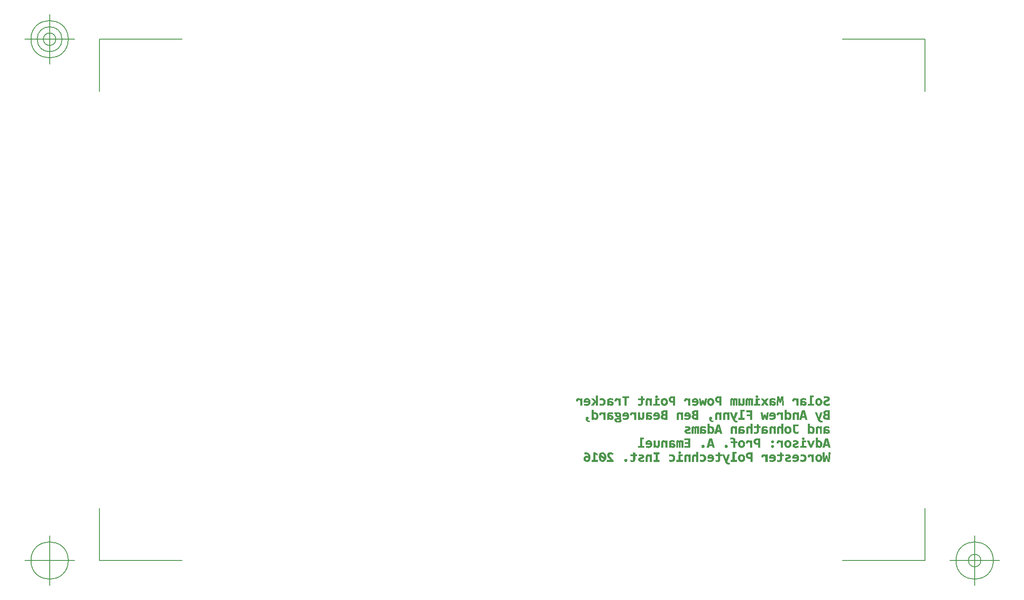
<source format=gbr>
G04 Generated by Ultiboard 13.0 *
%FSLAX25Y25*%
%MOIN*%

%ADD10C,0.00001*%
%ADD11C,0.00004*%
%ADD12C,0.00500*%


G04 ColorRGB FF14FF for the following layer *
%LNSilkscreen Bottom*%
%LPD*%
G54D10*
G54D11*
G36*
X575543Y122819D02*
X575543Y122819D01*
X575551Y121533D01*
X575271Y122747D01*
X575543Y122819D01*
D02*
G37*
X575551Y121533D01*
X575271Y122747D01*
X575543Y122819D01*
G36*
X575551Y121533D02*
X575551Y121533D01*
X575543Y122819D01*
X575808Y122897D01*
X575551Y121533D01*
D02*
G37*
X575543Y122819D01*
X575808Y122897D01*
X575551Y121533D01*
G36*
X575808Y122897D02*
X575808Y122897D01*
X576063Y121663D01*
X575551Y121533D01*
X575808Y122897D01*
D02*
G37*
X576063Y121663D01*
X575551Y121533D01*
X575808Y122897D01*
G36*
X576063Y121663D02*
X576063Y121663D01*
X575808Y122897D01*
X576063Y122981D01*
X576063Y121663D01*
D02*
G37*
X575808Y122897D01*
X576063Y122981D01*
X576063Y121663D01*
G36*
X575033Y121446D02*
X575033Y121446D01*
X574502Y121397D01*
X574724Y122635D01*
X575033Y121446D01*
D02*
G37*
X574502Y121397D01*
X574724Y122635D01*
X575033Y121446D01*
G36*
X575033Y121446D01*
X574724Y122635D01*
X574997Y122686D01*
X575033Y121446D01*
D02*
G37*
X574724Y122635D01*
X574997Y122686D01*
X575033Y121446D01*
G36*
X575033Y121446D01*
X574997Y122686D01*
X575271Y122747D01*
X575033Y121446D01*
D02*
G37*
X574997Y122686D01*
X575271Y122747D01*
X575033Y121446D01*
G36*
X575033Y121446D01*
X575271Y122747D01*
X575551Y121533D01*
X575033Y121446D01*
D02*
G37*
X575271Y122747D01*
X575551Y121533D01*
X575033Y121446D01*
G36*
X573926Y122564D02*
X573926Y122564D01*
X573953Y121381D01*
X573574Y122580D01*
X573926Y122564D01*
D02*
G37*
X573953Y121381D01*
X573574Y122580D01*
X573926Y122564D01*
G36*
X573953Y121381D02*
X573953Y121381D01*
X573926Y122564D01*
X574185Y122572D01*
X573953Y121381D01*
D02*
G37*
X573926Y122564D01*
X574185Y122572D01*
X573953Y121381D01*
G36*
X574185Y122572D02*
X574185Y122572D01*
X574502Y121397D01*
X573953Y121381D01*
X574185Y122572D01*
D02*
G37*
X574502Y121397D01*
X573953Y121381D01*
X574185Y122572D01*
G36*
X574502Y121397D02*
X574502Y121397D01*
X574185Y122572D01*
X574452Y122596D01*
X574502Y121397D01*
D02*
G37*
X574185Y122572D01*
X574452Y122596D01*
X574502Y121397D01*
G36*
X574452Y122596D02*
X574452Y122596D01*
X574724Y122635D01*
X574502Y121397D01*
X574452Y122596D01*
D02*
G37*
X574724Y122635D01*
X574502Y121397D01*
X574452Y122596D01*
G36*
X573348Y121415D02*
X573348Y121415D01*
X572792Y121516D01*
X572846Y122808D01*
X573348Y121415D01*
D02*
G37*
X572792Y121516D01*
X572846Y122808D01*
X573348Y121415D01*
G36*
X573348Y121415D01*
X572846Y122808D01*
X573039Y122706D01*
X573348Y121415D01*
D02*
G37*
X572846Y122808D01*
X573039Y122706D01*
X573348Y121415D01*
G36*
X573348Y121415D01*
X573039Y122706D01*
X573280Y122629D01*
X573348Y121415D01*
D02*
G37*
X573039Y122706D01*
X573280Y122629D01*
X573348Y121415D01*
G36*
X573348Y121415D01*
X573280Y122629D01*
X573574Y122580D01*
X573348Y121415D01*
D02*
G37*
X573280Y122629D01*
X573574Y122580D01*
X573348Y121415D01*
G36*
X573348Y121415D01*
X573574Y122580D01*
X573953Y121381D01*
X573348Y121415D01*
D02*
G37*
X573574Y122580D01*
X573953Y121381D01*
X573348Y121415D01*
G36*
X572792Y121516D02*
X572792Y121516D01*
X572297Y121688D01*
X572545Y123244D01*
X572792Y121516D01*
D02*
G37*
X572297Y121688D01*
X572545Y123244D01*
X572792Y121516D01*
G36*
X572792Y121516D01*
X572545Y123244D01*
X572602Y123079D01*
X572792Y121516D01*
D02*
G37*
X572545Y123244D01*
X572602Y123079D01*
X572792Y121516D01*
G36*
X572792Y121516D01*
X572602Y123079D01*
X572701Y122933D01*
X572792Y121516D01*
D02*
G37*
X572602Y123079D01*
X572701Y122933D01*
X572792Y121516D01*
G36*
X572792Y121516D01*
X572701Y122933D01*
X572846Y122808D01*
X572792Y121516D01*
D02*
G37*
X572701Y122933D01*
X572846Y122808D01*
X572792Y121516D01*
G36*
X572297Y121688D02*
X572297Y121688D01*
X571875Y121932D01*
X572165Y125347D01*
X572297Y121688D01*
D02*
G37*
X571875Y121932D01*
X572165Y125347D01*
X572297Y121688D01*
G36*
X572297Y121688D01*
X572165Y125347D01*
X572481Y125501D01*
X572297Y121688D01*
D02*
G37*
X572165Y125347D01*
X572481Y125501D01*
X572297Y121688D01*
G36*
X572297Y121688D01*
X572481Y125501D01*
X572526Y123426D01*
X572297Y121688D01*
D02*
G37*
X572481Y125501D01*
X572526Y123426D01*
X572297Y121688D01*
G36*
X572297Y121688D01*
X572526Y123426D01*
X572545Y123244D01*
X572297Y121688D01*
D02*
G37*
X572526Y123426D01*
X572545Y123244D01*
X572297Y121688D01*
G36*
X571098Y124054D02*
X571098Y124054D01*
X571115Y123106D01*
X571061Y123649D01*
X571098Y124054D01*
D02*
G37*
X571115Y123106D01*
X571061Y123649D01*
X571098Y124054D01*
G36*
X571115Y123106D02*
X571115Y123106D01*
X571098Y124054D01*
X571210Y124400D01*
X571115Y123106D01*
D02*
G37*
X571098Y124054D01*
X571210Y124400D01*
X571115Y123106D01*
G36*
X571210Y124400D02*
X571210Y124400D01*
X571275Y122640D01*
X571115Y123106D01*
X571210Y124400D01*
D02*
G37*
X571275Y122640D01*
X571115Y123106D01*
X571210Y124400D01*
G36*
X571275Y122640D02*
X571275Y122640D01*
X571210Y124400D01*
X571384Y124696D01*
X571275Y122640D01*
D02*
G37*
X571210Y124400D01*
X571384Y124696D01*
X571275Y122640D01*
G36*
X571384Y124696D02*
X571384Y124696D01*
X571533Y122248D01*
X571275Y122640D01*
X571384Y124696D01*
D02*
G37*
X571533Y122248D01*
X571275Y122640D01*
X571384Y124696D01*
G36*
X571533Y122248D02*
X571533Y122248D01*
X571384Y124696D01*
X571606Y124951D01*
X571533Y122248D01*
D02*
G37*
X571384Y124696D01*
X571606Y124951D01*
X571533Y122248D01*
G36*
X571606Y124951D02*
X571606Y124951D01*
X571875Y121932D01*
X571533Y122248D01*
X571606Y124951D01*
D02*
G37*
X571875Y121932D01*
X571533Y122248D01*
X571606Y124951D01*
G36*
X571875Y121932D02*
X571875Y121932D01*
X571606Y124951D01*
X571870Y125166D01*
X571875Y121932D01*
D02*
G37*
X571606Y124951D01*
X571870Y125166D01*
X571875Y121932D01*
G36*
X571870Y125166D02*
X571870Y125166D01*
X572165Y125347D01*
X571875Y121932D01*
X571870Y125166D01*
D02*
G37*
X572165Y125347D01*
X571875Y121932D01*
X571870Y125166D01*
G36*
X574512Y126578D02*
X574512Y126578D01*
X574580Y124785D01*
X574400Y126402D01*
X574512Y126578D01*
D02*
G37*
X574580Y124785D01*
X574400Y126402D01*
X574512Y126578D01*
G36*
X574580Y124785D02*
X574580Y124785D01*
X574512Y126578D01*
X574550Y126785D01*
X574580Y124785D01*
D02*
G37*
X574512Y126578D01*
X574550Y126785D01*
X574580Y124785D01*
G36*
X574550Y126785D02*
X574550Y126785D01*
X574992Y128357D01*
X574580Y124785D01*
X574550Y126785D01*
D02*
G37*
X574992Y128357D01*
X574580Y124785D01*
X574550Y126785D01*
G36*
X574992Y128357D02*
X574992Y128357D01*
X574550Y126785D01*
X574532Y126955D01*
X574992Y128357D01*
D02*
G37*
X574550Y126785D01*
X574532Y126955D01*
X574992Y128357D01*
G36*
X574532Y126955D02*
X574532Y126955D01*
X574528Y128550D01*
X574992Y128357D01*
X574532Y126955D01*
D02*
G37*
X574528Y128550D01*
X574992Y128357D01*
X574532Y126955D01*
G36*
X574528Y128550D02*
X574528Y128550D01*
X574532Y126955D01*
X574479Y127110D01*
X574528Y128550D01*
D02*
G37*
X574532Y126955D01*
X574479Y127110D01*
X574528Y128550D01*
G36*
X574479Y127110D02*
X574479Y127110D01*
X574387Y127245D01*
X574528Y128550D01*
X574479Y127110D01*
D02*
G37*
X574387Y127245D01*
X574528Y128550D01*
X574479Y127110D01*
G36*
X574259Y124652D02*
X574259Y124652D01*
X573939Y124532D01*
X574004Y126114D01*
X574259Y124652D01*
D02*
G37*
X573939Y124532D01*
X574004Y126114D01*
X574259Y124652D01*
G36*
X574259Y124652D01*
X574004Y126114D01*
X574227Y126250D01*
X574259Y124652D01*
D02*
G37*
X574004Y126114D01*
X574227Y126250D01*
X574259Y124652D01*
G36*
X574259Y124652D01*
X574227Y126250D01*
X574400Y126402D01*
X574259Y124652D01*
D02*
G37*
X574227Y126250D01*
X574400Y126402D01*
X574259Y124652D01*
G36*
X574259Y124652D01*
X574400Y126402D01*
X574580Y124785D01*
X574259Y124652D01*
D02*
G37*
X574400Y126402D01*
X574580Y124785D01*
X574259Y124652D01*
G36*
X573939Y124532D02*
X573939Y124532D01*
X573741Y125991D01*
X574004Y126114D01*
X573939Y124532D01*
D02*
G37*
X573741Y125991D01*
X574004Y126114D01*
X573939Y124532D01*
G36*
X573741Y125991D02*
X573741Y125991D01*
X573939Y124532D01*
X573625Y124419D01*
X573741Y125991D01*
D02*
G37*
X573939Y124532D01*
X573625Y124419D01*
X573741Y125991D01*
G36*
X573625Y124419D02*
X573625Y124419D01*
X573446Y125876D01*
X573741Y125991D01*
X573625Y124419D01*
D02*
G37*
X573446Y125876D01*
X573741Y125991D01*
X573625Y124419D01*
G36*
X573446Y125876D02*
X573446Y125876D01*
X573625Y124419D01*
X573330Y124304D01*
X573446Y125876D01*
D02*
G37*
X573625Y124419D01*
X573330Y124304D01*
X573446Y125876D01*
G36*
X573330Y124304D02*
X573330Y124304D01*
X573130Y125760D01*
X573446Y125876D01*
X573330Y124304D01*
D02*
G37*
X573130Y125760D01*
X573446Y125876D01*
X573330Y124304D01*
G36*
X573130Y125760D02*
X573130Y125760D01*
X573330Y124304D01*
X573069Y124175D01*
X573130Y125760D01*
D02*
G37*
X573330Y124304D01*
X573069Y124175D01*
X573130Y125760D01*
G36*
X573069Y124175D02*
X573069Y124175D01*
X572848Y124029D01*
X573130Y125760D01*
X573069Y124175D01*
D02*
G37*
X572848Y124029D01*
X573130Y125760D01*
X573069Y124175D01*
G36*
X572805Y125637D02*
X572805Y125637D01*
X573130Y125760D01*
X572848Y124029D01*
X572805Y125637D01*
D02*
G37*
X573130Y125760D01*
X572848Y124029D01*
X572805Y125637D01*
G36*
X572805Y125637D01*
X572848Y124029D01*
X572675Y123863D01*
X572805Y125637D01*
D02*
G37*
X572848Y124029D01*
X572675Y123863D01*
X572805Y125637D01*
G36*
X572805Y125637D01*
X572675Y123863D01*
X572563Y123666D01*
X572805Y125637D01*
D02*
G37*
X572675Y123863D01*
X572563Y123666D01*
X572805Y125637D01*
G36*
X572805Y125637D01*
X572563Y123666D01*
X572526Y123426D01*
X572805Y125637D01*
D02*
G37*
X572563Y123666D01*
X572526Y123426D01*
X572805Y125637D01*
G36*
X572805Y125637D01*
X572526Y123426D01*
X572481Y125501D01*
X572805Y125637D01*
D02*
G37*
X572526Y123426D01*
X572481Y125501D01*
X572805Y125637D01*
G36*
X575956Y126237D02*
X575956Y126237D01*
X575955Y127067D01*
X575993Y126660D01*
X575956Y126237D01*
D02*
G37*
X575955Y127067D01*
X575993Y126660D01*
X575956Y126237D01*
G36*
X575955Y127067D02*
X575955Y127067D01*
X575956Y126237D01*
X575844Y125881D01*
X575955Y127067D01*
D02*
G37*
X575956Y126237D01*
X575844Y125881D01*
X575955Y127067D01*
G36*
X575844Y125881D02*
X575844Y125881D01*
X575841Y127452D01*
X575955Y127067D01*
X575844Y125881D01*
D02*
G37*
X575841Y127452D01*
X575955Y127067D01*
X575844Y125881D01*
G36*
X575841Y127452D02*
X575841Y127452D01*
X575844Y125881D01*
X575671Y125581D01*
X575841Y127452D01*
D02*
G37*
X575844Y125881D01*
X575671Y125581D01*
X575841Y127452D01*
G36*
X575671Y125581D02*
X575671Y125581D01*
X575646Y127802D01*
X575841Y127452D01*
X575671Y125581D01*
D02*
G37*
X575646Y127802D01*
X575841Y127452D01*
X575671Y125581D01*
G36*
X575646Y127802D02*
X575646Y127802D01*
X575671Y125581D01*
X575450Y125325D01*
X575646Y127802D01*
D02*
G37*
X575671Y125581D01*
X575450Y125325D01*
X575646Y127802D01*
G36*
X575450Y125325D02*
X575450Y125325D01*
X575363Y128106D01*
X575646Y127802D01*
X575450Y125325D01*
D02*
G37*
X575363Y128106D01*
X575646Y127802D01*
X575450Y125325D01*
G36*
X575363Y128106D02*
X575363Y128106D01*
X575450Y125325D01*
X575189Y125111D01*
X575363Y128106D01*
D02*
G37*
X575450Y125325D01*
X575189Y125111D01*
X575363Y128106D01*
G36*
X575189Y125111D02*
X575189Y125111D01*
X574992Y128357D01*
X575363Y128106D01*
X575189Y125111D01*
D02*
G37*
X574992Y128357D01*
X575363Y128106D01*
X575189Y125111D01*
G36*
X574992Y128357D02*
X574992Y128357D01*
X575189Y125111D01*
X574894Y124934D01*
X574992Y128357D01*
D02*
G37*
X575189Y125111D01*
X574894Y124934D01*
X574992Y128357D01*
G36*
X574894Y124934D02*
X574894Y124934D01*
X574580Y124785D01*
X574992Y128357D01*
X574894Y124934D01*
D02*
G37*
X574580Y124785D01*
X574992Y128357D01*
X574894Y124934D01*
G36*
X574251Y127357D02*
X574251Y127357D01*
X574528Y128550D01*
X574387Y127245D01*
X574251Y127357D01*
D02*
G37*
X574528Y128550D01*
X574387Y127245D01*
X574251Y127357D01*
G36*
X574528Y128550D02*
X574528Y128550D01*
X574251Y127357D01*
X574072Y127446D01*
X574528Y128550D01*
D02*
G37*
X574251Y127357D01*
X574072Y127446D01*
X574528Y128550D01*
G36*
X574072Y127446D02*
X574072Y127446D01*
X573965Y128675D01*
X574528Y128550D01*
X574072Y127446D01*
D02*
G37*
X573965Y128675D01*
X574528Y128550D01*
X574072Y127446D01*
G36*
X573965Y128675D02*
X573965Y128675D01*
X574072Y127446D01*
X573850Y127514D01*
X573965Y128675D01*
D02*
G37*
X574072Y127446D01*
X573850Y127514D01*
X573965Y128675D01*
G36*
X573850Y127514D02*
X573850Y127514D01*
X573579Y127557D01*
X573965Y128675D01*
X573850Y127514D01*
D02*
G37*
X573579Y127557D01*
X573965Y128675D01*
X573850Y127514D01*
G36*
X573579Y127557D02*
X573579Y127557D01*
X573296Y128716D01*
X573965Y128675D01*
X573579Y127557D01*
D02*
G37*
X573296Y128716D01*
X573965Y128675D01*
X573579Y127557D01*
G36*
X573296Y128716D02*
X573296Y128716D01*
X573579Y127557D01*
X573253Y127571D01*
X573296Y128716D01*
D02*
G37*
X573579Y127557D01*
X573253Y127571D01*
X573296Y128716D01*
G36*
X573253Y127571D02*
X573253Y127571D01*
X573080Y128711D01*
X573296Y128716D01*
X573253Y127571D01*
D02*
G37*
X573080Y128711D01*
X573296Y128716D01*
X573253Y127571D01*
G36*
X573080Y128711D02*
X573080Y128711D01*
X573253Y127571D01*
X573047Y127566D01*
X573080Y128711D01*
D02*
G37*
X573253Y127571D01*
X573047Y127566D01*
X573080Y128711D01*
G36*
X573047Y127566D02*
X573047Y127566D01*
X572854Y128697D01*
X573080Y128711D01*
X573047Y127566D01*
D02*
G37*
X572854Y128697D01*
X573080Y128711D01*
X573047Y127566D01*
G36*
X572854Y128697D02*
X572854Y128697D01*
X573047Y127566D01*
X572830Y127549D01*
X572854Y128697D01*
D02*
G37*
X573047Y127566D01*
X572830Y127549D01*
X572854Y128697D01*
G36*
X572830Y127549D02*
X572830Y127549D01*
X572625Y128675D01*
X572854Y128697D01*
X572830Y127549D01*
D02*
G37*
X572625Y128675D01*
X572854Y128697D01*
X572830Y127549D01*
G36*
X572625Y128675D02*
X572625Y128675D01*
X572830Y127549D01*
X572608Y127523D01*
X572625Y128675D01*
D02*
G37*
X572830Y127549D01*
X572608Y127523D01*
X572625Y128675D01*
G36*
X572608Y127523D02*
X572608Y127523D01*
X572399Y128648D01*
X572625Y128675D01*
X572608Y127523D01*
D02*
G37*
X572399Y128648D01*
X572625Y128675D01*
X572608Y127523D01*
G36*
X572399Y128648D02*
X572399Y128648D01*
X572608Y127523D01*
X572388Y127487D01*
X572399Y128648D01*
D02*
G37*
X572608Y127523D01*
X572388Y127487D01*
X572399Y128648D01*
G36*
X572388Y127487D02*
X572388Y127487D01*
X572177Y128616D01*
X572399Y128648D01*
X572388Y127487D01*
D02*
G37*
X572177Y128616D01*
X572399Y128648D01*
X572388Y127487D01*
G36*
X572177Y128616D02*
X572177Y128616D01*
X572388Y127487D01*
X572171Y127443D01*
X572177Y128616D01*
D02*
G37*
X572388Y127487D01*
X572171Y127443D01*
X572177Y128616D01*
G36*
X572171Y127443D02*
X572171Y127443D01*
X571965Y128578D01*
X572177Y128616D01*
X572171Y127443D01*
D02*
G37*
X571965Y128578D01*
X572177Y128616D01*
X572171Y127443D01*
G36*
X571965Y128578D02*
X571965Y128578D01*
X572171Y127443D01*
X571962Y127392D01*
X571965Y128578D01*
D02*
G37*
X572171Y127443D01*
X571962Y127392D01*
X571965Y128578D01*
G36*
X571962Y127392D02*
X571962Y127392D01*
X571764Y128536D01*
X571965Y128578D01*
X571962Y127392D01*
D02*
G37*
X571764Y128536D01*
X571965Y128578D01*
X571962Y127392D01*
G36*
X571764Y128536D02*
X571764Y128536D01*
X571962Y127392D01*
X571764Y127335D01*
X571764Y128536D01*
D02*
G37*
X571962Y127392D01*
X571764Y127335D01*
X571764Y128536D01*
G36*
X571764Y127335D02*
X571764Y127335D01*
X571582Y127273D01*
X571764Y128536D01*
X571764Y127335D01*
D02*
G37*
X571582Y127273D01*
X571764Y128536D01*
X571764Y127335D01*
G36*
X571764Y128536D02*
X571764Y128536D01*
X571582Y127273D01*
X571582Y128493D01*
X571764Y128536D01*
D02*
G37*
X571582Y127273D01*
X571582Y128493D01*
X571764Y128536D01*
G36*
X570051Y123563D02*
X570051Y123563D01*
X570049Y124856D01*
X570095Y124229D01*
X570051Y123563D01*
D02*
G37*
X570049Y124856D01*
X570095Y124229D01*
X570051Y123563D01*
G36*
X570049Y124856D02*
X570049Y124856D01*
X570051Y123563D01*
X569916Y122984D01*
X570049Y124856D01*
D02*
G37*
X570051Y123563D01*
X569916Y122984D01*
X570049Y124856D01*
G36*
X569916Y122984D02*
X569916Y122984D01*
X569908Y125423D01*
X570049Y124856D01*
X569916Y122984D01*
D02*
G37*
X569908Y125423D01*
X570049Y124856D01*
X569916Y122984D01*
G36*
X569908Y125423D02*
X569908Y125423D01*
X569916Y122984D01*
X569698Y122494D01*
X569908Y125423D01*
D02*
G37*
X569916Y122984D01*
X569698Y122494D01*
X569908Y125423D01*
G36*
X569698Y122494D02*
X569698Y122494D01*
X569680Y125921D01*
X569908Y125423D01*
X569698Y122494D01*
D02*
G37*
X569680Y125921D01*
X569908Y125423D01*
X569698Y122494D01*
G36*
X569680Y125921D02*
X569680Y125921D01*
X569698Y122494D01*
X569401Y122094D01*
X569680Y125921D01*
D02*
G37*
X569698Y122494D01*
X569401Y122094D01*
X569680Y125921D01*
G36*
X569401Y122094D02*
X569401Y122094D01*
X569371Y126340D01*
X569680Y125921D01*
X569401Y122094D01*
D02*
G37*
X569371Y126340D01*
X569680Y125921D01*
X569401Y122094D01*
G36*
X569371Y126340D02*
X569371Y126340D01*
X569401Y122094D01*
X569028Y121783D01*
X569371Y126340D01*
D02*
G37*
X569401Y122094D01*
X569028Y121783D01*
X569371Y126340D01*
G36*
X569028Y121783D02*
X569028Y121783D01*
X568983Y126677D01*
X569371Y126340D01*
X569028Y121783D01*
D02*
G37*
X568983Y126677D01*
X569371Y126340D01*
X569028Y121783D01*
G36*
X568983Y126677D02*
X568983Y126677D01*
X569028Y121783D01*
X568717Y124262D01*
X568983Y126677D01*
D02*
G37*
X569028Y121783D01*
X568717Y124262D01*
X568983Y126677D01*
G36*
X568717Y124262D02*
X568717Y124262D01*
X568699Y124609D01*
X568983Y126677D01*
X568717Y124262D01*
D02*
G37*
X568699Y124609D01*
X568983Y126677D01*
X568717Y124262D01*
G36*
X568522Y123207D02*
X568522Y123207D01*
X568582Y121560D01*
X568370Y122962D01*
X568522Y123207D01*
D02*
G37*
X568582Y121560D01*
X568370Y122962D01*
X568522Y123207D01*
G36*
X568582Y121560D02*
X568582Y121560D01*
X568522Y123207D01*
X568696Y123857D01*
X568582Y121560D01*
D02*
G37*
X568522Y123207D01*
X568696Y123857D01*
X568582Y121560D01*
G36*
X568696Y123857D02*
X568696Y123857D01*
X569028Y121783D01*
X568582Y121560D01*
X568696Y123857D01*
D02*
G37*
X569028Y121783D01*
X568582Y121560D01*
X568696Y123857D01*
G36*
X569028Y121783D02*
X569028Y121783D01*
X568696Y123857D01*
X568717Y124262D01*
X569028Y121783D01*
D02*
G37*
X568696Y123857D01*
X568717Y124262D01*
X569028Y121783D01*
G36*
X567421Y122526D02*
X567421Y122526D01*
X567486Y121381D01*
X567112Y122559D01*
X567421Y122526D01*
D02*
G37*
X567486Y121381D01*
X567112Y122559D01*
X567421Y122526D01*
G36*
X567486Y121381D02*
X567486Y121381D01*
X567421Y122526D01*
X567706Y122553D01*
X567486Y121381D01*
D02*
G37*
X567421Y122526D01*
X567706Y122553D01*
X567486Y121381D01*
G36*
X567706Y122553D02*
X567706Y122553D01*
X568066Y121426D01*
X567486Y121381D01*
X567706Y122553D01*
D02*
G37*
X568066Y121426D01*
X567486Y121381D01*
X567706Y122553D01*
G36*
X568066Y121426D02*
X568066Y121426D01*
X567706Y122553D01*
X568181Y122771D01*
X568066Y121426D01*
D02*
G37*
X567706Y122553D01*
X568181Y122771D01*
X568066Y121426D01*
G36*
X568181Y122771D02*
X568181Y122771D01*
X568582Y121560D01*
X568066Y121426D01*
X568181Y122771D01*
D02*
G37*
X568582Y121560D01*
X568066Y121426D01*
X568181Y122771D01*
G36*
X568582Y121560D02*
X568582Y121560D01*
X568181Y122771D01*
X568370Y122962D01*
X568582Y121560D01*
D02*
G37*
X568181Y122771D01*
X568370Y122962D01*
X568582Y121560D01*
G36*
X566876Y121434D02*
X566876Y121434D01*
X566336Y121592D01*
X566450Y123027D01*
X566876Y121434D01*
D02*
G37*
X566336Y121592D01*
X566450Y123027D01*
X566876Y121434D01*
G36*
X566876Y121434D01*
X566450Y123027D01*
X566625Y122817D01*
X566876Y121434D01*
D02*
G37*
X566450Y123027D01*
X566625Y122817D01*
X566876Y121434D01*
G36*
X566876Y121434D01*
X566625Y122817D01*
X566846Y122659D01*
X566876Y121434D01*
D02*
G37*
X566625Y122817D01*
X566846Y122659D01*
X566876Y121434D01*
G36*
X566876Y121434D01*
X566846Y122659D01*
X567112Y122559D01*
X566876Y121434D01*
D02*
G37*
X566846Y122659D01*
X567112Y122559D01*
X566876Y121434D01*
G36*
X566876Y121434D01*
X567112Y122559D01*
X567486Y121381D01*
X566876Y121434D01*
D02*
G37*
X567112Y122559D01*
X567486Y121381D01*
X566876Y121434D01*
G36*
X566336Y121592D02*
X566336Y121592D01*
X565870Y121847D01*
X566165Y123916D01*
X566336Y121592D01*
D02*
G37*
X565870Y121847D01*
X566165Y123916D01*
X566336Y121592D01*
G36*
X566336Y121592D01*
X566165Y123916D01*
X566222Y123584D01*
X566336Y121592D01*
D02*
G37*
X566165Y123916D01*
X566222Y123584D01*
X566336Y121592D01*
G36*
X566336Y121592D01*
X566222Y123584D01*
X566317Y123284D01*
X566336Y121592D01*
D02*
G37*
X566222Y123584D01*
X566317Y123284D01*
X566336Y121592D01*
G36*
X566336Y121592D01*
X566317Y123284D01*
X566450Y123027D01*
X566336Y121592D01*
D02*
G37*
X566317Y123284D01*
X566450Y123027D01*
X566336Y121592D01*
G36*
X565870Y121847D02*
X565870Y121847D01*
X565484Y122189D01*
X565830Y126730D01*
X565870Y121847D01*
D02*
G37*
X565484Y122189D01*
X565830Y126730D01*
X565870Y121847D01*
G36*
X565870Y121847D01*
X565830Y126730D01*
X566276Y126955D01*
X565870Y121847D01*
D02*
G37*
X565830Y126730D01*
X566276Y126955D01*
X565870Y121847D01*
G36*
X565870Y121847D01*
X566276Y126955D01*
X566146Y124273D01*
X565870Y121847D01*
D02*
G37*
X566276Y126955D01*
X566146Y124273D01*
X565870Y121847D01*
G36*
X565870Y121847D01*
X566146Y124273D01*
X566165Y123916D01*
X565870Y121847D01*
D02*
G37*
X566146Y124273D01*
X566165Y123916D01*
X565870Y121847D01*
G36*
X568644Y124934D02*
X568644Y124934D01*
X568983Y126677D01*
X568699Y124609D01*
X568644Y124934D01*
D02*
G37*
X568983Y126677D01*
X568699Y124609D01*
X568644Y124934D01*
G36*
X568983Y126677D02*
X568983Y126677D01*
X568644Y124934D01*
X568550Y125229D01*
X568983Y126677D01*
D02*
G37*
X568644Y124934D01*
X568550Y125229D01*
X568983Y126677D01*
G36*
X568550Y125229D02*
X568550Y125229D01*
X568517Y126928D01*
X568983Y126677D01*
X568550Y125229D01*
D02*
G37*
X568517Y126928D01*
X568983Y126677D01*
X568550Y125229D01*
G36*
X568517Y126928D02*
X568517Y126928D01*
X568550Y125229D01*
X568414Y125485D01*
X568517Y126928D01*
D02*
G37*
X568550Y125229D01*
X568414Y125485D01*
X568517Y126928D01*
G36*
X568414Y125485D02*
X568414Y125485D01*
X568235Y125696D01*
X568517Y126928D01*
X568414Y125485D01*
D02*
G37*
X568235Y125696D01*
X568517Y126928D01*
X568414Y125485D01*
G36*
X568012Y125857D02*
X568012Y125857D01*
X567742Y125958D01*
X567980Y127085D01*
X568012Y125857D01*
D02*
G37*
X567742Y125958D01*
X567980Y127085D01*
X568012Y125857D01*
G36*
X568012Y125857D01*
X567980Y127085D01*
X568517Y126928D01*
X568012Y125857D01*
D02*
G37*
X567980Y127085D01*
X568517Y126928D01*
X568012Y125857D01*
G36*
X568012Y125857D01*
X568517Y126928D01*
X568235Y125696D01*
X568012Y125857D01*
D02*
G37*
X568517Y126928D01*
X568235Y125696D01*
X568012Y125857D01*
G36*
X566793Y127092D02*
X566793Y127092D01*
X567125Y125965D01*
X566649Y125750D01*
X566793Y127092D01*
D02*
G37*
X567125Y125965D01*
X566649Y125750D01*
X566793Y127092D01*
G36*
X567125Y125965D02*
X567125Y125965D01*
X566793Y127092D01*
X567377Y127137D01*
X567125Y125965D01*
D02*
G37*
X566793Y127092D01*
X567377Y127137D01*
X567125Y125965D01*
G36*
X567377Y127137D02*
X567377Y127137D01*
X567421Y125992D01*
X567125Y125965D01*
X567377Y127137D01*
D02*
G37*
X567421Y125992D01*
X567125Y125965D01*
X567377Y127137D01*
G36*
X567421Y125992D02*
X567421Y125992D01*
X567377Y127137D01*
X567980Y127085D01*
X567421Y125992D01*
D02*
G37*
X567377Y127137D01*
X567980Y127085D01*
X567421Y125992D01*
G36*
X567980Y127085D02*
X567980Y127085D01*
X567742Y125958D01*
X567421Y125992D01*
X567980Y127085D01*
D02*
G37*
X567742Y125958D01*
X567421Y125992D01*
X567980Y127085D01*
G36*
X566469Y125561D02*
X566469Y125561D01*
X566793Y127092D01*
X566649Y125750D01*
X566469Y125561D01*
D02*
G37*
X566793Y127092D01*
X566649Y125750D01*
X566469Y125561D01*
G36*
X566793Y127092D02*
X566793Y127092D01*
X566469Y125561D01*
X566327Y125319D01*
X566793Y127092D01*
D02*
G37*
X566469Y125561D01*
X566327Y125319D01*
X566793Y127092D01*
G36*
X566327Y125319D02*
X566327Y125319D01*
X566276Y126955D01*
X566793Y127092D01*
X566327Y125319D01*
D02*
G37*
X566276Y126955D01*
X566793Y127092D01*
X566327Y125319D01*
G36*
X566276Y126955D02*
X566276Y126955D01*
X566327Y125319D01*
X566166Y124675D01*
X566276Y126955D01*
D02*
G37*
X566327Y125319D01*
X566166Y124675D01*
X566276Y126955D01*
G36*
X566166Y124675D02*
X566166Y124675D01*
X566146Y124273D01*
X566276Y126955D01*
X566166Y124675D01*
D02*
G37*
X566146Y124273D01*
X566276Y126955D01*
X566166Y124675D01*
G36*
X564812Y124958D02*
X564812Y124958D01*
X564814Y123682D01*
X564768Y124305D01*
X564812Y124958D01*
D02*
G37*
X564814Y123682D01*
X564768Y124305D01*
X564812Y124958D01*
G36*
X564814Y123682D02*
X564814Y123682D01*
X564812Y124958D01*
X564944Y125529D01*
X564814Y123682D01*
D02*
G37*
X564812Y124958D01*
X564944Y125529D01*
X564814Y123682D01*
G36*
X564944Y125529D02*
X564944Y125529D01*
X564952Y123114D01*
X564814Y123682D01*
X564944Y125529D01*
D02*
G37*
X564952Y123114D01*
X564814Y123682D01*
X564944Y125529D01*
G36*
X564952Y123114D02*
X564952Y123114D01*
X564944Y125529D01*
X565160Y126015D01*
X564952Y123114D01*
D02*
G37*
X564944Y125529D01*
X565160Y126015D01*
X564952Y123114D01*
G36*
X565160Y126015D02*
X565160Y126015D01*
X565177Y122613D01*
X564952Y123114D01*
X565160Y126015D01*
D02*
G37*
X565177Y122613D01*
X564952Y123114D01*
X565160Y126015D01*
G36*
X565177Y122613D02*
X565177Y122613D01*
X565160Y126015D01*
X565457Y126416D01*
X565177Y122613D01*
D02*
G37*
X565160Y126015D01*
X565457Y126416D01*
X565177Y122613D01*
G36*
X565457Y126416D02*
X565457Y126416D01*
X565484Y122189D01*
X565177Y122613D01*
X565457Y126416D01*
D02*
G37*
X565484Y122189D01*
X565177Y122613D01*
X565457Y126416D01*
G36*
X565484Y122189D02*
X565484Y122189D01*
X565457Y126416D01*
X565830Y126730D01*
X565484Y122189D01*
D02*
G37*
X565457Y126416D01*
X565830Y126730D01*
X565484Y122189D01*
G36*
X563590Y121506D02*
X563590Y121506D01*
X561844Y122536D01*
X563590Y122536D01*
X563590Y121506D01*
D02*
G37*
X561844Y122536D01*
X563590Y122536D01*
X563590Y121506D01*
G36*
X561844Y122536D02*
X561844Y122536D01*
X563590Y121506D01*
X560487Y122536D01*
X561844Y122536D01*
D02*
G37*
X563590Y121506D01*
X560487Y122536D01*
X561844Y122536D01*
G36*
X560487Y122536D02*
X560487Y122536D01*
X561844Y128141D01*
X561844Y122536D01*
X560487Y122536D01*
D02*
G37*
X561844Y128141D01*
X561844Y122536D01*
X560487Y122536D01*
G36*
X561844Y128141D02*
X561844Y128141D01*
X560487Y122536D01*
X560487Y129172D01*
X561844Y128141D01*
D02*
G37*
X560487Y122536D01*
X560487Y129172D01*
X561844Y128141D01*
G36*
X560487Y129172D02*
X560487Y129172D01*
X563401Y129172D01*
X561844Y128141D01*
X560487Y129172D01*
D02*
G37*
X563401Y129172D01*
X561844Y128141D01*
X560487Y129172D01*
G36*
X558898Y121506D02*
X558898Y121506D01*
X558898Y122536D01*
X560487Y122536D01*
X558898Y121506D01*
D02*
G37*
X558898Y122536D01*
X560487Y122536D01*
X558898Y121506D01*
G36*
X558898Y121506D01*
X560487Y122536D01*
X563590Y121506D01*
X558898Y121506D01*
D02*
G37*
X560487Y122536D01*
X563590Y121506D01*
X558898Y121506D01*
G36*
X561844Y128141D02*
X561844Y128141D01*
X563401Y129172D01*
X563401Y128141D01*
X561844Y128141D01*
D02*
G37*
X563401Y129172D01*
X563401Y128141D01*
X561844Y128141D01*
G36*
X554904Y122629D02*
X554904Y122629D01*
X555110Y121519D01*
X554872Y121620D01*
X554904Y122629D01*
D02*
G37*
X555110Y121519D01*
X554872Y121620D01*
X554904Y122629D01*
G36*
X555110Y121519D02*
X555110Y121519D01*
X554904Y122629D01*
X555197Y122478D01*
X555110Y121519D01*
D02*
G37*
X554904Y122629D01*
X555197Y122478D01*
X555110Y121519D01*
G36*
X555197Y122478D02*
X555197Y122478D01*
X555368Y121443D01*
X555110Y121519D01*
X555197Y122478D01*
D02*
G37*
X555368Y121443D01*
X555110Y121519D01*
X555197Y122478D01*
G36*
X555368Y121443D02*
X555368Y121443D01*
X555197Y122478D01*
X555480Y122428D01*
X555368Y121443D01*
D02*
G37*
X555197Y122478D01*
X555480Y122428D01*
X555368Y121443D01*
G36*
X555480Y122428D02*
X555480Y122428D01*
X555650Y121397D01*
X555368Y121443D01*
X555480Y122428D01*
D02*
G37*
X555650Y121397D01*
X555368Y121443D01*
X555480Y122428D01*
G36*
X555650Y121397D02*
X555650Y121397D01*
X555480Y122428D01*
X555815Y122472D01*
X555650Y121397D01*
D02*
G37*
X555480Y122428D01*
X555815Y122472D01*
X555650Y121397D01*
G36*
X555815Y122472D02*
X555815Y122472D01*
X555957Y121381D01*
X555650Y121397D01*
X555815Y122472D01*
D02*
G37*
X555957Y121381D01*
X555650Y121397D01*
X555815Y122472D01*
G36*
X555957Y121381D02*
X555957Y121381D01*
X555815Y122472D01*
X556071Y122604D01*
X555957Y121381D01*
D02*
G37*
X555815Y122472D01*
X556071Y122604D01*
X555957Y121381D01*
G36*
X556071Y122604D02*
X556071Y122604D01*
X556354Y121412D01*
X555957Y121381D01*
X556071Y122604D01*
D02*
G37*
X556354Y121412D01*
X555957Y121381D01*
X556071Y122604D01*
G36*
X556354Y121412D02*
X556354Y121412D01*
X556071Y122604D01*
X556234Y122821D01*
X556354Y121412D01*
D02*
G37*
X556071Y122604D01*
X556234Y122821D01*
X556354Y121412D01*
G36*
X556234Y122821D02*
X556234Y122821D01*
X556288Y123117D01*
X556354Y121412D01*
X556234Y122821D01*
D02*
G37*
X556288Y123117D01*
X556354Y121412D01*
X556234Y122821D01*
G36*
X554654Y121744D02*
X554654Y121744D01*
X554454Y121888D01*
X554591Y122873D01*
X554654Y121744D01*
D02*
G37*
X554454Y121888D01*
X554591Y122873D01*
X554654Y121744D01*
G36*
X554654Y121744D01*
X554591Y122873D01*
X554904Y122629D01*
X554654Y121744D01*
D02*
G37*
X554591Y122873D01*
X554904Y122629D01*
X554654Y121744D01*
G36*
X554654Y121744D01*
X554904Y122629D01*
X554872Y121620D01*
X554654Y121744D01*
D02*
G37*
X554904Y122629D01*
X554872Y121620D01*
X554654Y121744D01*
G36*
X553804Y126875D02*
X553804Y126875D01*
X554058Y121506D01*
X553480Y126671D01*
X553804Y126875D01*
D02*
G37*
X554058Y121506D01*
X553480Y126671D01*
X553804Y126875D01*
G36*
X554058Y121506D02*
X554058Y121506D01*
X553804Y126875D01*
X554205Y127021D01*
X554058Y121506D01*
D02*
G37*
X553804Y126875D01*
X554205Y127021D01*
X554058Y121506D01*
G36*
X554205Y127021D02*
X554205Y127021D01*
X554091Y122227D01*
X554058Y121506D01*
X554205Y127021D01*
D02*
G37*
X554091Y122227D01*
X554058Y121506D01*
X554205Y127021D01*
G36*
X554091Y122227D02*
X554091Y122227D01*
X554205Y127021D01*
X554248Y123204D01*
X554091Y122227D01*
D02*
G37*
X554205Y127021D01*
X554248Y123204D01*
X554091Y122227D01*
G36*
X554248Y123204D02*
X554248Y123204D01*
X554268Y122050D01*
X554091Y122227D01*
X554248Y123204D01*
D02*
G37*
X554268Y122050D01*
X554091Y122227D01*
X554248Y123204D01*
G36*
X554268Y122050D02*
X554268Y122050D01*
X554248Y123204D01*
X554591Y122873D01*
X554268Y122050D01*
D02*
G37*
X554248Y123204D01*
X554591Y122873D01*
X554268Y122050D01*
G36*
X554591Y122873D02*
X554591Y122873D01*
X554454Y121888D01*
X554268Y122050D01*
X554591Y122873D01*
D02*
G37*
X554454Y121888D01*
X554268Y122050D01*
X554591Y122873D01*
G36*
X555367Y123925D02*
X555367Y123925D01*
X555609Y124852D01*
X555626Y123877D01*
X555367Y123925D01*
D02*
G37*
X555609Y124852D01*
X555626Y123877D01*
X555367Y123925D01*
G36*
X555609Y124852D02*
X555609Y124852D01*
X555367Y123925D01*
X555056Y123942D01*
X555609Y124852D01*
D02*
G37*
X555367Y123925D01*
X555056Y123942D01*
X555609Y124852D01*
G36*
X555056Y123942D02*
X555056Y123942D01*
X554970Y124886D01*
X555609Y124852D01*
X555056Y123942D01*
D02*
G37*
X554970Y124886D01*
X555609Y124852D01*
X555056Y123942D01*
G36*
X554970Y124886D02*
X554970Y124886D01*
X555056Y123942D01*
X554248Y123942D01*
X554970Y124886D01*
D02*
G37*
X555056Y123942D01*
X554248Y123942D01*
X554970Y124886D01*
G36*
X554248Y123942D02*
X554248Y123942D01*
X554248Y124886D01*
X554970Y124886D01*
X554248Y123942D01*
D02*
G37*
X554248Y124886D01*
X554970Y124886D01*
X554248Y123942D01*
G36*
X554248Y124886D02*
X554248Y124886D01*
X554248Y123204D01*
X554248Y124886D01*
D02*
G37*
X554248Y123204D01*
X554248Y124886D01*
G36*
X554248Y123204D02*
X554248Y123204D01*
X554248Y125217D01*
X554248Y124886D01*
X554248Y123204D01*
D02*
G37*
X554248Y125217D01*
X554248Y124886D01*
X554248Y123204D01*
G36*
X554248Y125217D02*
X554248Y125217D01*
X554248Y123204D01*
X554205Y127021D01*
X554248Y125217D01*
D02*
G37*
X554248Y123204D01*
X554205Y127021D01*
X554248Y125217D01*
G36*
X554205Y127021D02*
X554205Y127021D01*
X554263Y125418D01*
X554248Y125217D01*
X554205Y127021D01*
D02*
G37*
X554263Y125418D01*
X554248Y125217D01*
X554205Y127021D01*
G36*
X554263Y125418D02*
X554263Y125418D01*
X554205Y127021D01*
X554308Y125599D01*
X554263Y125418D01*
D02*
G37*
X554205Y127021D01*
X554308Y125599D01*
X554263Y125418D01*
G36*
X554058Y121506D02*
X554058Y121506D01*
X552924Y121506D01*
X552958Y125708D01*
X554058Y121506D01*
D02*
G37*
X552924Y121506D01*
X552958Y125708D01*
X554058Y121506D01*
G36*
X554058Y121506D01*
X552958Y125708D01*
X553060Y126087D01*
X554058Y121506D01*
D02*
G37*
X552958Y125708D01*
X553060Y126087D01*
X554058Y121506D01*
G36*
X554058Y121506D01*
X553060Y126087D01*
X553233Y126408D01*
X554058Y121506D01*
D02*
G37*
X553060Y126087D01*
X553233Y126408D01*
X554058Y121506D01*
G36*
X554058Y121506D01*
X553233Y126408D01*
X553480Y126671D01*
X554058Y121506D01*
D02*
G37*
X553233Y126408D01*
X553480Y126671D01*
X554058Y121506D01*
G36*
X557649Y122721D02*
X557649Y122721D01*
X557635Y123460D01*
X557677Y123084D01*
X557649Y122721D01*
D02*
G37*
X557635Y123460D01*
X557677Y123084D01*
X557649Y122721D01*
G36*
X557635Y123460D02*
X557635Y123460D01*
X557649Y122721D01*
X557566Y122390D01*
X557635Y123460D01*
D02*
G37*
X557649Y122721D01*
X557566Y122390D01*
X557635Y123460D01*
G36*
X557566Y122390D02*
X557566Y122390D01*
X557511Y123806D01*
X557635Y123460D01*
X557566Y122390D01*
D02*
G37*
X557511Y123806D01*
X557635Y123460D01*
X557566Y122390D01*
G36*
X557511Y123806D02*
X557511Y123806D01*
X557566Y122390D01*
X557428Y122098D01*
X557511Y123806D01*
D02*
G37*
X557566Y122390D01*
X557428Y122098D01*
X557511Y123806D01*
G36*
X557428Y122098D02*
X557428Y122098D01*
X557303Y124114D01*
X557511Y123806D01*
X557428Y122098D01*
D02*
G37*
X557303Y124114D01*
X557511Y123806D01*
X557428Y122098D01*
G36*
X557303Y124114D02*
X557303Y124114D01*
X557428Y122098D01*
X557237Y121853D01*
X557303Y124114D01*
D02*
G37*
X557428Y122098D01*
X557237Y121853D01*
X557303Y124114D01*
G36*
X557237Y121853D02*
X557237Y121853D01*
X557007Y124376D01*
X557303Y124114D01*
X557237Y121853D01*
D02*
G37*
X557007Y124376D01*
X557303Y124114D01*
X557237Y121853D01*
G36*
X557007Y124376D02*
X557007Y124376D01*
X557237Y121853D01*
X556995Y121655D01*
X557007Y124376D01*
D02*
G37*
X557237Y121853D01*
X556995Y121655D01*
X557007Y124376D01*
G36*
X556995Y121655D02*
X556995Y121655D01*
X556700Y121506D01*
X557007Y124376D01*
X556995Y121655D01*
D02*
G37*
X556700Y121506D01*
X557007Y124376D01*
X556995Y121655D01*
G36*
X556626Y124589D02*
X556626Y124589D01*
X557007Y124376D01*
X556700Y121506D01*
X556626Y124589D01*
D02*
G37*
X557007Y124376D01*
X556700Y121506D01*
X556626Y124589D01*
G36*
X556626Y124589D01*
X556700Y121506D01*
X556354Y121412D01*
X556626Y124589D01*
D02*
G37*
X556700Y121506D01*
X556354Y121412D01*
X556626Y124589D01*
G36*
X556626Y124589D01*
X556354Y121412D01*
X556288Y123117D01*
X556626Y124589D01*
D02*
G37*
X556354Y121412D01*
X556288Y123117D01*
X556626Y124589D01*
G36*
X556626Y124589D01*
X556288Y123117D01*
X556271Y123280D01*
X556626Y124589D01*
D02*
G37*
X556288Y123117D01*
X556271Y123280D01*
X556626Y124589D01*
G36*
X556626Y124589D01*
X556271Y123280D01*
X556220Y123434D01*
X556626Y124589D01*
D02*
G37*
X556271Y123280D01*
X556220Y123434D01*
X556626Y124589D01*
G36*
X556626Y124589D01*
X556220Y123434D01*
X556160Y124750D01*
X556626Y124589D01*
D02*
G37*
X556220Y123434D01*
X556160Y124750D01*
X556626Y124589D01*
G36*
X556160Y124750D02*
X556160Y124750D01*
X556220Y123434D01*
X556133Y123575D01*
X556160Y124750D01*
D02*
G37*
X556220Y123434D01*
X556133Y123575D01*
X556160Y124750D01*
G36*
X556160Y124750D01*
X556133Y123575D01*
X556006Y123697D01*
X556160Y124750D01*
D02*
G37*
X556133Y123575D01*
X556006Y123697D01*
X556160Y124750D01*
G36*
X556160Y124750D01*
X556006Y123697D01*
X555838Y123799D01*
X556160Y124750D01*
D02*
G37*
X556006Y123697D01*
X555838Y123799D01*
X556160Y124750D01*
G36*
X556160Y124750D01*
X555838Y123799D01*
X555626Y123877D01*
X556160Y124750D01*
D02*
G37*
X555838Y123799D01*
X555626Y123877D01*
X556160Y124750D01*
G36*
X556160Y124750D01*
X555626Y123877D01*
X555609Y124852D01*
X556160Y124750D01*
D02*
G37*
X555626Y123877D01*
X555609Y124852D01*
X556160Y124750D01*
G36*
X557248Y125716D02*
X557248Y125716D01*
X556822Y126917D01*
X557248Y126774D01*
X557248Y125716D01*
D02*
G37*
X556822Y126917D01*
X557248Y126774D01*
X557248Y125716D01*
G36*
X556822Y126917D02*
X556822Y126917D01*
X557248Y125716D01*
X556796Y125894D01*
X556822Y126917D01*
D02*
G37*
X557248Y125716D01*
X556796Y125894D01*
X556822Y126917D01*
G36*
X556796Y125894D02*
X556796Y125894D01*
X556334Y127034D01*
X556822Y126917D01*
X556796Y125894D01*
D02*
G37*
X556334Y127034D01*
X556822Y126917D01*
X556796Y125894D01*
G36*
X556334Y127034D02*
X556334Y127034D01*
X556796Y125894D01*
X556329Y126028D01*
X556334Y127034D01*
D02*
G37*
X556796Y125894D01*
X556329Y126028D01*
X556334Y127034D01*
G36*
X556329Y126028D02*
X556329Y126028D01*
X555851Y126111D01*
X556334Y127034D01*
X556329Y126028D01*
D02*
G37*
X555851Y126111D01*
X556334Y127034D01*
X556329Y126028D01*
G36*
X555851Y126111D02*
X555851Y126111D01*
X555806Y127111D01*
X556334Y127034D01*
X555851Y126111D01*
D02*
G37*
X555806Y127111D01*
X556334Y127034D01*
X555851Y126111D01*
G36*
X555806Y127111D02*
X555806Y127111D01*
X555851Y126111D01*
X555366Y126139D01*
X555806Y127111D01*
D02*
G37*
X555851Y126111D01*
X555366Y126139D01*
X555806Y127111D01*
G36*
X555366Y126139D02*
X555366Y126139D01*
X555257Y127137D01*
X555806Y127111D01*
X555366Y126139D01*
D02*
G37*
X555257Y127137D01*
X555806Y127111D01*
X555366Y126139D01*
G36*
X555257Y127137D02*
X555257Y127137D01*
X555366Y126139D01*
X555081Y126123D01*
X555257Y127137D01*
D02*
G37*
X555366Y126139D01*
X555081Y126123D01*
X555257Y127137D01*
G36*
X555081Y126123D02*
X555081Y126123D01*
X554845Y126074D01*
X555257Y127137D01*
X555081Y126123D01*
D02*
G37*
X554845Y126074D01*
X555257Y127137D01*
X555081Y126123D01*
G36*
X554687Y127108D02*
X554687Y127108D01*
X555257Y127137D01*
X554845Y126074D01*
X554687Y127108D01*
D02*
G37*
X555257Y127137D01*
X554845Y126074D01*
X554687Y127108D01*
G36*
X554687Y127108D01*
X554845Y126074D01*
X554653Y125995D01*
X554687Y127108D01*
D02*
G37*
X554845Y126074D01*
X554653Y125995D01*
X554687Y127108D01*
G36*
X554687Y127108D01*
X554653Y125995D01*
X554500Y125889D01*
X554687Y127108D01*
D02*
G37*
X554653Y125995D01*
X554500Y125889D01*
X554687Y127108D01*
G36*
X554687Y127108D01*
X554500Y125889D01*
X554386Y125757D01*
X554687Y127108D01*
D02*
G37*
X554500Y125889D01*
X554386Y125757D01*
X554687Y127108D01*
G36*
X554687Y127108D01*
X554386Y125757D01*
X554308Y125599D01*
X554687Y127108D01*
D02*
G37*
X554386Y125757D01*
X554308Y125599D01*
X554687Y127108D01*
G36*
X554687Y127108D01*
X554308Y125599D01*
X554205Y127021D01*
X554687Y127108D01*
D02*
G37*
X554308Y125599D01*
X554205Y127021D01*
X554687Y127108D01*
G36*
X552958Y125708D02*
X552958Y125708D01*
X552924Y121506D01*
X552924Y125271D01*
X552958Y125708D01*
D02*
G37*
X552924Y121506D01*
X552924Y125271D01*
X552958Y125708D01*
G36*
X551183Y121506D02*
X551183Y121506D01*
X549826Y121506D01*
X549935Y126215D01*
X551183Y121506D01*
D02*
G37*
X549826Y121506D01*
X549935Y126215D01*
X551183Y121506D01*
G36*
X551183Y121506D01*
X549935Y126215D01*
X549984Y127018D01*
X551183Y121506D01*
D02*
G37*
X549935Y126215D01*
X549984Y127018D01*
X551183Y121506D01*
G36*
X551183Y121506D01*
X549984Y127018D01*
X551183Y127018D01*
X551183Y121506D01*
D02*
G37*
X549984Y127018D01*
X551183Y127018D01*
X551183Y121506D01*
G36*
X549826Y124994D02*
X549826Y124994D01*
X549468Y125470D01*
X549628Y126595D01*
X549826Y124994D01*
D02*
G37*
X549468Y125470D01*
X549628Y126595D01*
X549826Y124994D01*
G36*
X549826Y124994D01*
X549628Y126595D01*
X549790Y126416D01*
X549826Y124994D01*
D02*
G37*
X549628Y126595D01*
X549790Y126416D01*
X549826Y124994D01*
G36*
X549826Y124994D01*
X549790Y126416D01*
X549935Y126215D01*
X549826Y124994D01*
D02*
G37*
X549790Y126416D01*
X549935Y126215D01*
X549826Y124994D01*
G36*
X549826Y124994D01*
X549935Y126215D01*
X549826Y121506D01*
X549826Y124994D01*
D02*
G37*
X549935Y126215D01*
X549826Y121506D01*
X549826Y124994D01*
G36*
X548518Y127121D02*
X548518Y127121D01*
X548535Y126030D01*
X548376Y126014D01*
X548518Y127121D01*
D02*
G37*
X548535Y126030D01*
X548376Y126014D01*
X548518Y127121D01*
G36*
X548535Y126030D02*
X548535Y126030D01*
X548518Y127121D01*
X548785Y127072D01*
X548535Y126030D01*
D02*
G37*
X548518Y127121D01*
X548785Y127072D01*
X548535Y126030D01*
G36*
X548785Y127072D02*
X548785Y127072D01*
X548833Y125970D01*
X548535Y126030D01*
X548785Y127072D01*
D02*
G37*
X548833Y125970D01*
X548535Y126030D01*
X548785Y127072D01*
G36*
X548833Y125970D02*
X548833Y125970D01*
X548785Y127072D01*
X549028Y126993D01*
X548833Y125970D01*
D02*
G37*
X548785Y127072D01*
X549028Y126993D01*
X548833Y125970D01*
G36*
X549028Y126993D02*
X549028Y126993D01*
X549140Y125789D01*
X548833Y125970D01*
X549028Y126993D01*
D02*
G37*
X549140Y125789D01*
X548833Y125970D01*
X549028Y126993D01*
G36*
X549140Y125789D02*
X549140Y125789D01*
X549028Y126993D01*
X549249Y126885D01*
X549140Y125789D01*
D02*
G37*
X549028Y126993D01*
X549249Y126885D01*
X549140Y125789D01*
G36*
X549249Y126885D02*
X549249Y126885D01*
X549468Y125470D01*
X549140Y125789D01*
X549249Y126885D01*
D02*
G37*
X549468Y125470D01*
X549140Y125789D01*
X549249Y126885D01*
G36*
X549468Y125470D02*
X549468Y125470D01*
X549249Y126885D01*
X549448Y126751D01*
X549468Y125470D01*
D02*
G37*
X549249Y126885D01*
X549448Y126751D01*
X549468Y125470D01*
G36*
X549448Y126751D02*
X549448Y126751D01*
X549628Y126595D01*
X549468Y125470D01*
X549448Y126751D01*
D02*
G37*
X549628Y126595D01*
X549468Y125470D01*
X549448Y126751D01*
G36*
X548237Y125965D02*
X548237Y125965D01*
X548117Y125881D01*
X548226Y127137D01*
X548237Y125965D01*
D02*
G37*
X548117Y125881D01*
X548226Y127137D01*
X548237Y125965D01*
G36*
X548237Y125965D01*
X548226Y127137D01*
X548518Y127121D01*
X548237Y125965D01*
D02*
G37*
X548226Y127137D01*
X548518Y127121D01*
X548237Y125965D01*
G36*
X548237Y125965D01*
X548518Y127121D01*
X548376Y126014D01*
X548237Y125965D01*
D02*
G37*
X548518Y127121D01*
X548376Y126014D01*
X548237Y125965D01*
G36*
X548226Y127137D02*
X548226Y127137D01*
X548117Y125881D01*
X548017Y125759D01*
X548226Y127137D01*
D02*
G37*
X548117Y125881D01*
X548017Y125759D01*
X548226Y127137D01*
G36*
X548226Y127137D01*
X548017Y125759D01*
X547940Y125599D01*
X548226Y127137D01*
D02*
G37*
X548017Y125759D01*
X547940Y125599D01*
X548226Y127137D01*
G36*
X548226Y127137D01*
X547940Y125599D01*
X547887Y125401D01*
X548226Y127137D01*
D02*
G37*
X547940Y125599D01*
X547887Y125401D01*
X548226Y127137D01*
G36*
X548226Y127137D01*
X547887Y125401D01*
X547832Y127101D01*
X548226Y127137D01*
D02*
G37*
X547887Y125401D01*
X547832Y127101D01*
X548226Y127137D01*
G36*
X547485Y126993D02*
X547485Y126993D01*
X547857Y124875D01*
X547188Y126815D01*
X547485Y126993D01*
D02*
G37*
X547857Y124875D01*
X547188Y126815D01*
X547485Y126993D01*
G36*
X547857Y124875D02*
X547857Y124875D01*
X547485Y126993D01*
X547832Y127101D01*
X547857Y124875D01*
D02*
G37*
X547485Y126993D01*
X547832Y127101D01*
X547857Y124875D01*
G36*
X547832Y127101D02*
X547832Y127101D01*
X547859Y125161D01*
X547857Y124875D01*
X547832Y127101D01*
D02*
G37*
X547859Y125161D01*
X547857Y124875D01*
X547832Y127101D01*
G36*
X547859Y125161D02*
X547859Y125161D01*
X547832Y127101D01*
X547887Y125401D01*
X547859Y125161D01*
D02*
G37*
X547832Y127101D01*
X547887Y125401D01*
X547859Y125161D01*
G36*
X547857Y124875D02*
X547857Y124875D01*
X546528Y124875D01*
X546542Y125400D01*
X547857Y124875D01*
D02*
G37*
X546528Y124875D01*
X546542Y125400D01*
X547857Y124875D01*
G36*
X547857Y124875D01*
X546542Y125400D01*
X546617Y125859D01*
X547857Y124875D01*
D02*
G37*
X546542Y125400D01*
X546617Y125859D01*
X547857Y124875D01*
G36*
X547857Y124875D01*
X546617Y125859D01*
X546752Y126249D01*
X547857Y124875D01*
D02*
G37*
X546617Y125859D01*
X546752Y126249D01*
X547857Y124875D01*
G36*
X547857Y124875D01*
X546752Y126249D01*
X546943Y126567D01*
X547857Y124875D01*
D02*
G37*
X546752Y126249D01*
X546943Y126567D01*
X547857Y124875D01*
G36*
X547857Y124875D01*
X546943Y126567D01*
X547188Y126815D01*
X547857Y124875D01*
D02*
G37*
X546943Y126567D01*
X547188Y126815D01*
X547857Y124875D01*
G36*
X539350Y128597D02*
X539350Y128597D01*
X539697Y121506D01*
X538563Y121506D01*
X539350Y128597D01*
D02*
G37*
X539697Y121506D01*
X538563Y121506D01*
X539350Y128597D01*
G36*
X539350Y128597D01*
X538563Y121506D01*
X538444Y125548D01*
X539350Y128597D01*
D02*
G37*
X538563Y121506D01*
X538444Y125548D01*
X539350Y128597D01*
G36*
X539350Y128597D01*
X538444Y125548D01*
X538406Y127115D01*
X539350Y128597D01*
D02*
G37*
X538444Y125548D01*
X538406Y127115D01*
X539350Y128597D01*
G36*
X539350Y128597D01*
X538406Y127115D01*
X537842Y128597D01*
X539350Y128597D01*
D02*
G37*
X538406Y127115D01*
X537842Y128597D01*
X539350Y128597D01*
G36*
X537218Y126584D02*
X537218Y126584D01*
X537397Y123616D01*
X536919Y125450D01*
X537218Y126584D01*
D02*
G37*
X537397Y123616D01*
X536919Y125450D01*
X537218Y126584D01*
G36*
X537397Y123616D02*
X537397Y123616D01*
X537218Y126584D01*
X537842Y128597D01*
X537397Y123616D01*
D02*
G37*
X537218Y126584D01*
X537842Y128597D01*
X537397Y123616D01*
G36*
X537842Y128597D02*
X537842Y128597D01*
X538108Y126030D01*
X537397Y123616D01*
X537842Y128597D01*
D02*
G37*
X538108Y126030D01*
X537397Y123616D01*
X537842Y128597D01*
G36*
X538108Y126030D02*
X538108Y126030D01*
X537842Y128597D01*
X538406Y127115D01*
X538108Y126030D01*
D02*
G37*
X537842Y128597D01*
X538406Y127115D01*
X538108Y126030D01*
G36*
X537397Y123616D02*
X537397Y123616D01*
X536621Y126519D01*
X536919Y125450D01*
X537397Y123616D01*
D02*
G37*
X536621Y126519D01*
X536919Y125450D01*
X537397Y123616D01*
G36*
X536621Y126519D02*
X536621Y126519D01*
X537397Y123616D01*
X536561Y123616D01*
X536621Y126519D01*
D02*
G37*
X537397Y123616D01*
X536561Y123616D01*
X536621Y126519D01*
G36*
X536561Y123616D02*
X536561Y123616D01*
X535965Y128597D01*
X536621Y126519D01*
X536561Y123616D01*
D02*
G37*
X535965Y128597D01*
X536621Y126519D01*
X536561Y123616D01*
G36*
X535965Y128597D02*
X535965Y128597D01*
X536561Y123616D01*
X535775Y126030D01*
X535965Y128597D01*
D02*
G37*
X536561Y123616D01*
X535775Y126030D01*
X535965Y128597D01*
G36*
X535775Y126030D02*
X535775Y126030D01*
X535433Y127115D01*
X535965Y128597D01*
X535775Y126030D01*
D02*
G37*
X535433Y127115D01*
X535965Y128597D01*
X535775Y126030D01*
G36*
X535254Y121506D02*
X535254Y121506D01*
X534077Y121506D01*
X534429Y128597D01*
X535254Y121506D01*
D02*
G37*
X534077Y121506D01*
X534429Y128597D01*
X535254Y121506D01*
G36*
X535254Y121506D01*
X534429Y128597D01*
X535433Y127115D01*
X535254Y121506D01*
D02*
G37*
X534429Y128597D01*
X535433Y127115D01*
X535254Y121506D01*
G36*
X535254Y121506D01*
X535433Y127115D01*
X535384Y125515D01*
X535254Y121506D01*
D02*
G37*
X535433Y127115D01*
X535384Y125515D01*
X535254Y121506D01*
G36*
X535433Y127115D02*
X535433Y127115D01*
X534429Y128597D01*
X535965Y128597D01*
X535433Y127115D01*
D02*
G37*
X534429Y128597D01*
X535965Y128597D01*
X535433Y127115D01*
G36*
X530469Y122629D02*
X530469Y122629D01*
X530674Y121519D01*
X530436Y121620D01*
X530469Y122629D01*
D02*
G37*
X530674Y121519D01*
X530436Y121620D01*
X530469Y122629D01*
G36*
X530674Y121519D02*
X530674Y121519D01*
X530469Y122629D01*
X530762Y122478D01*
X530674Y121519D01*
D02*
G37*
X530469Y122629D01*
X530762Y122478D01*
X530674Y121519D01*
G36*
X530762Y122478D02*
X530762Y122478D01*
X530933Y121443D01*
X530674Y121519D01*
X530762Y122478D01*
D02*
G37*
X530933Y121443D01*
X530674Y121519D01*
X530762Y122478D01*
G36*
X530933Y121443D02*
X530933Y121443D01*
X530762Y122478D01*
X531044Y122428D01*
X530933Y121443D01*
D02*
G37*
X530762Y122478D01*
X531044Y122428D01*
X530933Y121443D01*
G36*
X531044Y122428D02*
X531044Y122428D01*
X531214Y121397D01*
X530933Y121443D01*
X531044Y122428D01*
D02*
G37*
X531214Y121397D01*
X530933Y121443D01*
X531044Y122428D01*
G36*
X531214Y121397D02*
X531214Y121397D01*
X531044Y122428D01*
X531379Y122472D01*
X531214Y121397D01*
D02*
G37*
X531044Y122428D01*
X531379Y122472D01*
X531214Y121397D01*
G36*
X531379Y122472D02*
X531379Y122472D01*
X531521Y121381D01*
X531214Y121397D01*
X531379Y122472D01*
D02*
G37*
X531521Y121381D01*
X531214Y121397D01*
X531379Y122472D01*
G36*
X531521Y121381D02*
X531521Y121381D01*
X531379Y122472D01*
X531635Y122604D01*
X531521Y121381D01*
D02*
G37*
X531379Y122472D01*
X531635Y122604D01*
X531521Y121381D01*
G36*
X531635Y122604D02*
X531635Y122604D01*
X531919Y121412D01*
X531521Y121381D01*
X531635Y122604D01*
D02*
G37*
X531919Y121412D01*
X531521Y121381D01*
X531635Y122604D01*
G36*
X531919Y121412D02*
X531919Y121412D01*
X531635Y122604D01*
X531798Y122821D01*
X531919Y121412D01*
D02*
G37*
X531635Y122604D01*
X531798Y122821D01*
X531919Y121412D01*
G36*
X531798Y122821D02*
X531798Y122821D01*
X531852Y123117D01*
X531919Y121412D01*
X531798Y122821D01*
D02*
G37*
X531852Y123117D01*
X531919Y121412D01*
X531798Y122821D01*
G36*
X530218Y121744D02*
X530218Y121744D01*
X530018Y121888D01*
X530155Y122873D01*
X530218Y121744D01*
D02*
G37*
X530018Y121888D01*
X530155Y122873D01*
X530218Y121744D01*
G36*
X530218Y121744D01*
X530155Y122873D01*
X530469Y122629D01*
X530218Y121744D01*
D02*
G37*
X530155Y122873D01*
X530469Y122629D01*
X530218Y121744D01*
G36*
X530218Y121744D01*
X530469Y122629D01*
X530436Y121620D01*
X530218Y121744D01*
D02*
G37*
X530469Y122629D01*
X530436Y121620D01*
X530218Y121744D01*
G36*
X529368Y126875D02*
X529368Y126875D01*
X529622Y121506D01*
X529045Y126671D01*
X529368Y126875D01*
D02*
G37*
X529622Y121506D01*
X529045Y126671D01*
X529368Y126875D01*
G36*
X529622Y121506D02*
X529622Y121506D01*
X529368Y126875D01*
X529769Y127021D01*
X529622Y121506D01*
D02*
G37*
X529368Y126875D01*
X529769Y127021D01*
X529622Y121506D01*
G36*
X529769Y127021D02*
X529769Y127021D01*
X529655Y122227D01*
X529622Y121506D01*
X529769Y127021D01*
D02*
G37*
X529655Y122227D01*
X529622Y121506D01*
X529769Y127021D01*
G36*
X529655Y122227D02*
X529655Y122227D01*
X529769Y127021D01*
X529812Y123204D01*
X529655Y122227D01*
D02*
G37*
X529769Y127021D01*
X529812Y123204D01*
X529655Y122227D01*
G36*
X529812Y123204D02*
X529812Y123204D01*
X529833Y122050D01*
X529655Y122227D01*
X529812Y123204D01*
D02*
G37*
X529833Y122050D01*
X529655Y122227D01*
X529812Y123204D01*
G36*
X529833Y122050D02*
X529833Y122050D01*
X529812Y123204D01*
X530155Y122873D01*
X529833Y122050D01*
D02*
G37*
X529812Y123204D01*
X530155Y122873D01*
X529833Y122050D01*
G36*
X530155Y122873D02*
X530155Y122873D01*
X530018Y121888D01*
X529833Y122050D01*
X530155Y122873D01*
D02*
G37*
X530018Y121888D01*
X529833Y122050D01*
X530155Y122873D01*
G36*
X530931Y123925D02*
X530931Y123925D01*
X531173Y124852D01*
X531190Y123877D01*
X530931Y123925D01*
D02*
G37*
X531173Y124852D01*
X531190Y123877D01*
X530931Y123925D01*
G36*
X531173Y124852D02*
X531173Y124852D01*
X530931Y123925D01*
X530621Y123942D01*
X531173Y124852D01*
D02*
G37*
X530931Y123925D01*
X530621Y123942D01*
X531173Y124852D01*
G36*
X530621Y123942D02*
X530621Y123942D01*
X530534Y124886D01*
X531173Y124852D01*
X530621Y123942D01*
D02*
G37*
X530534Y124886D01*
X531173Y124852D01*
X530621Y123942D01*
G36*
X530534Y124886D02*
X530534Y124886D01*
X530621Y123942D01*
X529812Y123942D01*
X530534Y124886D01*
D02*
G37*
X530621Y123942D01*
X529812Y123942D01*
X530534Y124886D01*
G36*
X529812Y123942D02*
X529812Y123942D01*
X529812Y124886D01*
X530534Y124886D01*
X529812Y123942D01*
D02*
G37*
X529812Y124886D01*
X530534Y124886D01*
X529812Y123942D01*
G36*
X529812Y124886D02*
X529812Y124886D01*
X529812Y123204D01*
X529812Y124886D01*
D02*
G37*
X529812Y123204D01*
X529812Y124886D01*
G36*
X529812Y123204D02*
X529812Y123204D01*
X529812Y125217D01*
X529812Y124886D01*
X529812Y123204D01*
D02*
G37*
X529812Y125217D01*
X529812Y124886D01*
X529812Y123204D01*
G36*
X529812Y125217D02*
X529812Y125217D01*
X529812Y123204D01*
X529769Y127021D01*
X529812Y125217D01*
D02*
G37*
X529812Y123204D01*
X529769Y127021D01*
X529812Y125217D01*
G36*
X529769Y127021D02*
X529769Y127021D01*
X529827Y125418D01*
X529812Y125217D01*
X529769Y127021D01*
D02*
G37*
X529827Y125418D01*
X529812Y125217D01*
X529769Y127021D01*
G36*
X529827Y125418D02*
X529827Y125418D01*
X529769Y127021D01*
X529872Y125599D01*
X529827Y125418D01*
D02*
G37*
X529769Y127021D01*
X529872Y125599D01*
X529827Y125418D01*
G36*
X529622Y121506D02*
X529622Y121506D01*
X528488Y121506D01*
X528522Y125708D01*
X529622Y121506D01*
D02*
G37*
X528488Y121506D01*
X528522Y125708D01*
X529622Y121506D01*
G36*
X529622Y121506D01*
X528522Y125708D01*
X528624Y126087D01*
X529622Y121506D01*
D02*
G37*
X528522Y125708D01*
X528624Y126087D01*
X529622Y121506D01*
G36*
X529622Y121506D01*
X528624Y126087D01*
X528797Y126408D01*
X529622Y121506D01*
D02*
G37*
X528624Y126087D01*
X528797Y126408D01*
X529622Y121506D01*
G36*
X529622Y121506D01*
X528797Y126408D01*
X529045Y126671D01*
X529622Y121506D01*
D02*
G37*
X528797Y126408D01*
X529045Y126671D01*
X529622Y121506D01*
G36*
X533213Y122721D02*
X533213Y122721D01*
X533200Y123460D01*
X533241Y123084D01*
X533213Y122721D01*
D02*
G37*
X533200Y123460D01*
X533241Y123084D01*
X533213Y122721D01*
G36*
X533200Y123460D02*
X533200Y123460D01*
X533213Y122721D01*
X533130Y122390D01*
X533200Y123460D01*
D02*
G37*
X533213Y122721D01*
X533130Y122390D01*
X533200Y123460D01*
G36*
X533130Y122390D02*
X533130Y122390D01*
X533076Y123806D01*
X533200Y123460D01*
X533130Y122390D01*
D02*
G37*
X533076Y123806D01*
X533200Y123460D01*
X533130Y122390D01*
G36*
X533076Y123806D02*
X533076Y123806D01*
X533130Y122390D01*
X532992Y122098D01*
X533076Y123806D01*
D02*
G37*
X533130Y122390D01*
X532992Y122098D01*
X533076Y123806D01*
G36*
X532992Y122098D02*
X532992Y122098D01*
X532867Y124114D01*
X533076Y123806D01*
X532992Y122098D01*
D02*
G37*
X532867Y124114D01*
X533076Y123806D01*
X532992Y122098D01*
G36*
X532867Y124114D02*
X532867Y124114D01*
X532992Y122098D01*
X532802Y121853D01*
X532867Y124114D01*
D02*
G37*
X532992Y122098D01*
X532802Y121853D01*
X532867Y124114D01*
G36*
X532802Y121853D02*
X532802Y121853D01*
X532571Y124376D01*
X532867Y124114D01*
X532802Y121853D01*
D02*
G37*
X532571Y124376D01*
X532867Y124114D01*
X532802Y121853D01*
G36*
X532571Y124376D02*
X532571Y124376D01*
X532802Y121853D01*
X532559Y121655D01*
X532571Y124376D01*
D02*
G37*
X532802Y121853D01*
X532559Y121655D01*
X532571Y124376D01*
G36*
X532559Y121655D02*
X532559Y121655D01*
X532265Y121506D01*
X532571Y124376D01*
X532559Y121655D01*
D02*
G37*
X532265Y121506D01*
X532571Y124376D01*
X532559Y121655D01*
G36*
X532190Y124589D02*
X532190Y124589D01*
X532571Y124376D01*
X532265Y121506D01*
X532190Y124589D01*
D02*
G37*
X532571Y124376D01*
X532265Y121506D01*
X532190Y124589D01*
G36*
X532190Y124589D01*
X532265Y121506D01*
X531919Y121412D01*
X532190Y124589D01*
D02*
G37*
X532265Y121506D01*
X531919Y121412D01*
X532190Y124589D01*
G36*
X532190Y124589D01*
X531919Y121412D01*
X531852Y123117D01*
X532190Y124589D01*
D02*
G37*
X531919Y121412D01*
X531852Y123117D01*
X532190Y124589D01*
G36*
X532190Y124589D01*
X531852Y123117D01*
X531835Y123280D01*
X532190Y124589D01*
D02*
G37*
X531852Y123117D01*
X531835Y123280D01*
X532190Y124589D01*
G36*
X532190Y124589D01*
X531835Y123280D01*
X531784Y123434D01*
X532190Y124589D01*
D02*
G37*
X531835Y123280D01*
X531784Y123434D01*
X532190Y124589D01*
G36*
X532190Y124589D01*
X531784Y123434D01*
X531725Y124750D01*
X532190Y124589D01*
D02*
G37*
X531784Y123434D01*
X531725Y124750D01*
X532190Y124589D01*
G36*
X531725Y124750D02*
X531725Y124750D01*
X531784Y123434D01*
X531697Y123575D01*
X531725Y124750D01*
D02*
G37*
X531784Y123434D01*
X531697Y123575D01*
X531725Y124750D01*
G36*
X531725Y124750D01*
X531697Y123575D01*
X531570Y123697D01*
X531725Y124750D01*
D02*
G37*
X531697Y123575D01*
X531570Y123697D01*
X531725Y124750D01*
G36*
X531725Y124750D01*
X531570Y123697D01*
X531402Y123799D01*
X531725Y124750D01*
D02*
G37*
X531570Y123697D01*
X531402Y123799D01*
X531725Y124750D01*
G36*
X531725Y124750D01*
X531402Y123799D01*
X531190Y123877D01*
X531725Y124750D01*
D02*
G37*
X531402Y123799D01*
X531190Y123877D01*
X531725Y124750D01*
G36*
X531725Y124750D01*
X531190Y123877D01*
X531173Y124852D01*
X531725Y124750D01*
D02*
G37*
X531190Y123877D01*
X531173Y124852D01*
X531725Y124750D01*
G36*
X532812Y125716D02*
X532812Y125716D01*
X532386Y126917D01*
X532812Y126774D01*
X532812Y125716D01*
D02*
G37*
X532386Y126917D01*
X532812Y126774D01*
X532812Y125716D01*
G36*
X532386Y126917D02*
X532386Y126917D01*
X532812Y125716D01*
X532360Y125894D01*
X532386Y126917D01*
D02*
G37*
X532812Y125716D01*
X532360Y125894D01*
X532386Y126917D01*
G36*
X532360Y125894D02*
X532360Y125894D01*
X531898Y127034D01*
X532386Y126917D01*
X532360Y125894D01*
D02*
G37*
X531898Y127034D01*
X532386Y126917D01*
X532360Y125894D01*
G36*
X531898Y127034D02*
X531898Y127034D01*
X532360Y125894D01*
X531893Y126028D01*
X531898Y127034D01*
D02*
G37*
X532360Y125894D01*
X531893Y126028D01*
X531898Y127034D01*
G36*
X531893Y126028D02*
X531893Y126028D01*
X531415Y126111D01*
X531898Y127034D01*
X531893Y126028D01*
D02*
G37*
X531415Y126111D01*
X531898Y127034D01*
X531893Y126028D01*
G36*
X531415Y126111D02*
X531415Y126111D01*
X531370Y127111D01*
X531898Y127034D01*
X531415Y126111D01*
D02*
G37*
X531370Y127111D01*
X531898Y127034D01*
X531415Y126111D01*
G36*
X531370Y127111D02*
X531370Y127111D01*
X531415Y126111D01*
X530930Y126139D01*
X531370Y127111D01*
D02*
G37*
X531415Y126111D01*
X530930Y126139D01*
X531370Y127111D01*
G36*
X530930Y126139D02*
X530930Y126139D01*
X530821Y127137D01*
X531370Y127111D01*
X530930Y126139D01*
D02*
G37*
X530821Y127137D01*
X531370Y127111D01*
X530930Y126139D01*
G36*
X530821Y127137D02*
X530821Y127137D01*
X530930Y126139D01*
X530645Y126123D01*
X530821Y127137D01*
D02*
G37*
X530930Y126139D01*
X530645Y126123D01*
X530821Y127137D01*
G36*
X530645Y126123D02*
X530645Y126123D01*
X530409Y126074D01*
X530821Y127137D01*
X530645Y126123D01*
D02*
G37*
X530409Y126074D01*
X530821Y127137D01*
X530645Y126123D01*
G36*
X530252Y127108D02*
X530252Y127108D01*
X530821Y127137D01*
X530409Y126074D01*
X530252Y127108D01*
D02*
G37*
X530821Y127137D01*
X530409Y126074D01*
X530252Y127108D01*
G36*
X530252Y127108D01*
X530409Y126074D01*
X530217Y125995D01*
X530252Y127108D01*
D02*
G37*
X530409Y126074D01*
X530217Y125995D01*
X530252Y127108D01*
G36*
X530252Y127108D01*
X530217Y125995D01*
X530065Y125889D01*
X530252Y127108D01*
D02*
G37*
X530217Y125995D01*
X530065Y125889D01*
X530252Y127108D01*
G36*
X530252Y127108D01*
X530065Y125889D01*
X529950Y125757D01*
X530252Y127108D01*
D02*
G37*
X530065Y125889D01*
X529950Y125757D01*
X530252Y127108D01*
G36*
X530252Y127108D01*
X529950Y125757D01*
X529872Y125599D01*
X530252Y127108D01*
D02*
G37*
X529950Y125757D01*
X529872Y125599D01*
X530252Y127108D01*
G36*
X530252Y127108D01*
X529872Y125599D01*
X529769Y127021D01*
X530252Y127108D01*
D02*
G37*
X529872Y125599D01*
X529769Y127021D01*
X530252Y127108D01*
G36*
X528522Y125708D02*
X528522Y125708D01*
X528488Y121506D01*
X528488Y125271D01*
X528522Y125708D01*
D02*
G37*
X528488Y121506D01*
X528488Y125271D01*
X528522Y125708D01*
G36*
X525477Y124283D02*
X525477Y124283D01*
X527544Y121506D01*
X525944Y121506D01*
X525477Y124283D01*
D02*
G37*
X527544Y121506D01*
X525944Y121506D01*
X525477Y124283D01*
G36*
X525477Y124283D01*
X525944Y121506D01*
X524680Y123361D01*
X525477Y124283D01*
D02*
G37*
X525944Y121506D01*
X524680Y123361D01*
X525477Y124283D01*
G36*
X525477Y124283D01*
X524680Y123361D01*
X525825Y127018D01*
X525477Y124283D01*
D02*
G37*
X524680Y123361D01*
X525825Y127018D01*
X525477Y124283D01*
G36*
X525477Y124283D01*
X525825Y127018D01*
X527436Y127018D01*
X525477Y124283D01*
D02*
G37*
X525825Y127018D01*
X527436Y127018D01*
X525477Y124283D01*
G36*
X523367Y127018D02*
X523367Y127018D01*
X523779Y124294D01*
X521880Y127018D01*
X523367Y127018D01*
D02*
G37*
X523779Y124294D01*
X521880Y127018D01*
X523367Y127018D01*
G36*
X523779Y124294D02*
X523779Y124294D01*
X523367Y127018D01*
X524588Y125206D01*
X523779Y124294D01*
D02*
G37*
X523367Y127018D01*
X524588Y125206D01*
X523779Y124294D01*
G36*
X524588Y125206D02*
X524588Y125206D01*
X524680Y123361D01*
X523779Y124294D01*
X524588Y125206D01*
D02*
G37*
X524680Y123361D01*
X523779Y124294D01*
X524588Y125206D01*
G36*
X524680Y123361D02*
X524680Y123361D01*
X524588Y125206D01*
X525825Y127018D01*
X524680Y123361D01*
D02*
G37*
X524588Y125206D01*
X525825Y127018D01*
X524680Y123361D01*
G36*
X523421Y121506D02*
X523421Y121506D01*
X521777Y121506D01*
X523779Y124294D01*
X523421Y121506D01*
D02*
G37*
X521777Y121506D01*
X523779Y124294D01*
X523421Y121506D01*
G36*
X523421Y121506D01*
X523779Y124294D01*
X524680Y123361D01*
X523421Y121506D01*
D02*
G37*
X523779Y124294D01*
X524680Y123361D01*
X523421Y121506D01*
G36*
X517632Y128700D02*
X517632Y128700D01*
X517632Y128352D01*
X517616Y128526D01*
X517632Y128700D01*
D02*
G37*
X517632Y128352D01*
X517616Y128526D01*
X517632Y128700D01*
G36*
X517632Y128352D02*
X517632Y128352D01*
X517632Y128700D01*
X517681Y128862D01*
X517632Y128352D01*
D02*
G37*
X517632Y128700D01*
X517681Y128862D01*
X517632Y128352D01*
G36*
X517681Y128862D02*
X517681Y128862D01*
X517681Y128190D01*
X517632Y128352D01*
X517681Y128862D01*
D02*
G37*
X517681Y128190D01*
X517632Y128352D01*
X517681Y128862D01*
G36*
X517681Y128190D02*
X517681Y128190D01*
X517681Y128862D01*
X517759Y129010D01*
X517681Y128190D01*
D02*
G37*
X517681Y128862D01*
X517759Y129010D01*
X517681Y128190D01*
G36*
X517759Y129010D02*
X517759Y129010D01*
X517759Y128043D01*
X517681Y128190D01*
X517759Y129010D01*
D02*
G37*
X517759Y128043D01*
X517681Y128190D01*
X517759Y129010D01*
G36*
X517759Y128043D02*
X517759Y128043D01*
X517759Y129010D01*
X517863Y129139D01*
X517759Y128043D01*
D02*
G37*
X517759Y129010D01*
X517863Y129139D01*
X517759Y128043D01*
G36*
X517863Y129139D02*
X517863Y129139D01*
X517863Y127916D01*
X517759Y128043D01*
X517863Y129139D01*
D02*
G37*
X517863Y127916D01*
X517759Y128043D01*
X517863Y129139D01*
G36*
X517863Y127916D02*
X517863Y127916D01*
X517863Y129139D01*
X517990Y129246D01*
X517863Y127916D01*
D02*
G37*
X517863Y129139D01*
X517990Y129246D01*
X517863Y127916D01*
G36*
X517990Y129246D02*
X517990Y129246D01*
X517990Y127811D01*
X517863Y127916D01*
X517990Y129246D01*
D02*
G37*
X517990Y127811D01*
X517863Y127916D01*
X517990Y129246D01*
G36*
X517990Y127811D02*
X517990Y127811D01*
X517990Y129246D01*
X518137Y129326D01*
X517990Y127811D01*
D02*
G37*
X517990Y129246D01*
X518137Y129326D01*
X517990Y127811D01*
G36*
X518137Y129326D02*
X518137Y129326D01*
X518137Y127731D01*
X517990Y127811D01*
X518137Y129326D01*
D02*
G37*
X518137Y127731D01*
X517990Y127811D01*
X518137Y129326D01*
G36*
X518137Y127731D02*
X518137Y127731D01*
X518137Y129326D01*
X518301Y129377D01*
X518137Y127731D01*
D02*
G37*
X518137Y129326D01*
X518301Y129377D01*
X518137Y127731D01*
G36*
X518301Y129377D02*
X518301Y129377D01*
X518301Y127680D01*
X518137Y127731D01*
X518301Y129377D01*
D02*
G37*
X518301Y127680D01*
X518137Y127731D01*
X518301Y129377D01*
G36*
X518301Y127680D02*
X518301Y127680D01*
X518301Y129377D01*
X518479Y129394D01*
X518301Y127680D01*
D02*
G37*
X518301Y129377D01*
X518479Y129394D01*
X518301Y127680D01*
G36*
X518479Y129394D02*
X518479Y129394D01*
X518479Y127663D01*
X518301Y127680D01*
X518479Y129394D01*
D02*
G37*
X518479Y127663D01*
X518301Y127680D01*
X518479Y129394D01*
G36*
X518479Y127663D02*
X518479Y127663D01*
X518479Y129394D01*
X518657Y129377D01*
X518479Y127663D01*
D02*
G37*
X518479Y129394D01*
X518657Y129377D01*
X518479Y127663D01*
G36*
X518657Y129377D02*
X518657Y129377D01*
X518657Y127680D01*
X518479Y127663D01*
X518657Y129377D01*
D02*
G37*
X518657Y127680D01*
X518479Y127663D01*
X518657Y129377D01*
G36*
X518657Y127680D02*
X518657Y127680D01*
X518657Y129377D01*
X518823Y129326D01*
X518657Y127680D01*
D02*
G37*
X518657Y129377D01*
X518823Y129326D01*
X518657Y127680D01*
G36*
X518823Y129326D02*
X518823Y129326D01*
X518823Y127731D01*
X518657Y127680D01*
X518823Y129326D01*
D02*
G37*
X518823Y127731D01*
X518657Y127680D01*
X518823Y129326D01*
G36*
X518823Y127731D02*
X518823Y127731D01*
X518823Y129326D01*
X518972Y129246D01*
X518823Y127731D01*
D02*
G37*
X518823Y129326D01*
X518972Y129246D01*
X518823Y127731D01*
G36*
X518972Y129246D02*
X518972Y129246D01*
X518972Y127811D01*
X518823Y127731D01*
X518972Y129246D01*
D02*
G37*
X518972Y127811D01*
X518823Y127731D01*
X518972Y129246D01*
G36*
X518972Y127811D02*
X518972Y127811D01*
X518972Y129246D01*
X519100Y129139D01*
X518972Y127811D01*
D02*
G37*
X518972Y129246D01*
X519100Y129139D01*
X518972Y127811D01*
G36*
X519100Y129139D02*
X519100Y129139D01*
X519100Y127916D01*
X518972Y127811D01*
X519100Y129139D01*
D02*
G37*
X519100Y127916D01*
X518972Y127811D01*
X519100Y129139D01*
G36*
X519100Y127916D02*
X519100Y127916D01*
X519100Y129139D01*
X519204Y129010D01*
X519100Y127916D01*
D02*
G37*
X519100Y129139D01*
X519204Y129010D01*
X519100Y127916D01*
G36*
X519204Y129010D02*
X519204Y129010D01*
X519204Y128043D01*
X519100Y127916D01*
X519204Y129010D01*
D02*
G37*
X519204Y128043D01*
X519100Y127916D01*
X519204Y129010D01*
G36*
X519204Y128043D02*
X519204Y128043D01*
X519204Y129010D01*
X519282Y128862D01*
X519204Y128043D01*
D02*
G37*
X519204Y129010D01*
X519282Y128862D01*
X519204Y128043D01*
G36*
X519282Y128862D02*
X519282Y128862D01*
X519282Y128190D01*
X519204Y128043D01*
X519282Y128862D01*
D02*
G37*
X519282Y128190D01*
X519204Y128043D01*
X519282Y128862D01*
G36*
X519282Y128190D02*
X519282Y128190D01*
X519282Y128862D01*
X519331Y128700D01*
X519282Y128190D01*
D02*
G37*
X519282Y128862D01*
X519331Y128700D01*
X519282Y128190D01*
G36*
X519331Y128700D02*
X519331Y128700D01*
X519331Y128352D01*
X519282Y128190D01*
X519331Y128700D01*
D02*
G37*
X519331Y128352D01*
X519282Y128190D01*
X519331Y128700D01*
G36*
X519331Y128352D02*
X519331Y128352D01*
X519331Y128700D01*
X519347Y128526D01*
X519331Y128352D01*
D02*
G37*
X519331Y128700D01*
X519347Y128526D01*
X519331Y128352D01*
G36*
X520828Y121506D02*
X520828Y121506D01*
X519081Y122536D01*
X520828Y122536D01*
X520828Y121506D01*
D02*
G37*
X519081Y122536D01*
X520828Y122536D01*
X520828Y121506D01*
G36*
X519081Y122536D02*
X519081Y122536D01*
X520828Y121506D01*
X517725Y122536D01*
X519081Y122536D01*
D02*
G37*
X520828Y121506D01*
X517725Y122536D01*
X519081Y122536D01*
G36*
X517725Y122536D02*
X517725Y122536D01*
X519081Y125987D01*
X519081Y122536D01*
X517725Y122536D01*
D02*
G37*
X519081Y125987D01*
X519081Y122536D01*
X517725Y122536D01*
G36*
X519081Y125987D02*
X519081Y125987D01*
X517725Y122536D01*
X517725Y127018D01*
X519081Y125987D01*
D02*
G37*
X517725Y122536D01*
X517725Y127018D01*
X519081Y125987D01*
G36*
X517725Y127018D02*
X517725Y127018D01*
X520638Y127018D01*
X519081Y125987D01*
X517725Y127018D01*
D02*
G37*
X520638Y127018D01*
X519081Y125987D01*
X517725Y127018D01*
G36*
X516135Y121506D02*
X516135Y121506D01*
X516135Y122536D01*
X517725Y122536D01*
X516135Y121506D01*
D02*
G37*
X516135Y122536D01*
X517725Y122536D01*
X516135Y121506D01*
G36*
X516135Y121506D01*
X517725Y122536D01*
X520828Y121506D01*
X516135Y121506D01*
D02*
G37*
X517725Y122536D01*
X520828Y121506D01*
X516135Y121506D01*
G36*
X519081Y125987D02*
X519081Y125987D01*
X520638Y127018D01*
X520638Y125987D01*
X519081Y125987D01*
D02*
G37*
X520638Y127018D01*
X520638Y125987D01*
X519081Y125987D01*
G36*
X510862Y121506D02*
X510862Y121506D01*
X509717Y121506D01*
X509789Y126184D01*
X510862Y121506D01*
D02*
G37*
X509717Y121506D01*
X509789Y126184D01*
X510862Y121506D01*
G36*
X510862Y121506D01*
X509789Y126184D01*
X510004Y126706D01*
X510862Y121506D01*
D02*
G37*
X509789Y126184D01*
X510004Y126706D01*
X510862Y121506D01*
G36*
X510862Y121506D01*
X510004Y126706D01*
X510168Y126890D01*
X510862Y121506D01*
D02*
G37*
X510004Y126706D01*
X510168Y126890D01*
X510862Y121506D01*
G36*
X510862Y121506D01*
X510168Y126890D01*
X510613Y127100D01*
X510862Y121506D01*
D02*
G37*
X510168Y126890D01*
X510613Y127100D01*
X510862Y121506D01*
G36*
X510862Y121506D01*
X510613Y127100D01*
X510862Y125260D01*
X510862Y121506D01*
D02*
G37*
X510613Y127100D01*
X510862Y125260D01*
X510862Y121506D01*
G36*
X513015Y121506D02*
X513015Y121506D01*
X511881Y121506D01*
X511942Y126441D01*
X513015Y121506D01*
D02*
G37*
X511881Y121506D01*
X511942Y126441D01*
X513015Y121506D01*
G36*
X513015Y121506D01*
X511942Y126441D01*
X512071Y126215D01*
X513015Y121506D01*
D02*
G37*
X511942Y126441D01*
X512071Y126215D01*
X513015Y121506D01*
G36*
X513015Y121506D01*
X512071Y126215D01*
X512156Y126597D01*
X513015Y121506D01*
D02*
G37*
X512071Y126215D01*
X512156Y126597D01*
X513015Y121506D01*
G36*
X513015Y121506D01*
X512156Y126597D01*
X512345Y126885D01*
X513015Y121506D01*
D02*
G37*
X512156Y126597D01*
X512345Y126885D01*
X513015Y121506D01*
G36*
X513015Y121506D01*
X512345Y126885D01*
X512642Y127066D01*
X513015Y121506D01*
D02*
G37*
X512345Y126885D01*
X512642Y127066D01*
X513015Y121506D01*
G36*
X513015Y121506D01*
X512642Y127066D01*
X513015Y125260D01*
X513015Y121506D01*
D02*
G37*
X512642Y127066D01*
X513015Y125260D01*
X513015Y121506D01*
G36*
X511683Y126791D02*
X511683Y126791D01*
X511686Y125549D01*
X511548Y126917D01*
X511683Y126791D01*
D02*
G37*
X511686Y125549D01*
X511548Y126917D01*
X511683Y126791D01*
G36*
X511686Y125549D02*
X511686Y125549D01*
X511683Y126791D01*
X511814Y126633D01*
X511686Y125549D01*
D02*
G37*
X511683Y126791D01*
X511814Y126633D01*
X511686Y125549D01*
G36*
X511814Y126633D02*
X511814Y126633D01*
X511881Y125081D01*
X511686Y125549D01*
X511814Y126633D01*
D02*
G37*
X511881Y125081D01*
X511686Y125549D01*
X511814Y126633D01*
G36*
X511881Y125081D02*
X511881Y125081D01*
X511814Y126633D01*
X511942Y126441D01*
X511881Y125081D01*
D02*
G37*
X511814Y126633D01*
X511942Y126441D01*
X511881Y125081D01*
G36*
X511942Y126441D02*
X511942Y126441D01*
X511881Y121506D01*
X511881Y125081D01*
X511942Y126441D01*
D02*
G37*
X511881Y121506D01*
X511881Y125081D01*
X511942Y126441D01*
G36*
X511249Y127077D02*
X511249Y127077D01*
X511348Y126028D01*
X511182Y126085D01*
X511249Y127077D01*
D02*
G37*
X511348Y126028D01*
X511182Y126085D01*
X511249Y127077D01*
G36*
X511348Y126028D02*
X511348Y126028D01*
X511249Y127077D01*
X511404Y127013D01*
X511348Y126028D01*
D02*
G37*
X511249Y127077D01*
X511404Y127013D01*
X511348Y126028D01*
G36*
X511404Y127013D02*
X511404Y127013D01*
X511513Y125857D01*
X511348Y126028D01*
X511404Y127013D01*
D02*
G37*
X511513Y125857D01*
X511348Y126028D01*
X511404Y127013D01*
G36*
X511513Y125857D02*
X511513Y125857D01*
X511404Y127013D01*
X511548Y126917D01*
X511513Y125857D01*
D02*
G37*
X511404Y127013D01*
X511548Y126917D01*
X511513Y125857D01*
G36*
X511548Y126917D02*
X511548Y126917D01*
X511686Y125549D01*
X511513Y125857D01*
X511548Y126917D01*
D02*
G37*
X511686Y125549D01*
X511513Y125857D01*
X511548Y126917D01*
G36*
X511085Y126072D02*
X511085Y126072D01*
X511011Y126033D01*
X511081Y127114D01*
X511085Y126072D01*
D02*
G37*
X511011Y126033D01*
X511081Y127114D01*
X511085Y126072D01*
G36*
X511085Y126072D01*
X511081Y127114D01*
X511249Y127077D01*
X511085Y126072D01*
D02*
G37*
X511081Y127114D01*
X511249Y127077D01*
X511085Y126072D01*
G36*
X511085Y126072D01*
X511249Y127077D01*
X511182Y126085D01*
X511085Y126072D01*
D02*
G37*
X511249Y127077D01*
X511182Y126085D01*
X511085Y126072D01*
G36*
X510956Y125969D02*
X510956Y125969D01*
X511081Y127114D01*
X511011Y126033D01*
X510956Y125969D01*
D02*
G37*
X511081Y127114D01*
X511011Y126033D01*
X510956Y125969D01*
G36*
X511081Y127114D02*
X511081Y127114D01*
X510956Y125969D01*
X510916Y125878D01*
X511081Y127114D01*
D02*
G37*
X510956Y125969D01*
X510916Y125878D01*
X511081Y127114D01*
G36*
X510916Y125878D02*
X510916Y125878D01*
X510894Y127126D01*
X511081Y127114D01*
X510916Y125878D01*
D02*
G37*
X510894Y127126D01*
X511081Y127114D01*
X510916Y125878D01*
G36*
X510894Y127126D02*
X510894Y127126D01*
X510916Y125878D01*
X510889Y125763D01*
X510894Y127126D01*
D02*
G37*
X510916Y125878D01*
X510889Y125763D01*
X510894Y127126D01*
G36*
X510889Y125763D02*
X510889Y125763D01*
X510872Y125621D01*
X510894Y127126D01*
X510889Y125763D01*
D02*
G37*
X510872Y125621D01*
X510894Y127126D01*
X510889Y125763D01*
G36*
X510864Y125453D02*
X510864Y125453D01*
X510862Y125260D01*
X510613Y127100D01*
X510864Y125453D01*
D02*
G37*
X510862Y125260D01*
X510613Y127100D01*
X510864Y125453D01*
G36*
X510864Y125453D01*
X510613Y127100D01*
X510894Y127126D01*
X510864Y125453D01*
D02*
G37*
X510613Y127100D01*
X510894Y127126D01*
X510864Y125453D01*
G36*
X510864Y125453D01*
X510894Y127126D01*
X510872Y125621D01*
X510864Y125453D01*
D02*
G37*
X510894Y127126D01*
X510872Y125621D01*
X510864Y125453D01*
G36*
X515186Y121506D02*
X515186Y121506D01*
X514041Y121506D01*
X514062Y126441D01*
X515186Y121506D01*
D02*
G37*
X514041Y121506D01*
X514062Y126441D01*
X515186Y121506D01*
G36*
X515186Y121506D01*
X514062Y126441D01*
X514182Y126215D01*
X515186Y121506D01*
D02*
G37*
X514062Y126441D01*
X514182Y126215D01*
X515186Y121506D01*
G36*
X515186Y121506D01*
X514182Y126215D01*
X514204Y127018D01*
X515186Y121506D01*
D02*
G37*
X514182Y126215D01*
X514204Y127018D01*
X515186Y121506D01*
G36*
X515186Y121506D01*
X514204Y127018D01*
X515186Y127018D01*
X515186Y121506D01*
D02*
G37*
X514204Y127018D01*
X515186Y127018D01*
X515186Y121506D01*
G36*
X513820Y126791D02*
X513820Y126791D01*
X513839Y125549D01*
X513688Y126917D01*
X513820Y126791D01*
D02*
G37*
X513839Y125549D01*
X513688Y126917D01*
X513820Y126791D01*
G36*
X513839Y125549D02*
X513839Y125549D01*
X513820Y126791D01*
X513943Y126633D01*
X513839Y125549D01*
D02*
G37*
X513820Y126791D01*
X513943Y126633D01*
X513839Y125549D01*
G36*
X513943Y126633D02*
X513943Y126633D01*
X514041Y125081D01*
X513839Y125549D01*
X513943Y126633D01*
D02*
G37*
X514041Y125081D01*
X513839Y125549D01*
X513943Y126633D01*
G36*
X514041Y125081D02*
X514041Y125081D01*
X513943Y126633D01*
X514062Y126441D01*
X514041Y125081D01*
D02*
G37*
X513943Y126633D01*
X514062Y126441D01*
X514041Y125081D01*
G36*
X514062Y126441D02*
X514062Y126441D01*
X514041Y121506D01*
X514041Y125081D01*
X514062Y126441D01*
D02*
G37*
X514041Y121506D01*
X514041Y125081D01*
X514062Y126441D01*
G36*
X513398Y127077D02*
X513398Y127077D01*
X513490Y126028D01*
X513341Y126085D01*
X513398Y127077D01*
D02*
G37*
X513490Y126028D01*
X513341Y126085D01*
X513398Y127077D01*
G36*
X513490Y126028D02*
X513490Y126028D01*
X513398Y127077D01*
X513548Y127013D01*
X513490Y126028D01*
D02*
G37*
X513398Y127077D01*
X513548Y127013D01*
X513490Y126028D01*
G36*
X513548Y127013D02*
X513548Y127013D01*
X513656Y125857D01*
X513490Y126028D01*
X513548Y127013D01*
D02*
G37*
X513656Y125857D01*
X513490Y126028D01*
X513548Y127013D01*
G36*
X513656Y125857D02*
X513656Y125857D01*
X513548Y127013D01*
X513688Y126917D01*
X513656Y125857D01*
D02*
G37*
X513548Y127013D01*
X513688Y126917D01*
X513656Y125857D01*
G36*
X513688Y126917D02*
X513688Y126917D01*
X513839Y125549D01*
X513656Y125857D01*
X513688Y126917D01*
D02*
G37*
X513839Y125549D01*
X513656Y125857D01*
X513688Y126917D01*
G36*
X513243Y126072D02*
X513243Y126072D01*
X513167Y126033D01*
X513233Y127114D01*
X513243Y126072D01*
D02*
G37*
X513167Y126033D01*
X513233Y127114D01*
X513243Y126072D01*
G36*
X513243Y126072D01*
X513233Y127114D01*
X513398Y127077D01*
X513243Y126072D01*
D02*
G37*
X513233Y127114D01*
X513398Y127077D01*
X513243Y126072D01*
G36*
X513243Y126072D01*
X513398Y127077D01*
X513341Y126085D01*
X513243Y126072D01*
D02*
G37*
X513398Y127077D01*
X513341Y126085D01*
X513243Y126072D01*
G36*
X513110Y125969D02*
X513110Y125969D01*
X513233Y127114D01*
X513167Y126033D01*
X513110Y125969D01*
D02*
G37*
X513233Y127114D01*
X513167Y126033D01*
X513110Y125969D01*
G36*
X513233Y127114D02*
X513233Y127114D01*
X513110Y125969D01*
X513070Y125878D01*
X513233Y127114D01*
D02*
G37*
X513110Y125969D01*
X513070Y125878D01*
X513233Y127114D01*
G36*
X513070Y125878D02*
X513070Y125878D01*
X513048Y127126D01*
X513233Y127114D01*
X513070Y125878D01*
D02*
G37*
X513048Y127126D01*
X513233Y127114D01*
X513070Y125878D01*
G36*
X513048Y127126D02*
X513048Y127126D01*
X513070Y125878D01*
X513043Y125763D01*
X513048Y127126D01*
D02*
G37*
X513070Y125878D01*
X513043Y125763D01*
X513048Y127126D01*
G36*
X513043Y125763D02*
X513043Y125763D01*
X513026Y125621D01*
X513048Y127126D01*
X513043Y125763D01*
D02*
G37*
X513026Y125621D01*
X513048Y127126D01*
X513043Y125763D01*
G36*
X513018Y125453D02*
X513018Y125453D01*
X513015Y125260D01*
X512642Y127066D01*
X513018Y125453D01*
D02*
G37*
X513015Y125260D01*
X512642Y127066D01*
X513018Y125453D01*
G36*
X513018Y125453D01*
X512642Y127066D01*
X513048Y127126D01*
X513018Y125453D01*
D02*
G37*
X512642Y127066D01*
X513048Y127126D01*
X513018Y125453D01*
G36*
X513018Y125453D01*
X513048Y127126D01*
X513026Y125621D01*
X513018Y125453D01*
D02*
G37*
X513048Y127126D01*
X513026Y125621D01*
X513018Y125453D01*
G36*
X509789Y126184D02*
X509789Y126184D01*
X509717Y121506D01*
X509717Y125461D01*
X509789Y126184D01*
D02*
G37*
X509717Y121506D01*
X509717Y125461D01*
X509789Y126184D01*
G36*
X506014Y122789D02*
X506014Y122789D01*
X506178Y121530D01*
X505960Y121639D01*
X506014Y122789D01*
D02*
G37*
X506178Y121530D01*
X505960Y121639D01*
X506014Y122789D01*
G36*
X506178Y121530D02*
X506178Y121530D01*
X506014Y122789D01*
X506327Y122583D01*
X506178Y121530D01*
D02*
G37*
X506014Y122789D01*
X506327Y122583D01*
X506178Y121530D01*
G36*
X506327Y122583D02*
X506327Y122583D01*
X506415Y121449D01*
X506178Y121530D01*
X506327Y122583D01*
D02*
G37*
X506415Y121449D01*
X506178Y121530D01*
X506327Y122583D01*
G36*
X506415Y121449D02*
X506415Y121449D01*
X506327Y122583D01*
X506651Y122515D01*
X506415Y121449D01*
D02*
G37*
X506327Y122583D01*
X506651Y122515D01*
X506415Y121449D01*
G36*
X506651Y122515D02*
X506651Y122515D01*
X506675Y121398D01*
X506415Y121449D01*
X506651Y122515D01*
D02*
G37*
X506675Y121398D01*
X506415Y121449D01*
X506651Y122515D01*
G36*
X506675Y121398D02*
X506675Y121398D01*
X506651Y122515D01*
X506950Y122572D01*
X506675Y121398D01*
D02*
G37*
X506651Y122515D01*
X506950Y122572D01*
X506675Y121398D01*
G36*
X506950Y122572D02*
X506950Y122572D01*
X506961Y121381D01*
X506675Y121398D01*
X506950Y122572D01*
D02*
G37*
X506961Y121381D01*
X506675Y121398D01*
X506950Y122572D01*
G36*
X506961Y121381D02*
X506961Y121381D01*
X506950Y122572D01*
X507161Y122745D01*
X506961Y121381D01*
D02*
G37*
X506950Y122572D01*
X507161Y122745D01*
X506961Y121381D01*
G36*
X507161Y122745D02*
X507161Y122745D01*
X507357Y121416D01*
X506961Y121381D01*
X507161Y122745D01*
D02*
G37*
X507357Y121416D01*
X506961Y121381D01*
X507161Y122745D01*
G36*
X507357Y121416D02*
X507357Y121416D01*
X507161Y122745D01*
X507288Y123031D01*
X507357Y121416D01*
D02*
G37*
X507161Y122745D01*
X507288Y123031D01*
X507357Y121416D01*
G36*
X507288Y123031D02*
X507288Y123031D01*
X507330Y123426D01*
X507357Y121416D01*
X507288Y123031D01*
D02*
G37*
X507330Y123426D01*
X507357Y121416D01*
X507288Y123031D01*
G36*
X505758Y121774D02*
X505758Y121774D01*
X505572Y121934D01*
X505699Y123111D01*
X505758Y121774D01*
D02*
G37*
X505572Y121934D01*
X505699Y123111D01*
X505758Y121774D01*
G36*
X505758Y121774D01*
X505699Y123111D01*
X506014Y122789D01*
X505758Y121774D01*
D02*
G37*
X505699Y123111D01*
X506014Y122789D01*
X505758Y121774D01*
G36*
X505758Y121774D01*
X506014Y122789D01*
X505960Y121639D01*
X505758Y121774D01*
D02*
G37*
X506014Y122789D01*
X505960Y121639D01*
X505758Y121774D01*
G36*
X505366Y127018D02*
X505366Y127018D01*
X505219Y122319D01*
X505187Y121506D01*
X505366Y127018D01*
D02*
G37*
X505219Y122319D01*
X505187Y121506D01*
X505366Y127018D01*
G36*
X505219Y122319D02*
X505219Y122319D01*
X505366Y127018D01*
X505366Y123529D01*
X505219Y122319D01*
D02*
G37*
X505366Y127018D01*
X505366Y123529D01*
X505219Y122319D01*
G36*
X505366Y123529D02*
X505366Y123529D01*
X505394Y122117D01*
X505219Y122319D01*
X505366Y123529D01*
D02*
G37*
X505394Y122117D01*
X505219Y122319D01*
X505366Y123529D01*
G36*
X505394Y122117D02*
X505394Y122117D01*
X505366Y123529D01*
X505699Y123111D01*
X505394Y122117D01*
D02*
G37*
X505366Y123529D01*
X505699Y123111D01*
X505394Y122117D01*
G36*
X505699Y123111D02*
X505699Y123111D01*
X505572Y121934D01*
X505394Y122117D01*
X505699Y123111D01*
D02*
G37*
X505572Y121934D01*
X505394Y122117D01*
X505699Y123111D01*
G36*
X504042Y121506D02*
X504042Y121506D01*
X504042Y127018D01*
X505366Y127018D01*
X504042Y121506D01*
D02*
G37*
X504042Y127018D01*
X505366Y127018D01*
X504042Y121506D01*
G36*
X504042Y121506D01*
X505366Y127018D01*
X505187Y121506D01*
X504042Y121506D01*
D02*
G37*
X505366Y127018D01*
X505187Y121506D01*
X504042Y121506D01*
G36*
X508653Y127018D02*
X508653Y127018D01*
X508653Y123318D01*
X508627Y122899D01*
X508653Y127018D01*
D02*
G37*
X508653Y123318D01*
X508627Y122899D01*
X508653Y127018D01*
G36*
X508653Y127018D01*
X508627Y122899D01*
X508548Y122523D01*
X508653Y127018D01*
D02*
G37*
X508627Y122899D01*
X508548Y122523D01*
X508653Y127018D01*
G36*
X508653Y127018D01*
X508548Y122523D01*
X508415Y122193D01*
X508653Y127018D01*
D02*
G37*
X508548Y122523D01*
X508415Y122193D01*
X508653Y127018D01*
G36*
X508653Y127018D01*
X508415Y122193D01*
X508230Y121913D01*
X508653Y127018D01*
D02*
G37*
X508415Y122193D01*
X508230Y121913D01*
X508653Y127018D01*
G36*
X508653Y127018D01*
X508230Y121913D01*
X507992Y121687D01*
X508653Y127018D01*
D02*
G37*
X508230Y121913D01*
X507992Y121687D01*
X508653Y127018D01*
G36*
X508653Y127018D01*
X507992Y121687D01*
X507701Y121519D01*
X508653Y127018D01*
D02*
G37*
X507992Y121687D01*
X507701Y121519D01*
X508653Y127018D01*
G36*
X508653Y127018D01*
X507701Y121519D01*
X507357Y121416D01*
X508653Y127018D01*
D02*
G37*
X507701Y121519D01*
X507357Y121416D01*
X508653Y127018D01*
G36*
X508653Y127018D01*
X507357Y121416D01*
X507330Y123426D01*
X508653Y127018D01*
D02*
G37*
X507357Y121416D01*
X507330Y123426D01*
X508653Y127018D01*
G36*
X508653Y127018D01*
X507330Y123426D01*
X507330Y127018D01*
X508653Y127018D01*
D02*
G37*
X507330Y123426D01*
X507330Y127018D01*
X508653Y127018D01*
G36*
X498644Y121506D02*
X498644Y121506D01*
X497499Y121506D01*
X497571Y126184D01*
X498644Y121506D01*
D02*
G37*
X497499Y121506D01*
X497571Y126184D01*
X498644Y121506D01*
G36*
X498644Y121506D01*
X497571Y126184D01*
X497786Y126706D01*
X498644Y121506D01*
D02*
G37*
X497571Y126184D01*
X497786Y126706D01*
X498644Y121506D01*
G36*
X498644Y121506D01*
X497786Y126706D01*
X497950Y126890D01*
X498644Y121506D01*
D02*
G37*
X497786Y126706D01*
X497950Y126890D01*
X498644Y121506D01*
G36*
X498644Y121506D01*
X497950Y126890D01*
X498395Y127100D01*
X498644Y121506D01*
D02*
G37*
X497950Y126890D01*
X498395Y127100D01*
X498644Y121506D01*
G36*
X498644Y121506D01*
X498395Y127100D01*
X498644Y125260D01*
X498644Y121506D01*
D02*
G37*
X498395Y127100D01*
X498644Y125260D01*
X498644Y121506D01*
G36*
X500798Y121506D02*
X500798Y121506D01*
X499664Y121506D01*
X499724Y126441D01*
X500798Y121506D01*
D02*
G37*
X499664Y121506D01*
X499724Y126441D01*
X500798Y121506D01*
G36*
X500798Y121506D01*
X499724Y126441D01*
X499854Y126215D01*
X500798Y121506D01*
D02*
G37*
X499724Y126441D01*
X499854Y126215D01*
X500798Y121506D01*
G36*
X500798Y121506D01*
X499854Y126215D01*
X499938Y126597D01*
X500798Y121506D01*
D02*
G37*
X499854Y126215D01*
X499938Y126597D01*
X500798Y121506D01*
G36*
X500798Y121506D01*
X499938Y126597D01*
X500127Y126885D01*
X500798Y121506D01*
D02*
G37*
X499938Y126597D01*
X500127Y126885D01*
X500798Y121506D01*
G36*
X500798Y121506D01*
X500127Y126885D01*
X500424Y127066D01*
X500798Y121506D01*
D02*
G37*
X500127Y126885D01*
X500424Y127066D01*
X500798Y121506D01*
G36*
X500798Y121506D01*
X500424Y127066D01*
X500798Y125260D01*
X500798Y121506D01*
D02*
G37*
X500424Y127066D01*
X500798Y125260D01*
X500798Y121506D01*
G36*
X499466Y126791D02*
X499466Y126791D01*
X499468Y125549D01*
X499330Y126917D01*
X499466Y126791D01*
D02*
G37*
X499468Y125549D01*
X499330Y126917D01*
X499466Y126791D01*
G36*
X499468Y125549D02*
X499468Y125549D01*
X499466Y126791D01*
X499596Y126633D01*
X499468Y125549D01*
D02*
G37*
X499466Y126791D01*
X499596Y126633D01*
X499468Y125549D01*
G36*
X499596Y126633D02*
X499596Y126633D01*
X499664Y125081D01*
X499468Y125549D01*
X499596Y126633D01*
D02*
G37*
X499664Y125081D01*
X499468Y125549D01*
X499596Y126633D01*
G36*
X499664Y125081D02*
X499664Y125081D01*
X499596Y126633D01*
X499724Y126441D01*
X499664Y125081D01*
D02*
G37*
X499596Y126633D01*
X499724Y126441D01*
X499664Y125081D01*
G36*
X499724Y126441D02*
X499724Y126441D01*
X499664Y121506D01*
X499664Y125081D01*
X499724Y126441D01*
D02*
G37*
X499664Y121506D01*
X499664Y125081D01*
X499724Y126441D01*
G36*
X499032Y127077D02*
X499032Y127077D01*
X499131Y126028D01*
X498964Y126085D01*
X499032Y127077D01*
D02*
G37*
X499131Y126028D01*
X498964Y126085D01*
X499032Y127077D01*
G36*
X499131Y126028D02*
X499131Y126028D01*
X499032Y127077D01*
X499186Y127013D01*
X499131Y126028D01*
D02*
G37*
X499032Y127077D01*
X499186Y127013D01*
X499131Y126028D01*
G36*
X499186Y127013D02*
X499186Y127013D01*
X499295Y125857D01*
X499131Y126028D01*
X499186Y127013D01*
D02*
G37*
X499295Y125857D01*
X499131Y126028D01*
X499186Y127013D01*
G36*
X499295Y125857D02*
X499295Y125857D01*
X499186Y127013D01*
X499330Y126917D01*
X499295Y125857D01*
D02*
G37*
X499186Y127013D01*
X499330Y126917D01*
X499295Y125857D01*
G36*
X499330Y126917D02*
X499330Y126917D01*
X499468Y125549D01*
X499295Y125857D01*
X499330Y126917D01*
D02*
G37*
X499468Y125549D01*
X499295Y125857D01*
X499330Y126917D01*
G36*
X498867Y126072D02*
X498867Y126072D01*
X498793Y126033D01*
X498863Y127114D01*
X498867Y126072D01*
D02*
G37*
X498793Y126033D01*
X498863Y127114D01*
X498867Y126072D01*
G36*
X498867Y126072D01*
X498863Y127114D01*
X499032Y127077D01*
X498867Y126072D01*
D02*
G37*
X498863Y127114D01*
X499032Y127077D01*
X498867Y126072D01*
G36*
X498867Y126072D01*
X499032Y127077D01*
X498964Y126085D01*
X498867Y126072D01*
D02*
G37*
X499032Y127077D01*
X498964Y126085D01*
X498867Y126072D01*
G36*
X498738Y125969D02*
X498738Y125969D01*
X498863Y127114D01*
X498793Y126033D01*
X498738Y125969D01*
D02*
G37*
X498863Y127114D01*
X498793Y126033D01*
X498738Y125969D01*
G36*
X498863Y127114D02*
X498863Y127114D01*
X498738Y125969D01*
X498698Y125878D01*
X498863Y127114D01*
D02*
G37*
X498738Y125969D01*
X498698Y125878D01*
X498863Y127114D01*
G36*
X498698Y125878D02*
X498698Y125878D01*
X498676Y127126D01*
X498863Y127114D01*
X498698Y125878D01*
D02*
G37*
X498676Y127126D01*
X498863Y127114D01*
X498698Y125878D01*
G36*
X498676Y127126D02*
X498676Y127126D01*
X498698Y125878D01*
X498671Y125763D01*
X498676Y127126D01*
D02*
G37*
X498698Y125878D01*
X498671Y125763D01*
X498676Y127126D01*
G36*
X498671Y125763D02*
X498671Y125763D01*
X498654Y125621D01*
X498676Y127126D01*
X498671Y125763D01*
D02*
G37*
X498654Y125621D01*
X498676Y127126D01*
X498671Y125763D01*
G36*
X498646Y125453D02*
X498646Y125453D01*
X498644Y125260D01*
X498395Y127100D01*
X498646Y125453D01*
D02*
G37*
X498644Y125260D01*
X498395Y127100D01*
X498646Y125453D01*
G36*
X498646Y125453D01*
X498395Y127100D01*
X498676Y127126D01*
X498646Y125453D01*
D02*
G37*
X498395Y127100D01*
X498676Y127126D01*
X498646Y125453D01*
G36*
X498646Y125453D01*
X498676Y127126D01*
X498654Y125621D01*
X498646Y125453D01*
D02*
G37*
X498676Y127126D01*
X498654Y125621D01*
X498646Y125453D01*
G36*
X502968Y121506D02*
X502968Y121506D01*
X501823Y121506D01*
X501845Y126441D01*
X502968Y121506D01*
D02*
G37*
X501823Y121506D01*
X501845Y126441D01*
X502968Y121506D01*
G36*
X502968Y121506D01*
X501845Y126441D01*
X501964Y126215D01*
X502968Y121506D01*
D02*
G37*
X501845Y126441D01*
X501964Y126215D01*
X502968Y121506D01*
G36*
X502968Y121506D01*
X501964Y126215D01*
X501986Y127018D01*
X502968Y121506D01*
D02*
G37*
X501964Y126215D01*
X501986Y127018D01*
X502968Y121506D01*
G36*
X502968Y121506D01*
X501986Y127018D01*
X502968Y127018D01*
X502968Y121506D01*
D02*
G37*
X501986Y127018D01*
X502968Y127018D01*
X502968Y121506D01*
G36*
X501602Y126791D02*
X501602Y126791D01*
X501621Y125549D01*
X501470Y126917D01*
X501602Y126791D01*
D02*
G37*
X501621Y125549D01*
X501470Y126917D01*
X501602Y126791D01*
G36*
X501621Y125549D02*
X501621Y125549D01*
X501602Y126791D01*
X501725Y126633D01*
X501621Y125549D01*
D02*
G37*
X501602Y126791D01*
X501725Y126633D01*
X501621Y125549D01*
G36*
X501725Y126633D02*
X501725Y126633D01*
X501823Y125081D01*
X501621Y125549D01*
X501725Y126633D01*
D02*
G37*
X501823Y125081D01*
X501621Y125549D01*
X501725Y126633D01*
G36*
X501823Y125081D02*
X501823Y125081D01*
X501725Y126633D01*
X501845Y126441D01*
X501823Y125081D01*
D02*
G37*
X501725Y126633D01*
X501845Y126441D01*
X501823Y125081D01*
G36*
X501845Y126441D02*
X501845Y126441D01*
X501823Y121506D01*
X501823Y125081D01*
X501845Y126441D01*
D02*
G37*
X501823Y121506D01*
X501823Y125081D01*
X501845Y126441D01*
G36*
X501180Y127077D02*
X501180Y127077D01*
X501272Y126028D01*
X501123Y126085D01*
X501180Y127077D01*
D02*
G37*
X501272Y126028D01*
X501123Y126085D01*
X501180Y127077D01*
G36*
X501272Y126028D02*
X501272Y126028D01*
X501180Y127077D01*
X501330Y127013D01*
X501272Y126028D01*
D02*
G37*
X501180Y127077D01*
X501330Y127013D01*
X501272Y126028D01*
G36*
X501330Y127013D02*
X501330Y127013D01*
X501438Y125857D01*
X501272Y126028D01*
X501330Y127013D01*
D02*
G37*
X501438Y125857D01*
X501272Y126028D01*
X501330Y127013D01*
G36*
X501438Y125857D02*
X501438Y125857D01*
X501330Y127013D01*
X501470Y126917D01*
X501438Y125857D01*
D02*
G37*
X501330Y127013D01*
X501470Y126917D01*
X501438Y125857D01*
G36*
X501470Y126917D02*
X501470Y126917D01*
X501621Y125549D01*
X501438Y125857D01*
X501470Y126917D01*
D02*
G37*
X501621Y125549D01*
X501438Y125857D01*
X501470Y126917D01*
G36*
X501025Y126072D02*
X501025Y126072D01*
X500949Y126033D01*
X501015Y127114D01*
X501025Y126072D01*
D02*
G37*
X500949Y126033D01*
X501015Y127114D01*
X501025Y126072D01*
G36*
X501025Y126072D01*
X501015Y127114D01*
X501180Y127077D01*
X501025Y126072D01*
D02*
G37*
X501015Y127114D01*
X501180Y127077D01*
X501025Y126072D01*
G36*
X501025Y126072D01*
X501180Y127077D01*
X501123Y126085D01*
X501025Y126072D01*
D02*
G37*
X501180Y127077D01*
X501123Y126085D01*
X501025Y126072D01*
G36*
X500892Y125969D02*
X500892Y125969D01*
X501015Y127114D01*
X500949Y126033D01*
X500892Y125969D01*
D02*
G37*
X501015Y127114D01*
X500949Y126033D01*
X500892Y125969D01*
G36*
X501015Y127114D02*
X501015Y127114D01*
X500892Y125969D01*
X500852Y125878D01*
X501015Y127114D01*
D02*
G37*
X500892Y125969D01*
X500852Y125878D01*
X501015Y127114D01*
G36*
X500852Y125878D02*
X500852Y125878D01*
X500830Y127126D01*
X501015Y127114D01*
X500852Y125878D01*
D02*
G37*
X500830Y127126D01*
X501015Y127114D01*
X500852Y125878D01*
G36*
X500830Y127126D02*
X500830Y127126D01*
X500852Y125878D01*
X500825Y125763D01*
X500830Y127126D01*
D02*
G37*
X500852Y125878D01*
X500825Y125763D01*
X500830Y127126D01*
G36*
X500825Y125763D02*
X500825Y125763D01*
X500808Y125621D01*
X500830Y127126D01*
X500825Y125763D01*
D02*
G37*
X500808Y125621D01*
X500830Y127126D01*
X500825Y125763D01*
G36*
X500800Y125453D02*
X500800Y125453D01*
X500798Y125260D01*
X500424Y127066D01*
X500800Y125453D01*
D02*
G37*
X500798Y125260D01*
X500424Y127066D01*
X500800Y125453D01*
G36*
X500800Y125453D01*
X500424Y127066D01*
X500830Y127126D01*
X500800Y125453D01*
D02*
G37*
X500424Y127066D01*
X500830Y127126D01*
X500800Y125453D01*
G36*
X500800Y125453D01*
X500830Y127126D01*
X500808Y125621D01*
X500800Y125453D01*
D02*
G37*
X500830Y127126D01*
X500808Y125621D01*
X500800Y125453D01*
G36*
X497571Y126184D02*
X497571Y126184D01*
X497499Y121506D01*
X497499Y125461D01*
X497571Y126184D01*
D02*
G37*
X497499Y121506D01*
X497499Y125461D01*
X497571Y126184D01*
G36*
X488992Y121506D02*
X488992Y121506D01*
X490337Y128597D01*
X490337Y121506D01*
X488992Y121506D01*
D02*
G37*
X490337Y128597D01*
X490337Y121506D01*
X488992Y121506D01*
G36*
X490337Y128597D02*
X490337Y128597D01*
X488992Y121506D01*
X488992Y123784D01*
X490337Y128597D01*
D02*
G37*
X488992Y121506D01*
X488992Y123784D01*
X490337Y128597D01*
G36*
X488992Y123784D02*
X488992Y123784D01*
X488992Y124891D01*
X490337Y128597D01*
X488992Y123784D01*
D02*
G37*
X488992Y124891D01*
X490337Y128597D01*
X488992Y123784D01*
G36*
X488992Y124891D02*
X488992Y124891D01*
X488992Y123784D01*
X488314Y123784D01*
X488992Y124891D01*
D02*
G37*
X488992Y123784D01*
X488314Y123784D01*
X488992Y124891D01*
G36*
X488314Y123784D02*
X488314Y123784D01*
X488249Y124891D01*
X488992Y124891D01*
X488314Y123784D01*
D02*
G37*
X488249Y124891D01*
X488992Y124891D01*
X488314Y123784D01*
G36*
X488249Y124891D02*
X488249Y124891D01*
X488314Y123784D01*
X487922Y124915D01*
X488249Y124891D01*
D02*
G37*
X488314Y123784D01*
X487922Y124915D01*
X488249Y124891D01*
G36*
X487641Y123832D02*
X487641Y123832D01*
X487055Y123974D01*
X487188Y125260D01*
X487641Y123832D01*
D02*
G37*
X487055Y123974D01*
X487188Y125260D01*
X487641Y123832D01*
G36*
X487641Y123832D01*
X487188Y125260D01*
X487391Y125102D01*
X487641Y123832D01*
D02*
G37*
X487188Y125260D01*
X487391Y125102D01*
X487641Y123832D01*
G36*
X487641Y123832D01*
X487391Y125102D01*
X487636Y124986D01*
X487641Y123832D01*
D02*
G37*
X487391Y125102D01*
X487636Y124986D01*
X487641Y123832D01*
G36*
X487641Y123832D01*
X487636Y124986D01*
X487922Y124915D01*
X487641Y123832D01*
D02*
G37*
X487636Y124986D01*
X487922Y124915D01*
X487641Y123832D01*
G36*
X487641Y123832D01*
X487922Y124915D01*
X488314Y123784D01*
X487641Y123832D01*
D02*
G37*
X487922Y124915D01*
X488314Y123784D01*
X487641Y123832D01*
G36*
X487055Y123974D02*
X487055Y123974D01*
X486557Y124202D01*
X486840Y125953D01*
X487055Y123974D01*
D02*
G37*
X486557Y124202D01*
X486840Y125953D01*
X487055Y123974D01*
G36*
X487055Y123974D01*
X486840Y125953D01*
X486911Y125689D01*
X487055Y123974D01*
D02*
G37*
X486840Y125953D01*
X486911Y125689D01*
X487055Y123974D01*
G36*
X487055Y123974D01*
X486911Y125689D01*
X487028Y125457D01*
X487055Y123974D01*
D02*
G37*
X486911Y125689D01*
X487028Y125457D01*
X487055Y123974D01*
G36*
X487055Y123974D01*
X487028Y125457D01*
X487188Y125260D01*
X487055Y123974D01*
D02*
G37*
X487028Y125457D01*
X487188Y125260D01*
X487055Y123974D01*
G36*
X486557Y124202D02*
X486557Y124202D01*
X486149Y124506D01*
X486152Y128011D01*
X486557Y124202D01*
D02*
G37*
X486149Y124506D01*
X486152Y128011D01*
X486557Y124202D01*
G36*
X486557Y124202D01*
X486152Y128011D01*
X486555Y128264D01*
X486557Y124202D01*
D02*
G37*
X486152Y128011D01*
X486555Y128264D01*
X486557Y124202D01*
G36*
X486557Y124202D01*
X486555Y128264D01*
X487042Y128447D01*
X486557Y124202D01*
D02*
G37*
X486555Y128264D01*
X487042Y128447D01*
X486557Y124202D01*
G36*
X486557Y124202D01*
X487042Y128447D01*
X486839Y126517D01*
X486557Y124202D01*
D02*
G37*
X487042Y128447D01*
X486839Y126517D01*
X486557Y124202D01*
G36*
X486557Y124202D01*
X486839Y126517D01*
X486816Y126247D01*
X486557Y124202D01*
D02*
G37*
X486839Y126517D01*
X486816Y126247D01*
X486557Y124202D01*
G36*
X486557Y124202D01*
X486816Y126247D01*
X486840Y125953D01*
X486557Y124202D01*
D02*
G37*
X486816Y126247D01*
X486840Y125953D01*
X486557Y124202D01*
G36*
X488992Y127490D02*
X488992Y127490D01*
X490337Y128597D01*
X488992Y124891D01*
X488992Y127490D01*
D02*
G37*
X490337Y128597D01*
X488992Y124891D01*
X488992Y127490D01*
G36*
X490337Y128597D02*
X490337Y128597D01*
X488992Y127490D01*
X488292Y127490D01*
X490337Y128597D01*
D02*
G37*
X488992Y127490D01*
X488292Y127490D01*
X490337Y128597D01*
G36*
X488292Y127490D02*
X488292Y127490D01*
X488260Y128597D01*
X490337Y128597D01*
X488292Y127490D01*
D02*
G37*
X488260Y128597D01*
X490337Y128597D01*
X488292Y127490D01*
G36*
X488260Y128597D02*
X488260Y128597D01*
X488292Y127490D01*
X487938Y127468D01*
X488260Y128597D01*
D02*
G37*
X488292Y127490D01*
X487938Y127468D01*
X488260Y128597D01*
G36*
X487938Y127468D02*
X487938Y127468D01*
X487636Y127403D01*
X488260Y128597D01*
X487938Y127468D01*
D02*
G37*
X487636Y127403D01*
X488260Y128597D01*
X487938Y127468D01*
G36*
X487611Y128559D02*
X487611Y128559D01*
X488260Y128597D01*
X487636Y127403D01*
X487611Y128559D01*
D02*
G37*
X488260Y128597D01*
X487636Y127403D01*
X487611Y128559D01*
G36*
X487611Y128559D01*
X487636Y127403D01*
X487383Y127297D01*
X487611Y128559D01*
D02*
G37*
X487636Y127403D01*
X487383Y127297D01*
X487611Y128559D01*
G36*
X487611Y128559D01*
X487383Y127297D01*
X487177Y127153D01*
X487611Y128559D01*
D02*
G37*
X487383Y127297D01*
X487177Y127153D01*
X487611Y128559D01*
G36*
X487611Y128559D01*
X487177Y127153D01*
X487042Y128447D01*
X487611Y128559D01*
D02*
G37*
X487177Y127153D01*
X487042Y128447D01*
X487611Y128559D01*
G36*
X487042Y128447D02*
X487042Y128447D01*
X487177Y127153D01*
X487018Y126974D01*
X487042Y128447D01*
D02*
G37*
X487177Y127153D01*
X487018Y126974D01*
X487042Y128447D01*
G36*
X487042Y128447D01*
X487018Y126974D01*
X486906Y126760D01*
X487042Y128447D01*
D02*
G37*
X487018Y126974D01*
X486906Y126760D01*
X487042Y128447D01*
G36*
X487042Y128447D01*
X486906Y126760D01*
X486839Y126517D01*
X487042Y128447D01*
D02*
G37*
X486906Y126760D01*
X486839Y126517D01*
X487042Y128447D01*
G36*
X486149Y124506D02*
X486149Y124506D01*
X485834Y127690D01*
X486152Y128011D01*
X486149Y124506D01*
D02*
G37*
X485834Y127690D01*
X486152Y128011D01*
X486149Y124506D01*
G36*
X485834Y127690D02*
X485834Y127690D01*
X486149Y124506D01*
X485830Y124880D01*
X485834Y127690D01*
D02*
G37*
X486149Y124506D01*
X485830Y124880D01*
X485834Y127690D01*
G36*
X485830Y124880D02*
X485830Y124880D01*
X485604Y127303D01*
X485834Y127690D01*
X485830Y124880D01*
D02*
G37*
X485604Y127303D01*
X485834Y127690D01*
X485830Y124880D01*
G36*
X485604Y127303D02*
X485604Y127303D01*
X485830Y124880D01*
X485601Y125317D01*
X485604Y127303D01*
D02*
G37*
X485830Y124880D01*
X485601Y125317D01*
X485604Y127303D01*
G36*
X485601Y125317D02*
X485601Y125317D01*
X485463Y126852D01*
X485604Y127303D01*
X485601Y125317D01*
D02*
G37*
X485463Y126852D01*
X485604Y127303D01*
X485601Y125317D01*
G36*
X485463Y126852D02*
X485463Y126852D01*
X485601Y125317D01*
X485463Y125807D01*
X485463Y126852D01*
D02*
G37*
X485601Y125317D01*
X485463Y125807D01*
X485463Y126852D01*
G36*
X485463Y125807D02*
X485463Y125807D01*
X485417Y126340D01*
X485463Y126852D01*
X485463Y125807D01*
D02*
G37*
X485417Y126340D01*
X485463Y126852D01*
X485463Y125807D01*
G36*
X484526Y123563D02*
X484526Y123563D01*
X484524Y124856D01*
X484570Y124229D01*
X484526Y123563D01*
D02*
G37*
X484524Y124856D01*
X484570Y124229D01*
X484526Y123563D01*
G36*
X484524Y124856D02*
X484524Y124856D01*
X484526Y123563D01*
X484391Y122984D01*
X484524Y124856D01*
D02*
G37*
X484526Y123563D01*
X484391Y122984D01*
X484524Y124856D01*
G36*
X484391Y122984D02*
X484391Y122984D01*
X484383Y125423D01*
X484524Y124856D01*
X484391Y122984D01*
D02*
G37*
X484383Y125423D01*
X484524Y124856D01*
X484391Y122984D01*
G36*
X484383Y125423D02*
X484383Y125423D01*
X484391Y122984D01*
X484173Y122494D01*
X484383Y125423D01*
D02*
G37*
X484391Y122984D01*
X484173Y122494D01*
X484383Y125423D01*
G36*
X484173Y122494D02*
X484173Y122494D01*
X484155Y125921D01*
X484383Y125423D01*
X484173Y122494D01*
D02*
G37*
X484155Y125921D01*
X484383Y125423D01*
X484173Y122494D01*
G36*
X484155Y125921D02*
X484155Y125921D01*
X484173Y122494D01*
X483876Y122094D01*
X484155Y125921D01*
D02*
G37*
X484173Y122494D01*
X483876Y122094D01*
X484155Y125921D01*
G36*
X483876Y122094D02*
X483876Y122094D01*
X483846Y126340D01*
X484155Y125921D01*
X483876Y122094D01*
D02*
G37*
X483846Y126340D01*
X484155Y125921D01*
X483876Y122094D01*
G36*
X483846Y126340D02*
X483846Y126340D01*
X483876Y122094D01*
X483503Y121783D01*
X483846Y126340D01*
D02*
G37*
X483876Y122094D01*
X483503Y121783D01*
X483846Y126340D01*
G36*
X483503Y121783D02*
X483503Y121783D01*
X483457Y126677D01*
X483846Y126340D01*
X483503Y121783D01*
D02*
G37*
X483457Y126677D01*
X483846Y126340D01*
X483503Y121783D01*
G36*
X483457Y126677D02*
X483457Y126677D01*
X483503Y121783D01*
X483192Y124262D01*
X483457Y126677D01*
D02*
G37*
X483503Y121783D01*
X483192Y124262D01*
X483457Y126677D01*
G36*
X483192Y124262D02*
X483192Y124262D01*
X483174Y124609D01*
X483457Y126677D01*
X483192Y124262D01*
D02*
G37*
X483174Y124609D01*
X483457Y126677D01*
X483192Y124262D01*
G36*
X482997Y123207D02*
X482997Y123207D01*
X483057Y121560D01*
X482845Y122962D01*
X482997Y123207D01*
D02*
G37*
X483057Y121560D01*
X482845Y122962D01*
X482997Y123207D01*
G36*
X483057Y121560D02*
X483057Y121560D01*
X482997Y123207D01*
X483171Y123857D01*
X483057Y121560D01*
D02*
G37*
X482997Y123207D01*
X483171Y123857D01*
X483057Y121560D01*
G36*
X483171Y123857D02*
X483171Y123857D01*
X483503Y121783D01*
X483057Y121560D01*
X483171Y123857D01*
D02*
G37*
X483503Y121783D01*
X483057Y121560D01*
X483171Y123857D01*
G36*
X483503Y121783D02*
X483503Y121783D01*
X483171Y123857D01*
X483192Y124262D01*
X483503Y121783D01*
D02*
G37*
X483171Y123857D01*
X483192Y124262D01*
X483503Y121783D01*
G36*
X481896Y122526D02*
X481896Y122526D01*
X481961Y121381D01*
X481586Y122559D01*
X481896Y122526D01*
D02*
G37*
X481961Y121381D01*
X481586Y122559D01*
X481896Y122526D01*
G36*
X481961Y121381D02*
X481961Y121381D01*
X481896Y122526D01*
X482181Y122553D01*
X481961Y121381D01*
D02*
G37*
X481896Y122526D01*
X482181Y122553D01*
X481961Y121381D01*
G36*
X482181Y122553D02*
X482181Y122553D01*
X482541Y121426D01*
X481961Y121381D01*
X482181Y122553D01*
D02*
G37*
X482541Y121426D01*
X481961Y121381D01*
X482181Y122553D01*
G36*
X482541Y121426D02*
X482541Y121426D01*
X482181Y122553D01*
X482655Y122771D01*
X482541Y121426D01*
D02*
G37*
X482181Y122553D01*
X482655Y122771D01*
X482541Y121426D01*
G36*
X482655Y122771D02*
X482655Y122771D01*
X483057Y121560D01*
X482541Y121426D01*
X482655Y122771D01*
D02*
G37*
X483057Y121560D01*
X482541Y121426D01*
X482655Y122771D01*
G36*
X483057Y121560D02*
X483057Y121560D01*
X482655Y122771D01*
X482845Y122962D01*
X483057Y121560D01*
D02*
G37*
X482655Y122771D01*
X482845Y122962D01*
X483057Y121560D01*
G36*
X481350Y121434D02*
X481350Y121434D01*
X480811Y121592D01*
X480924Y123027D01*
X481350Y121434D01*
D02*
G37*
X480811Y121592D01*
X480924Y123027D01*
X481350Y121434D01*
G36*
X481350Y121434D01*
X480924Y123027D01*
X481099Y122817D01*
X481350Y121434D01*
D02*
G37*
X480924Y123027D01*
X481099Y122817D01*
X481350Y121434D01*
G36*
X481350Y121434D01*
X481099Y122817D01*
X481321Y122659D01*
X481350Y121434D01*
D02*
G37*
X481099Y122817D01*
X481321Y122659D01*
X481350Y121434D01*
G36*
X481350Y121434D01*
X481321Y122659D01*
X481586Y122559D01*
X481350Y121434D01*
D02*
G37*
X481321Y122659D01*
X481586Y122559D01*
X481350Y121434D01*
G36*
X481350Y121434D01*
X481586Y122559D01*
X481961Y121381D01*
X481350Y121434D01*
D02*
G37*
X481586Y122559D01*
X481961Y121381D01*
X481350Y121434D01*
G36*
X480811Y121592D02*
X480811Y121592D01*
X480345Y121847D01*
X480640Y123916D01*
X480811Y121592D01*
D02*
G37*
X480345Y121847D01*
X480640Y123916D01*
X480811Y121592D01*
G36*
X480811Y121592D01*
X480640Y123916D01*
X480697Y123584D01*
X480811Y121592D01*
D02*
G37*
X480640Y123916D01*
X480697Y123584D01*
X480811Y121592D01*
G36*
X480811Y121592D01*
X480697Y123584D01*
X480792Y123284D01*
X480811Y121592D01*
D02*
G37*
X480697Y123584D01*
X480792Y123284D01*
X480811Y121592D01*
G36*
X480811Y121592D01*
X480792Y123284D01*
X480924Y123027D01*
X480811Y121592D01*
D02*
G37*
X480792Y123284D01*
X480924Y123027D01*
X480811Y121592D01*
G36*
X480345Y121847D02*
X480345Y121847D01*
X479959Y122189D01*
X480305Y126730D01*
X480345Y121847D01*
D02*
G37*
X479959Y122189D01*
X480305Y126730D01*
X480345Y121847D01*
G36*
X480345Y121847D01*
X480305Y126730D01*
X480751Y126955D01*
X480345Y121847D01*
D02*
G37*
X480305Y126730D01*
X480751Y126955D01*
X480345Y121847D01*
G36*
X480345Y121847D01*
X480751Y126955D01*
X480621Y124273D01*
X480345Y121847D01*
D02*
G37*
X480751Y126955D01*
X480621Y124273D01*
X480345Y121847D01*
G36*
X480345Y121847D01*
X480621Y124273D01*
X480640Y123916D01*
X480345Y121847D01*
D02*
G37*
X480621Y124273D01*
X480640Y123916D01*
X480345Y121847D01*
G36*
X483119Y124934D02*
X483119Y124934D01*
X483457Y126677D01*
X483174Y124609D01*
X483119Y124934D01*
D02*
G37*
X483457Y126677D01*
X483174Y124609D01*
X483119Y124934D01*
G36*
X483457Y126677D02*
X483457Y126677D01*
X483119Y124934D01*
X483025Y125229D01*
X483457Y126677D01*
D02*
G37*
X483119Y124934D01*
X483025Y125229D01*
X483457Y126677D01*
G36*
X483025Y125229D02*
X483025Y125229D01*
X482992Y126928D01*
X483457Y126677D01*
X483025Y125229D01*
D02*
G37*
X482992Y126928D01*
X483457Y126677D01*
X483025Y125229D01*
G36*
X482992Y126928D02*
X482992Y126928D01*
X483025Y125229D01*
X482888Y125485D01*
X482992Y126928D01*
D02*
G37*
X483025Y125229D01*
X482888Y125485D01*
X482992Y126928D01*
G36*
X482888Y125485D02*
X482888Y125485D01*
X482709Y125696D01*
X482992Y126928D01*
X482888Y125485D01*
D02*
G37*
X482709Y125696D01*
X482992Y126928D01*
X482888Y125485D01*
G36*
X482487Y125857D02*
X482487Y125857D01*
X482217Y125958D01*
X482454Y127085D01*
X482487Y125857D01*
D02*
G37*
X482217Y125958D01*
X482454Y127085D01*
X482487Y125857D01*
G36*
X482487Y125857D01*
X482454Y127085D01*
X482992Y126928D01*
X482487Y125857D01*
D02*
G37*
X482454Y127085D01*
X482992Y126928D01*
X482487Y125857D01*
G36*
X482487Y125857D01*
X482992Y126928D01*
X482709Y125696D01*
X482487Y125857D01*
D02*
G37*
X482992Y126928D01*
X482709Y125696D01*
X482487Y125857D01*
G36*
X481268Y127092D02*
X481268Y127092D01*
X481600Y125965D01*
X481124Y125750D01*
X481268Y127092D01*
D02*
G37*
X481600Y125965D01*
X481124Y125750D01*
X481268Y127092D01*
G36*
X481600Y125965D02*
X481600Y125965D01*
X481268Y127092D01*
X481852Y127137D01*
X481600Y125965D01*
D02*
G37*
X481268Y127092D01*
X481852Y127137D01*
X481600Y125965D01*
G36*
X481852Y127137D02*
X481852Y127137D01*
X481896Y125992D01*
X481600Y125965D01*
X481852Y127137D01*
D02*
G37*
X481896Y125992D01*
X481600Y125965D01*
X481852Y127137D01*
G36*
X481896Y125992D02*
X481896Y125992D01*
X481852Y127137D01*
X482454Y127085D01*
X481896Y125992D01*
D02*
G37*
X481852Y127137D01*
X482454Y127085D01*
X481896Y125992D01*
G36*
X482454Y127085D02*
X482454Y127085D01*
X482217Y125958D01*
X481896Y125992D01*
X482454Y127085D01*
D02*
G37*
X482217Y125958D01*
X481896Y125992D01*
X482454Y127085D01*
G36*
X480943Y125561D02*
X480943Y125561D01*
X481268Y127092D01*
X481124Y125750D01*
X480943Y125561D01*
D02*
G37*
X481268Y127092D01*
X481124Y125750D01*
X480943Y125561D01*
G36*
X481268Y127092D02*
X481268Y127092D01*
X480943Y125561D01*
X480802Y125319D01*
X481268Y127092D01*
D02*
G37*
X480943Y125561D01*
X480802Y125319D01*
X481268Y127092D01*
G36*
X480802Y125319D02*
X480802Y125319D01*
X480751Y126955D01*
X481268Y127092D01*
X480802Y125319D01*
D02*
G37*
X480751Y126955D01*
X481268Y127092D01*
X480802Y125319D01*
G36*
X480751Y126955D02*
X480751Y126955D01*
X480802Y125319D01*
X480641Y124675D01*
X480751Y126955D01*
D02*
G37*
X480802Y125319D01*
X480641Y124675D01*
X480751Y126955D01*
G36*
X480641Y124675D02*
X480641Y124675D01*
X480621Y124273D01*
X480751Y126955D01*
X480641Y124675D01*
D02*
G37*
X480621Y124273D01*
X480751Y126955D01*
X480641Y124675D01*
G36*
X479287Y124958D02*
X479287Y124958D01*
X479289Y123682D01*
X479243Y124305D01*
X479287Y124958D01*
D02*
G37*
X479289Y123682D01*
X479243Y124305D01*
X479287Y124958D01*
G36*
X479289Y123682D02*
X479289Y123682D01*
X479287Y124958D01*
X479419Y125529D01*
X479289Y123682D01*
D02*
G37*
X479287Y124958D01*
X479419Y125529D01*
X479289Y123682D01*
G36*
X479419Y125529D02*
X479419Y125529D01*
X479427Y123114D01*
X479289Y123682D01*
X479419Y125529D01*
D02*
G37*
X479427Y123114D01*
X479289Y123682D01*
X479419Y125529D01*
G36*
X479427Y123114D02*
X479427Y123114D01*
X479419Y125529D01*
X479635Y126015D01*
X479427Y123114D01*
D02*
G37*
X479419Y125529D01*
X479635Y126015D01*
X479427Y123114D01*
G36*
X479635Y126015D02*
X479635Y126015D01*
X479652Y122613D01*
X479427Y123114D01*
X479635Y126015D01*
D02*
G37*
X479652Y122613D01*
X479427Y123114D01*
X479635Y126015D01*
G36*
X479652Y122613D02*
X479652Y122613D01*
X479635Y126015D01*
X479932Y126416D01*
X479652Y122613D01*
D02*
G37*
X479635Y126015D01*
X479932Y126416D01*
X479652Y122613D01*
G36*
X479932Y126416D02*
X479932Y126416D01*
X479959Y122189D01*
X479652Y122613D01*
X479932Y126416D01*
D02*
G37*
X479959Y122189D01*
X479652Y122613D01*
X479932Y126416D01*
G36*
X479959Y122189D02*
X479959Y122189D01*
X479932Y126416D01*
X480305Y126730D01*
X479959Y122189D01*
D02*
G37*
X479932Y126416D01*
X480305Y126730D01*
X479959Y122189D01*
G36*
X478027Y121506D02*
X478027Y121506D01*
X476552Y121506D01*
X477062Y123052D01*
X478027Y121506D01*
D02*
G37*
X476552Y121506D01*
X477062Y123052D01*
X478027Y121506D01*
G36*
X478027Y121506D01*
X477062Y123052D01*
X477154Y123904D01*
X478027Y121506D01*
D02*
G37*
X477062Y123052D01*
X477154Y123904D01*
X478027Y121506D01*
G36*
X478027Y121506D01*
X477154Y123904D01*
X477550Y127018D01*
X478027Y121506D01*
D02*
G37*
X477154Y123904D01*
X477550Y127018D01*
X478027Y121506D01*
G36*
X478027Y121506D01*
X477550Y127018D01*
X478809Y127018D01*
X478027Y121506D01*
D02*
G37*
X477550Y127018D01*
X478809Y127018D01*
X478027Y121506D01*
G36*
X476552Y121506D02*
X476552Y121506D01*
X475987Y123236D01*
X476286Y125493D01*
X476552Y121506D01*
D02*
G37*
X475987Y123236D01*
X476286Y125493D01*
X476552Y121506D01*
G36*
X476552Y121506D01*
X476286Y125493D01*
X476839Y123817D01*
X476552Y121506D01*
D02*
G37*
X476286Y125493D01*
X476839Y123817D01*
X476552Y121506D01*
G36*
X476552Y121506D01*
X476839Y123817D01*
X477062Y123052D01*
X476552Y121506D01*
D02*
G37*
X476839Y123817D01*
X477062Y123052D01*
X476552Y121506D01*
G36*
X474685Y123828D02*
X474685Y123828D01*
X475043Y121506D01*
X474430Y123041D01*
X474685Y123828D01*
D02*
G37*
X475043Y121506D01*
X474430Y123041D01*
X474685Y123828D01*
G36*
X475043Y121506D02*
X475043Y121506D01*
X474685Y123828D01*
X475277Y125493D01*
X475043Y121506D01*
D02*
G37*
X474685Y123828D01*
X475277Y125493D01*
X475043Y121506D01*
G36*
X475277Y125493D02*
X475277Y125493D01*
X475629Y123253D01*
X475043Y121506D01*
X475277Y125493D01*
D02*
G37*
X475629Y123253D01*
X475043Y121506D01*
X475277Y125493D01*
G36*
X475629Y123253D02*
X475629Y123253D01*
X475277Y125493D01*
X476286Y125493D01*
X475629Y123253D01*
D02*
G37*
X475277Y125493D01*
X476286Y125493D01*
X475629Y123253D01*
G36*
X476286Y125493D02*
X476286Y125493D01*
X475808Y123860D01*
X475629Y123253D01*
X476286Y125493D01*
D02*
G37*
X475808Y123860D01*
X475629Y123253D01*
X476286Y125493D01*
G36*
X475808Y123860D02*
X475808Y123860D01*
X476286Y125493D01*
X475987Y123236D01*
X475808Y123860D01*
D02*
G37*
X476286Y125493D01*
X475987Y123236D01*
X475808Y123860D01*
G36*
X473573Y121506D02*
X473573Y121506D01*
X472797Y127018D01*
X473996Y127018D01*
X473573Y121506D01*
D02*
G37*
X472797Y127018D01*
X473996Y127018D01*
X473573Y121506D01*
G36*
X473573Y121506D01*
X473996Y127018D01*
X474327Y123914D01*
X473573Y121506D01*
D02*
G37*
X473996Y127018D01*
X474327Y123914D01*
X473573Y121506D01*
G36*
X473573Y121506D01*
X474327Y123914D01*
X474430Y123041D01*
X473573Y121506D01*
D02*
G37*
X474327Y123914D01*
X474430Y123041D01*
X473573Y121506D01*
G36*
X473573Y121506D01*
X474430Y123041D01*
X475043Y121506D01*
X473573Y121506D01*
D02*
G37*
X474430Y123041D01*
X475043Y121506D01*
X473573Y121506D01*
G36*
X470160Y127084D02*
X470160Y127084D01*
X470443Y125816D01*
X470078Y126066D01*
X470160Y127084D01*
D02*
G37*
X470443Y125816D01*
X470078Y126066D01*
X470160Y127084D01*
G36*
X470443Y125816D02*
X470443Y125816D01*
X470160Y127084D01*
X470668Y126923D01*
X470443Y125816D01*
D02*
G37*
X470160Y127084D01*
X470668Y126923D01*
X470443Y125816D01*
G36*
X470668Y126923D02*
X470668Y126923D01*
X470698Y125414D01*
X470443Y125816D01*
X470668Y126923D01*
D02*
G37*
X470698Y125414D01*
X470443Y125816D01*
X470668Y126923D01*
G36*
X470698Y125414D02*
X470698Y125414D01*
X470668Y126923D01*
X471112Y126664D01*
X470698Y125414D01*
D02*
G37*
X470668Y126923D01*
X471112Y126664D01*
X470698Y125414D01*
G36*
X471112Y126664D02*
X471112Y126664D01*
X470822Y124875D01*
X470698Y125414D01*
X471112Y126664D01*
D02*
G37*
X470822Y124875D01*
X470698Y125414D01*
X471112Y126664D01*
G36*
X470822Y124875D02*
X470822Y124875D01*
X471112Y126664D01*
X470844Y123925D01*
X470822Y124875D01*
D02*
G37*
X471112Y126664D01*
X470844Y123925D01*
X470822Y124875D01*
G36*
X470844Y123925D02*
X470844Y123925D01*
X468533Y124875D01*
X470822Y124875D01*
X470844Y123925D01*
D02*
G37*
X468533Y124875D01*
X470822Y124875D01*
X470844Y123925D01*
G36*
X468533Y124875D02*
X468533Y124875D01*
X470844Y123925D01*
X467227Y125200D01*
X468533Y124875D01*
D02*
G37*
X470844Y123925D01*
X467227Y125200D01*
X468533Y124875D01*
G36*
X467227Y125200D02*
X467227Y125200D01*
X467345Y125672D01*
X468533Y124875D01*
X467227Y125200D01*
D02*
G37*
X467345Y125672D01*
X468533Y124875D01*
X467227Y125200D01*
G36*
X468533Y124875D02*
X468533Y124875D01*
X467345Y125672D01*
X467539Y126091D01*
X468533Y124875D01*
D02*
G37*
X467345Y125672D01*
X467539Y126091D01*
X468533Y124875D01*
G36*
X468533Y124875D01*
X467539Y126091D01*
X467806Y126448D01*
X468533Y124875D01*
D02*
G37*
X467539Y126091D01*
X467806Y126448D01*
X468533Y124875D01*
G36*
X468533Y124875D01*
X467806Y126448D01*
X468146Y126738D01*
X468533Y124875D01*
D02*
G37*
X467806Y126448D01*
X468146Y126738D01*
X468533Y124875D01*
G36*
X468533Y124875D01*
X468146Y126738D01*
X468560Y126955D01*
X468533Y124875D01*
D02*
G37*
X468146Y126738D01*
X468560Y126955D01*
X468533Y124875D01*
G36*
X468533Y124875D01*
X468560Y126955D01*
X468551Y125179D01*
X468533Y124875D01*
D02*
G37*
X468560Y126955D01*
X468551Y125179D01*
X468533Y124875D01*
G36*
X467227Y125200D02*
X467227Y125200D01*
X470844Y123925D01*
X467220Y123925D01*
X467227Y125200D01*
D02*
G37*
X470844Y123925D01*
X467220Y123925D01*
X467227Y125200D01*
G36*
X467227Y125200D01*
X467220Y123925D01*
X467206Y124122D01*
X467227Y125200D01*
D02*
G37*
X467220Y123925D01*
X467206Y124122D01*
X467227Y125200D01*
G36*
X467227Y125200D01*
X467206Y124122D01*
X467196Y124332D01*
X467227Y125200D01*
D02*
G37*
X467206Y124122D01*
X467196Y124332D01*
X467227Y125200D01*
G36*
X467227Y125200D01*
X467196Y124332D01*
X467190Y124529D01*
X467227Y125200D01*
D02*
G37*
X467196Y124332D01*
X467190Y124529D01*
X467227Y125200D01*
G36*
X467227Y125200D01*
X467190Y124529D01*
X467187Y124685D01*
X467227Y125200D01*
D02*
G37*
X467190Y124529D01*
X467187Y124685D01*
X467227Y125200D01*
G36*
X470844Y123925D02*
X470844Y123925D01*
X471088Y121782D01*
X470816Y123584D01*
X470844Y123925D01*
D02*
G37*
X471088Y121782D01*
X470816Y123584D01*
X470844Y123925D01*
G36*
X471088Y121782D02*
X471088Y121782D01*
X470844Y123925D01*
X471112Y126664D01*
X471088Y121782D01*
D02*
G37*
X470844Y123925D01*
X471112Y126664D01*
X471088Y121782D01*
G36*
X471112Y126664D02*
X471112Y126664D01*
X471474Y122089D01*
X471088Y121782D01*
X471112Y126664D01*
D02*
G37*
X471474Y122089D01*
X471088Y121782D01*
X471112Y126664D01*
G36*
X471474Y122089D02*
X471474Y122089D01*
X471112Y126664D01*
X471484Y126315D01*
X471474Y122089D01*
D02*
G37*
X471112Y126664D01*
X471484Y126315D01*
X471474Y122089D01*
G36*
X471484Y126315D02*
X471484Y126315D01*
X471780Y122480D01*
X471474Y122089D01*
X471484Y126315D01*
D02*
G37*
X471780Y122480D01*
X471474Y122089D01*
X471484Y126315D01*
G36*
X471780Y122480D02*
X471780Y122480D01*
X471484Y126315D01*
X471783Y125883D01*
X471780Y122480D01*
D02*
G37*
X471484Y126315D01*
X471783Y125883D01*
X471780Y122480D01*
G36*
X471783Y125883D02*
X471783Y125883D01*
X472005Y122954D01*
X471780Y122480D01*
X471783Y125883D01*
D02*
G37*
X472005Y122954D01*
X471780Y122480D01*
X471783Y125883D01*
G36*
X472005Y122954D02*
X472005Y122954D01*
X471783Y125883D01*
X472005Y125371D01*
X472005Y122954D01*
D02*
G37*
X471783Y125883D01*
X472005Y125371D01*
X472005Y122954D01*
G36*
X472005Y125371D02*
X472005Y125371D01*
X472144Y124790D01*
X472005Y122954D01*
X472005Y125371D01*
D02*
G37*
X472144Y124790D01*
X472005Y122954D01*
X472005Y125371D01*
G36*
X470599Y123031D02*
X470599Y123031D01*
X470627Y121560D01*
X470418Y122821D01*
X470599Y123031D01*
D02*
G37*
X470627Y121560D01*
X470418Y122821D01*
X470599Y123031D01*
G36*
X470627Y121560D02*
X470627Y121560D01*
X470599Y123031D01*
X470733Y123285D01*
X470627Y121560D01*
D02*
G37*
X470599Y123031D01*
X470733Y123285D01*
X470627Y121560D01*
G36*
X470733Y123285D02*
X470733Y123285D01*
X471088Y121782D01*
X470627Y121560D01*
X470733Y123285D01*
D02*
G37*
X471088Y121782D01*
X470627Y121560D01*
X470733Y123285D01*
G36*
X471088Y121782D02*
X471088Y121782D01*
X470733Y123285D01*
X470816Y123584D01*
X471088Y121782D01*
D02*
G37*
X470733Y123285D01*
X470816Y123584D01*
X471088Y121782D01*
G36*
X469930Y122536D02*
X469930Y122536D01*
X470095Y121426D01*
X469630Y122463D01*
X469930Y122536D01*
D02*
G37*
X470095Y121426D01*
X469630Y122463D01*
X469930Y122536D01*
G36*
X470095Y121426D02*
X470095Y121426D01*
X469930Y122536D01*
X470194Y122656D01*
X470095Y121426D01*
D02*
G37*
X469930Y122536D01*
X470194Y122656D01*
X470095Y121426D01*
G36*
X470194Y122656D02*
X470194Y122656D01*
X470627Y121560D01*
X470095Y121426D01*
X470194Y122656D01*
D02*
G37*
X470627Y121560D01*
X470095Y121426D01*
X470194Y122656D01*
G36*
X470627Y121560D02*
X470627Y121560D01*
X470194Y122656D01*
X470418Y122821D01*
X470627Y121560D01*
D02*
G37*
X470194Y122656D01*
X470418Y122821D01*
X470627Y121560D01*
G36*
X469499Y121381D02*
X469499Y121381D01*
X469245Y121386D01*
X469298Y122439D01*
X469499Y121381D01*
D02*
G37*
X469245Y121386D01*
X469298Y122439D01*
X469499Y121381D01*
G36*
X469499Y121381D01*
X469298Y122439D01*
X469630Y122463D01*
X469499Y121381D01*
D02*
G37*
X469298Y122439D01*
X469630Y122463D01*
X469499Y121381D01*
G36*
X469499Y121381D01*
X469630Y122463D01*
X470095Y121426D01*
X469499Y121381D01*
D02*
G37*
X469630Y122463D01*
X470095Y121426D01*
X469499Y121381D01*
G36*
X468983Y121400D02*
X468983Y121400D01*
X468719Y121424D01*
X468882Y122454D01*
X468983Y121400D01*
D02*
G37*
X468719Y121424D01*
X468882Y122454D01*
X468983Y121400D01*
G36*
X468983Y121400D01*
X468882Y122454D01*
X469298Y122439D01*
X468983Y121400D01*
D02*
G37*
X468882Y122454D01*
X469298Y122439D01*
X468983Y121400D01*
G36*
X468983Y121400D01*
X469298Y122439D01*
X469245Y121386D01*
X468983Y121400D01*
D02*
G37*
X469298Y122439D01*
X469245Y121386D01*
X468983Y121400D01*
G36*
X467971Y122583D02*
X467971Y122583D01*
X468199Y121498D01*
X467947Y121544D01*
X467971Y122583D01*
D02*
G37*
X468199Y121498D01*
X467947Y121544D01*
X467971Y122583D01*
G36*
X468199Y121498D02*
X468199Y121498D01*
X467971Y122583D01*
X468438Y122501D01*
X468199Y121498D01*
D02*
G37*
X467971Y122583D01*
X468438Y122501D01*
X468199Y121498D01*
G36*
X468438Y122501D02*
X468438Y122501D01*
X468457Y121457D01*
X468199Y121498D01*
X468438Y122501D01*
D02*
G37*
X468457Y121457D01*
X468199Y121498D01*
X468438Y122501D01*
G36*
X468457Y121457D02*
X468457Y121457D01*
X468438Y122501D01*
X468882Y122454D01*
X468457Y121457D01*
D02*
G37*
X468438Y122501D01*
X468882Y122454D01*
X468457Y121457D01*
G36*
X468882Y122454D02*
X468882Y122454D01*
X468719Y121424D01*
X468457Y121457D01*
X468882Y122454D01*
D02*
G37*
X468719Y121424D01*
X468457Y121457D01*
X468882Y122454D01*
G36*
X467971Y122583D02*
X467971Y122583D01*
X467947Y121544D01*
X467707Y121595D01*
X467971Y122583D01*
D02*
G37*
X467947Y121544D01*
X467707Y121595D01*
X467971Y122583D01*
G36*
X467971Y122583D01*
X467707Y121595D01*
X467486Y121652D01*
X467971Y122583D01*
D02*
G37*
X467707Y121595D01*
X467486Y121652D01*
X467971Y122583D01*
G36*
X467971Y122583D01*
X467486Y121652D01*
X467486Y122705D01*
X467971Y122583D01*
D02*
G37*
X467486Y121652D01*
X467486Y122705D01*
X467971Y122583D01*
G36*
X472144Y123510D02*
X472144Y123510D01*
X472005Y122954D01*
X472144Y124790D01*
X472144Y123510D01*
D02*
G37*
X472005Y122954D01*
X472144Y124790D01*
X472144Y123510D01*
G36*
X472144Y123510D01*
X472144Y124790D01*
X472190Y124148D01*
X472144Y123510D01*
D02*
G37*
X472144Y124790D01*
X472190Y124148D01*
X472144Y123510D01*
G36*
X469623Y126150D02*
X469623Y126150D01*
X469403Y126131D01*
X469596Y127137D01*
X469623Y126150D01*
D02*
G37*
X469403Y126131D01*
X469596Y127137D01*
X469623Y126150D01*
G36*
X469623Y126150D01*
X469596Y127137D01*
X470160Y127084D01*
X469623Y126150D01*
D02*
G37*
X469596Y127137D01*
X470160Y127084D01*
X469623Y126150D01*
G36*
X469623Y126150D01*
X470160Y127084D01*
X470078Y126066D01*
X469623Y126150D01*
D02*
G37*
X470160Y127084D01*
X470078Y126066D01*
X469623Y126150D01*
G36*
X469198Y126074D02*
X469198Y126074D01*
X469012Y125977D01*
X469044Y127092D01*
X469198Y126074D01*
D02*
G37*
X469012Y125977D01*
X469044Y127092D01*
X469198Y126074D01*
G36*
X469198Y126074D01*
X469044Y127092D01*
X469596Y127137D01*
X469198Y126074D01*
D02*
G37*
X469044Y127092D01*
X469596Y127137D01*
X469198Y126074D01*
G36*
X469198Y126074D01*
X469596Y127137D01*
X469403Y126131D01*
X469198Y126074D01*
D02*
G37*
X469596Y127137D01*
X469403Y126131D01*
X469198Y126074D01*
G36*
X469044Y127092D02*
X469044Y127092D01*
X469012Y125977D01*
X468850Y125840D01*
X469044Y127092D01*
D02*
G37*
X469012Y125977D01*
X468850Y125840D01*
X469044Y127092D01*
G36*
X469044Y127092D01*
X468850Y125840D01*
X468717Y125662D01*
X469044Y127092D01*
D02*
G37*
X468850Y125840D01*
X468717Y125662D01*
X469044Y127092D01*
G36*
X469044Y127092D01*
X468717Y125662D01*
X468614Y125442D01*
X469044Y127092D01*
D02*
G37*
X468717Y125662D01*
X468614Y125442D01*
X469044Y127092D01*
G36*
X469044Y127092D01*
X468614Y125442D01*
X468560Y126955D01*
X469044Y127092D01*
D02*
G37*
X468614Y125442D01*
X468560Y126955D01*
X469044Y127092D01*
G36*
X468551Y125179D02*
X468551Y125179D01*
X468560Y126955D01*
X468614Y125442D01*
X468551Y125179D01*
D02*
G37*
X468560Y126955D01*
X468614Y125442D01*
X468551Y125179D01*
G36*
X465658Y121506D02*
X465658Y121506D01*
X464301Y121506D01*
X464410Y126215D01*
X465658Y121506D01*
D02*
G37*
X464301Y121506D01*
X464410Y126215D01*
X465658Y121506D01*
G36*
X465658Y121506D01*
X464410Y126215D01*
X464459Y127018D01*
X465658Y121506D01*
D02*
G37*
X464410Y126215D01*
X464459Y127018D01*
X465658Y121506D01*
G36*
X465658Y121506D01*
X464459Y127018D01*
X465658Y127018D01*
X465658Y121506D01*
D02*
G37*
X464459Y127018D01*
X465658Y127018D01*
X465658Y121506D01*
G36*
X464301Y124994D02*
X464301Y124994D01*
X463942Y125470D01*
X464103Y126595D01*
X464301Y124994D01*
D02*
G37*
X463942Y125470D01*
X464103Y126595D01*
X464301Y124994D01*
G36*
X464301Y124994D01*
X464103Y126595D01*
X464265Y126416D01*
X464301Y124994D01*
D02*
G37*
X464103Y126595D01*
X464265Y126416D01*
X464301Y124994D01*
G36*
X464301Y124994D01*
X464265Y126416D01*
X464410Y126215D01*
X464301Y124994D01*
D02*
G37*
X464265Y126416D01*
X464410Y126215D01*
X464301Y124994D01*
G36*
X464301Y124994D01*
X464410Y126215D01*
X464301Y121506D01*
X464301Y124994D01*
D02*
G37*
X464410Y126215D01*
X464301Y121506D01*
X464301Y124994D01*
G36*
X462992Y127121D02*
X462992Y127121D01*
X463010Y126030D01*
X462851Y126014D01*
X462992Y127121D01*
D02*
G37*
X463010Y126030D01*
X462851Y126014D01*
X462992Y127121D01*
G36*
X463010Y126030D02*
X463010Y126030D01*
X462992Y127121D01*
X463260Y127072D01*
X463010Y126030D01*
D02*
G37*
X462992Y127121D01*
X463260Y127072D01*
X463010Y126030D01*
G36*
X463260Y127072D02*
X463260Y127072D01*
X463308Y125970D01*
X463010Y126030D01*
X463260Y127072D01*
D02*
G37*
X463308Y125970D01*
X463010Y126030D01*
X463260Y127072D01*
G36*
X463308Y125970D02*
X463308Y125970D01*
X463260Y127072D01*
X463503Y126993D01*
X463308Y125970D01*
D02*
G37*
X463260Y127072D01*
X463503Y126993D01*
X463308Y125970D01*
G36*
X463503Y126993D02*
X463503Y126993D01*
X463615Y125789D01*
X463308Y125970D01*
X463503Y126993D01*
D02*
G37*
X463615Y125789D01*
X463308Y125970D01*
X463503Y126993D01*
G36*
X463615Y125789D02*
X463615Y125789D01*
X463503Y126993D01*
X463723Y126885D01*
X463615Y125789D01*
D02*
G37*
X463503Y126993D01*
X463723Y126885D01*
X463615Y125789D01*
G36*
X463723Y126885D02*
X463723Y126885D01*
X463942Y125470D01*
X463615Y125789D01*
X463723Y126885D01*
D02*
G37*
X463942Y125470D01*
X463615Y125789D01*
X463723Y126885D01*
G36*
X463942Y125470D02*
X463942Y125470D01*
X463723Y126885D01*
X463923Y126751D01*
X463942Y125470D01*
D02*
G37*
X463723Y126885D01*
X463923Y126751D01*
X463942Y125470D01*
G36*
X463923Y126751D02*
X463923Y126751D01*
X464103Y126595D01*
X463942Y125470D01*
X463923Y126751D01*
D02*
G37*
X464103Y126595D01*
X463942Y125470D01*
X463923Y126751D01*
G36*
X462712Y125965D02*
X462712Y125965D01*
X462592Y125881D01*
X462701Y127137D01*
X462712Y125965D01*
D02*
G37*
X462592Y125881D01*
X462701Y127137D01*
X462712Y125965D01*
G36*
X462712Y125965D01*
X462701Y127137D01*
X462992Y127121D01*
X462712Y125965D01*
D02*
G37*
X462701Y127137D01*
X462992Y127121D01*
X462712Y125965D01*
G36*
X462712Y125965D01*
X462992Y127121D01*
X462851Y126014D01*
X462712Y125965D01*
D02*
G37*
X462992Y127121D01*
X462851Y126014D01*
X462712Y125965D01*
G36*
X462701Y127137D02*
X462701Y127137D01*
X462592Y125881D01*
X462492Y125759D01*
X462701Y127137D01*
D02*
G37*
X462592Y125881D01*
X462492Y125759D01*
X462701Y127137D01*
G36*
X462701Y127137D01*
X462492Y125759D01*
X462415Y125599D01*
X462701Y127137D01*
D02*
G37*
X462492Y125759D01*
X462415Y125599D01*
X462701Y127137D01*
G36*
X462701Y127137D01*
X462415Y125599D01*
X462362Y125401D01*
X462701Y127137D01*
D02*
G37*
X462415Y125599D01*
X462362Y125401D01*
X462701Y127137D01*
G36*
X462701Y127137D01*
X462362Y125401D01*
X462307Y127101D01*
X462701Y127137D01*
D02*
G37*
X462362Y125401D01*
X462307Y127101D01*
X462701Y127137D01*
G36*
X461960Y126993D02*
X461960Y126993D01*
X462332Y124875D01*
X461663Y126815D01*
X461960Y126993D01*
D02*
G37*
X462332Y124875D01*
X461663Y126815D01*
X461960Y126993D01*
G36*
X462332Y124875D02*
X462332Y124875D01*
X461960Y126993D01*
X462307Y127101D01*
X462332Y124875D01*
D02*
G37*
X461960Y126993D01*
X462307Y127101D01*
X462332Y124875D01*
G36*
X462307Y127101D02*
X462307Y127101D01*
X462334Y125161D01*
X462332Y124875D01*
X462307Y127101D01*
D02*
G37*
X462334Y125161D01*
X462332Y124875D01*
X462307Y127101D01*
G36*
X462334Y125161D02*
X462334Y125161D01*
X462307Y127101D01*
X462362Y125401D01*
X462334Y125161D01*
D02*
G37*
X462307Y127101D01*
X462362Y125401D01*
X462334Y125161D01*
G36*
X462332Y124875D02*
X462332Y124875D01*
X461003Y124875D01*
X461017Y125400D01*
X462332Y124875D01*
D02*
G37*
X461003Y124875D01*
X461017Y125400D01*
X462332Y124875D01*
G36*
X462332Y124875D01*
X461017Y125400D01*
X461092Y125859D01*
X462332Y124875D01*
D02*
G37*
X461017Y125400D01*
X461092Y125859D01*
X462332Y124875D01*
G36*
X462332Y124875D01*
X461092Y125859D01*
X461226Y126249D01*
X462332Y124875D01*
D02*
G37*
X461092Y125859D01*
X461226Y126249D01*
X462332Y124875D01*
G36*
X462332Y124875D01*
X461226Y126249D01*
X461418Y126567D01*
X462332Y124875D01*
D02*
G37*
X461226Y126249D01*
X461418Y126567D01*
X462332Y124875D01*
G36*
X462332Y124875D01*
X461418Y126567D01*
X461663Y126815D01*
X462332Y124875D01*
D02*
G37*
X461418Y126567D01*
X461663Y126815D01*
X462332Y124875D01*
G36*
X452338Y121506D02*
X452338Y121506D01*
X453684Y128597D01*
X453684Y121506D01*
X452338Y121506D01*
D02*
G37*
X453684Y128597D01*
X453684Y121506D01*
X452338Y121506D01*
G36*
X453684Y128597D02*
X453684Y128597D01*
X452338Y121506D01*
X452338Y123784D01*
X453684Y128597D01*
D02*
G37*
X452338Y121506D01*
X452338Y123784D01*
X453684Y128597D01*
G36*
X452338Y123784D02*
X452338Y123784D01*
X452338Y124891D01*
X453684Y128597D01*
X452338Y123784D01*
D02*
G37*
X452338Y124891D01*
X453684Y128597D01*
X452338Y123784D01*
G36*
X452338Y124891D02*
X452338Y124891D01*
X452338Y123784D01*
X451660Y123784D01*
X452338Y124891D01*
D02*
G37*
X452338Y123784D01*
X451660Y123784D01*
X452338Y124891D01*
G36*
X451660Y123784D02*
X451660Y123784D01*
X451595Y124891D01*
X452338Y124891D01*
X451660Y123784D01*
D02*
G37*
X451595Y124891D01*
X452338Y124891D01*
X451660Y123784D01*
G36*
X451595Y124891D02*
X451595Y124891D01*
X451660Y123784D01*
X451268Y124915D01*
X451595Y124891D01*
D02*
G37*
X451660Y123784D01*
X451268Y124915D01*
X451595Y124891D01*
G36*
X450987Y123832D02*
X450987Y123832D01*
X450401Y123974D01*
X450534Y125260D01*
X450987Y123832D01*
D02*
G37*
X450401Y123974D01*
X450534Y125260D01*
X450987Y123832D01*
G36*
X450987Y123832D01*
X450534Y125260D01*
X450737Y125102D01*
X450987Y123832D01*
D02*
G37*
X450534Y125260D01*
X450737Y125102D01*
X450987Y123832D01*
G36*
X450987Y123832D01*
X450737Y125102D01*
X450982Y124986D01*
X450987Y123832D01*
D02*
G37*
X450737Y125102D01*
X450982Y124986D01*
X450987Y123832D01*
G36*
X450987Y123832D01*
X450982Y124986D01*
X451268Y124915D01*
X450987Y123832D01*
D02*
G37*
X450982Y124986D01*
X451268Y124915D01*
X450987Y123832D01*
G36*
X450987Y123832D01*
X451268Y124915D01*
X451660Y123784D01*
X450987Y123832D01*
D02*
G37*
X451268Y124915D01*
X451660Y123784D01*
X450987Y123832D01*
G36*
X450401Y123974D02*
X450401Y123974D01*
X449904Y124202D01*
X450186Y125953D01*
X450401Y123974D01*
D02*
G37*
X449904Y124202D01*
X450186Y125953D01*
X450401Y123974D01*
G36*
X450401Y123974D01*
X450186Y125953D01*
X450258Y125689D01*
X450401Y123974D01*
D02*
G37*
X450186Y125953D01*
X450258Y125689D01*
X450401Y123974D01*
G36*
X450401Y123974D01*
X450258Y125689D01*
X450374Y125457D01*
X450401Y123974D01*
D02*
G37*
X450258Y125689D01*
X450374Y125457D01*
X450401Y123974D01*
G36*
X450401Y123974D01*
X450374Y125457D01*
X450534Y125260D01*
X450401Y123974D01*
D02*
G37*
X450374Y125457D01*
X450534Y125260D01*
X450401Y123974D01*
G36*
X449904Y124202D02*
X449904Y124202D01*
X449495Y124506D01*
X449498Y128011D01*
X449904Y124202D01*
D02*
G37*
X449495Y124506D01*
X449498Y128011D01*
X449904Y124202D01*
G36*
X449904Y124202D01*
X449498Y128011D01*
X449901Y128264D01*
X449904Y124202D01*
D02*
G37*
X449498Y128011D01*
X449901Y128264D01*
X449904Y124202D01*
G36*
X449904Y124202D01*
X449901Y128264D01*
X450388Y128447D01*
X449904Y124202D01*
D02*
G37*
X449901Y128264D01*
X450388Y128447D01*
X449904Y124202D01*
G36*
X449904Y124202D01*
X450388Y128447D01*
X450185Y126517D01*
X449904Y124202D01*
D02*
G37*
X450388Y128447D01*
X450185Y126517D01*
X449904Y124202D01*
G36*
X449904Y124202D01*
X450185Y126517D01*
X450163Y126247D01*
X449904Y124202D01*
D02*
G37*
X450185Y126517D01*
X450163Y126247D01*
X449904Y124202D01*
G36*
X449904Y124202D01*
X450163Y126247D01*
X450186Y125953D01*
X449904Y124202D01*
D02*
G37*
X450163Y126247D01*
X450186Y125953D01*
X449904Y124202D01*
G36*
X452338Y127490D02*
X452338Y127490D01*
X453684Y128597D01*
X452338Y124891D01*
X452338Y127490D01*
D02*
G37*
X453684Y128597D01*
X452338Y124891D01*
X452338Y127490D01*
G36*
X453684Y128597D02*
X453684Y128597D01*
X452338Y127490D01*
X451638Y127490D01*
X453684Y128597D01*
D02*
G37*
X452338Y127490D01*
X451638Y127490D01*
X453684Y128597D01*
G36*
X451638Y127490D02*
X451638Y127490D01*
X451606Y128597D01*
X453684Y128597D01*
X451638Y127490D01*
D02*
G37*
X451606Y128597D01*
X453684Y128597D01*
X451638Y127490D01*
G36*
X451606Y128597D02*
X451606Y128597D01*
X451638Y127490D01*
X451284Y127468D01*
X451606Y128597D01*
D02*
G37*
X451638Y127490D01*
X451284Y127468D01*
X451606Y128597D01*
G36*
X451284Y127468D02*
X451284Y127468D01*
X450982Y127403D01*
X451606Y128597D01*
X451284Y127468D01*
D02*
G37*
X450982Y127403D01*
X451606Y128597D01*
X451284Y127468D01*
G36*
X450957Y128559D02*
X450957Y128559D01*
X451606Y128597D01*
X450982Y127403D01*
X450957Y128559D01*
D02*
G37*
X451606Y128597D01*
X450982Y127403D01*
X450957Y128559D01*
G36*
X450957Y128559D01*
X450982Y127403D01*
X450729Y127297D01*
X450957Y128559D01*
D02*
G37*
X450982Y127403D01*
X450729Y127297D01*
X450957Y128559D01*
G36*
X450957Y128559D01*
X450729Y127297D01*
X450524Y127153D01*
X450957Y128559D01*
D02*
G37*
X450729Y127297D01*
X450524Y127153D01*
X450957Y128559D01*
G36*
X450957Y128559D01*
X450524Y127153D01*
X450388Y128447D01*
X450957Y128559D01*
D02*
G37*
X450524Y127153D01*
X450388Y128447D01*
X450957Y128559D01*
G36*
X450388Y128447D02*
X450388Y128447D01*
X450524Y127153D01*
X450365Y126974D01*
X450388Y128447D01*
D02*
G37*
X450524Y127153D01*
X450365Y126974D01*
X450388Y128447D01*
G36*
X450388Y128447D01*
X450365Y126974D01*
X450252Y126760D01*
X450388Y128447D01*
D02*
G37*
X450365Y126974D01*
X450252Y126760D01*
X450388Y128447D01*
G36*
X450388Y128447D01*
X450252Y126760D01*
X450185Y126517D01*
X450388Y128447D01*
D02*
G37*
X450252Y126760D01*
X450185Y126517D01*
X450388Y128447D01*
G36*
X449495Y124506D02*
X449495Y124506D01*
X449181Y127690D01*
X449498Y128011D01*
X449495Y124506D01*
D02*
G37*
X449181Y127690D01*
X449498Y128011D01*
X449495Y124506D01*
G36*
X449181Y127690D02*
X449181Y127690D01*
X449495Y124506D01*
X449177Y124880D01*
X449181Y127690D01*
D02*
G37*
X449495Y124506D01*
X449177Y124880D01*
X449181Y127690D01*
G36*
X449177Y124880D02*
X449177Y124880D01*
X448950Y127303D01*
X449181Y127690D01*
X449177Y124880D01*
D02*
G37*
X448950Y127303D01*
X449181Y127690D01*
X449177Y124880D01*
G36*
X448950Y127303D02*
X448950Y127303D01*
X449177Y124880D01*
X448947Y125317D01*
X448950Y127303D01*
D02*
G37*
X449177Y124880D01*
X448947Y125317D01*
X448950Y127303D01*
G36*
X448947Y125317D02*
X448947Y125317D01*
X448810Y126852D01*
X448950Y127303D01*
X448947Y125317D01*
D02*
G37*
X448810Y126852D01*
X448950Y127303D01*
X448947Y125317D01*
G36*
X448810Y126852D02*
X448810Y126852D01*
X448947Y125317D01*
X448809Y125807D01*
X448810Y126852D01*
D02*
G37*
X448947Y125317D01*
X448809Y125807D01*
X448810Y126852D01*
G36*
X448809Y125807D02*
X448809Y125807D01*
X448763Y126340D01*
X448810Y126852D01*
X448809Y125807D01*
D02*
G37*
X448763Y126340D01*
X448810Y126852D01*
X448809Y125807D01*
G36*
X447872Y123563D02*
X447872Y123563D01*
X447870Y124856D01*
X447917Y124229D01*
X447872Y123563D01*
D02*
G37*
X447870Y124856D01*
X447917Y124229D01*
X447872Y123563D01*
G36*
X447870Y124856D02*
X447870Y124856D01*
X447872Y123563D01*
X447738Y122984D01*
X447870Y124856D01*
D02*
G37*
X447872Y123563D01*
X447738Y122984D01*
X447870Y124856D01*
G36*
X447738Y122984D02*
X447738Y122984D01*
X447729Y125423D01*
X447870Y124856D01*
X447738Y122984D01*
D02*
G37*
X447729Y125423D01*
X447870Y124856D01*
X447738Y122984D01*
G36*
X447729Y125423D02*
X447729Y125423D01*
X447738Y122984D01*
X447519Y122494D01*
X447729Y125423D01*
D02*
G37*
X447738Y122984D01*
X447519Y122494D01*
X447729Y125423D01*
G36*
X447519Y122494D02*
X447519Y122494D01*
X447502Y125921D01*
X447729Y125423D01*
X447519Y122494D01*
D02*
G37*
X447502Y125921D01*
X447729Y125423D01*
X447519Y122494D01*
G36*
X447502Y125921D02*
X447502Y125921D01*
X447519Y122494D01*
X447222Y122094D01*
X447502Y125921D01*
D02*
G37*
X447519Y122494D01*
X447222Y122094D01*
X447502Y125921D01*
G36*
X447222Y122094D02*
X447222Y122094D01*
X447192Y126340D01*
X447502Y125921D01*
X447222Y122094D01*
D02*
G37*
X447192Y126340D01*
X447502Y125921D01*
X447222Y122094D01*
G36*
X447192Y126340D02*
X447192Y126340D01*
X447222Y122094D01*
X446849Y121783D01*
X447192Y126340D01*
D02*
G37*
X447222Y122094D01*
X446849Y121783D01*
X447192Y126340D01*
G36*
X446849Y121783D02*
X446849Y121783D01*
X446804Y126677D01*
X447192Y126340D01*
X446849Y121783D01*
D02*
G37*
X446804Y126677D01*
X447192Y126340D01*
X446849Y121783D01*
G36*
X446804Y126677D02*
X446804Y126677D01*
X446849Y121783D01*
X446539Y124262D01*
X446804Y126677D01*
D02*
G37*
X446849Y121783D01*
X446539Y124262D01*
X446804Y126677D01*
G36*
X446539Y124262D02*
X446539Y124262D01*
X446520Y124609D01*
X446804Y126677D01*
X446539Y124262D01*
D02*
G37*
X446520Y124609D01*
X446804Y126677D01*
X446539Y124262D01*
G36*
X446343Y123207D02*
X446343Y123207D01*
X446403Y121560D01*
X446191Y122962D01*
X446343Y123207D01*
D02*
G37*
X446403Y121560D01*
X446191Y122962D01*
X446343Y123207D01*
G36*
X446403Y121560D02*
X446403Y121560D01*
X446343Y123207D01*
X446517Y123857D01*
X446403Y121560D01*
D02*
G37*
X446343Y123207D01*
X446517Y123857D01*
X446403Y121560D01*
G36*
X446517Y123857D02*
X446517Y123857D01*
X446849Y121783D01*
X446403Y121560D01*
X446517Y123857D01*
D02*
G37*
X446849Y121783D01*
X446403Y121560D01*
X446517Y123857D01*
G36*
X446849Y121783D02*
X446849Y121783D01*
X446517Y123857D01*
X446539Y124262D01*
X446849Y121783D01*
D02*
G37*
X446517Y123857D01*
X446539Y124262D01*
X446849Y121783D01*
G36*
X445242Y122526D02*
X445242Y122526D01*
X445307Y121381D01*
X444933Y122559D01*
X445242Y122526D01*
D02*
G37*
X445307Y121381D01*
X444933Y122559D01*
X445242Y122526D01*
G36*
X445307Y121381D02*
X445307Y121381D01*
X445242Y122526D01*
X445527Y122553D01*
X445307Y121381D01*
D02*
G37*
X445242Y122526D01*
X445527Y122553D01*
X445307Y121381D01*
G36*
X445527Y122553D02*
X445527Y122553D01*
X445888Y121426D01*
X445307Y121381D01*
X445527Y122553D01*
D02*
G37*
X445888Y121426D01*
X445307Y121381D01*
X445527Y122553D01*
G36*
X445888Y121426D02*
X445888Y121426D01*
X445527Y122553D01*
X446002Y122771D01*
X445888Y121426D01*
D02*
G37*
X445527Y122553D01*
X446002Y122771D01*
X445888Y121426D01*
G36*
X446002Y122771D02*
X446002Y122771D01*
X446403Y121560D01*
X445888Y121426D01*
X446002Y122771D01*
D02*
G37*
X446403Y121560D01*
X445888Y121426D01*
X446002Y122771D01*
G36*
X446403Y121560D02*
X446403Y121560D01*
X446002Y122771D01*
X446191Y122962D01*
X446403Y121560D01*
D02*
G37*
X446002Y122771D01*
X446191Y122962D01*
X446403Y121560D01*
G36*
X444697Y121434D02*
X444697Y121434D01*
X444157Y121592D01*
X444271Y123027D01*
X444697Y121434D01*
D02*
G37*
X444157Y121592D01*
X444271Y123027D01*
X444697Y121434D01*
G36*
X444697Y121434D01*
X444271Y123027D01*
X444446Y122817D01*
X444697Y121434D01*
D02*
G37*
X444271Y123027D01*
X444446Y122817D01*
X444697Y121434D01*
G36*
X444697Y121434D01*
X444446Y122817D01*
X444667Y122659D01*
X444697Y121434D01*
D02*
G37*
X444446Y122817D01*
X444667Y122659D01*
X444697Y121434D01*
G36*
X444697Y121434D01*
X444667Y122659D01*
X444933Y122559D01*
X444697Y121434D01*
D02*
G37*
X444667Y122659D01*
X444933Y122559D01*
X444697Y121434D01*
G36*
X444697Y121434D01*
X444933Y122559D01*
X445307Y121381D01*
X444697Y121434D01*
D02*
G37*
X444933Y122559D01*
X445307Y121381D01*
X444697Y121434D01*
G36*
X444157Y121592D02*
X444157Y121592D01*
X443692Y121847D01*
X443986Y123916D01*
X444157Y121592D01*
D02*
G37*
X443692Y121847D01*
X443986Y123916D01*
X444157Y121592D01*
G36*
X444157Y121592D01*
X443986Y123916D01*
X444043Y123584D01*
X444157Y121592D01*
D02*
G37*
X443986Y123916D01*
X444043Y123584D01*
X444157Y121592D01*
G36*
X444157Y121592D01*
X444043Y123584D01*
X444138Y123284D01*
X444157Y121592D01*
D02*
G37*
X444043Y123584D01*
X444138Y123284D01*
X444157Y121592D01*
G36*
X444157Y121592D01*
X444138Y123284D01*
X444271Y123027D01*
X444157Y121592D01*
D02*
G37*
X444138Y123284D01*
X444271Y123027D01*
X444157Y121592D01*
G36*
X443692Y121847D02*
X443692Y121847D01*
X443305Y122189D01*
X443651Y126730D01*
X443692Y121847D01*
D02*
G37*
X443305Y122189D01*
X443651Y126730D01*
X443692Y121847D01*
G36*
X443692Y121847D01*
X443651Y126730D01*
X444097Y126955D01*
X443692Y121847D01*
D02*
G37*
X443651Y126730D01*
X444097Y126955D01*
X443692Y121847D01*
G36*
X443692Y121847D01*
X444097Y126955D01*
X443967Y124273D01*
X443692Y121847D01*
D02*
G37*
X444097Y126955D01*
X443967Y124273D01*
X443692Y121847D01*
G36*
X443692Y121847D01*
X443967Y124273D01*
X443986Y123916D01*
X443692Y121847D01*
D02*
G37*
X443967Y124273D01*
X443986Y123916D01*
X443692Y121847D01*
G36*
X446465Y124934D02*
X446465Y124934D01*
X446804Y126677D01*
X446520Y124609D01*
X446465Y124934D01*
D02*
G37*
X446804Y126677D01*
X446520Y124609D01*
X446465Y124934D01*
G36*
X446804Y126677D02*
X446804Y126677D01*
X446465Y124934D01*
X446371Y125229D01*
X446804Y126677D01*
D02*
G37*
X446465Y124934D01*
X446371Y125229D01*
X446804Y126677D01*
G36*
X446371Y125229D02*
X446371Y125229D01*
X446338Y126928D01*
X446804Y126677D01*
X446371Y125229D01*
D02*
G37*
X446338Y126928D01*
X446804Y126677D01*
X446371Y125229D01*
G36*
X446338Y126928D02*
X446338Y126928D01*
X446371Y125229D01*
X446235Y125485D01*
X446338Y126928D01*
D02*
G37*
X446371Y125229D01*
X446235Y125485D01*
X446338Y126928D01*
G36*
X446235Y125485D02*
X446235Y125485D01*
X446056Y125696D01*
X446338Y126928D01*
X446235Y125485D01*
D02*
G37*
X446056Y125696D01*
X446338Y126928D01*
X446235Y125485D01*
G36*
X445833Y125857D02*
X445833Y125857D01*
X445563Y125958D01*
X445801Y127085D01*
X445833Y125857D01*
D02*
G37*
X445563Y125958D01*
X445801Y127085D01*
X445833Y125857D01*
G36*
X445833Y125857D01*
X445801Y127085D01*
X446338Y126928D01*
X445833Y125857D01*
D02*
G37*
X445801Y127085D01*
X446338Y126928D01*
X445833Y125857D01*
G36*
X445833Y125857D01*
X446338Y126928D01*
X446056Y125696D01*
X445833Y125857D01*
D02*
G37*
X446338Y126928D01*
X446056Y125696D01*
X445833Y125857D01*
G36*
X444614Y127092D02*
X444614Y127092D01*
X444946Y125965D01*
X444470Y125750D01*
X444614Y127092D01*
D02*
G37*
X444946Y125965D01*
X444470Y125750D01*
X444614Y127092D01*
G36*
X444946Y125965D02*
X444946Y125965D01*
X444614Y127092D01*
X445199Y127137D01*
X444946Y125965D01*
D02*
G37*
X444614Y127092D01*
X445199Y127137D01*
X444946Y125965D01*
G36*
X445199Y127137D02*
X445199Y127137D01*
X445242Y125992D01*
X444946Y125965D01*
X445199Y127137D01*
D02*
G37*
X445242Y125992D01*
X444946Y125965D01*
X445199Y127137D01*
G36*
X445242Y125992D02*
X445242Y125992D01*
X445199Y127137D01*
X445801Y127085D01*
X445242Y125992D01*
D02*
G37*
X445199Y127137D01*
X445801Y127085D01*
X445242Y125992D01*
G36*
X445801Y127085D02*
X445801Y127085D01*
X445563Y125958D01*
X445242Y125992D01*
X445801Y127085D01*
D02*
G37*
X445563Y125958D01*
X445242Y125992D01*
X445801Y127085D01*
G36*
X444290Y125561D02*
X444290Y125561D01*
X444614Y127092D01*
X444470Y125750D01*
X444290Y125561D01*
D02*
G37*
X444614Y127092D01*
X444470Y125750D01*
X444290Y125561D01*
G36*
X444614Y127092D02*
X444614Y127092D01*
X444290Y125561D01*
X444149Y125319D01*
X444614Y127092D01*
D02*
G37*
X444290Y125561D01*
X444149Y125319D01*
X444614Y127092D01*
G36*
X444149Y125319D02*
X444149Y125319D01*
X444097Y126955D01*
X444614Y127092D01*
X444149Y125319D01*
D02*
G37*
X444097Y126955D01*
X444614Y127092D01*
X444149Y125319D01*
G36*
X444097Y126955D02*
X444097Y126955D01*
X444149Y125319D01*
X443987Y124675D01*
X444097Y126955D01*
D02*
G37*
X444149Y125319D01*
X443987Y124675D01*
X444097Y126955D01*
G36*
X443987Y124675D02*
X443987Y124675D01*
X443967Y124273D01*
X444097Y126955D01*
X443987Y124675D01*
D02*
G37*
X443967Y124273D01*
X444097Y126955D01*
X443987Y124675D01*
G36*
X442633Y124958D02*
X442633Y124958D01*
X442635Y123682D01*
X442589Y124305D01*
X442633Y124958D01*
D02*
G37*
X442635Y123682D01*
X442589Y124305D01*
X442633Y124958D01*
G36*
X442635Y123682D02*
X442635Y123682D01*
X442633Y124958D01*
X442765Y125529D01*
X442635Y123682D01*
D02*
G37*
X442633Y124958D01*
X442765Y125529D01*
X442635Y123682D01*
G36*
X442765Y125529D02*
X442765Y125529D01*
X442773Y123114D01*
X442635Y123682D01*
X442765Y125529D01*
D02*
G37*
X442773Y123114D01*
X442635Y123682D01*
X442765Y125529D01*
G36*
X442773Y123114D02*
X442773Y123114D01*
X442765Y125529D01*
X442982Y126015D01*
X442773Y123114D01*
D02*
G37*
X442765Y125529D01*
X442982Y126015D01*
X442773Y123114D01*
G36*
X442982Y126015D02*
X442982Y126015D01*
X442999Y122613D01*
X442773Y123114D01*
X442982Y126015D01*
D02*
G37*
X442999Y122613D01*
X442773Y123114D01*
X442982Y126015D01*
G36*
X442999Y122613D02*
X442999Y122613D01*
X442982Y126015D01*
X443278Y126416D01*
X442999Y122613D01*
D02*
G37*
X442982Y126015D01*
X443278Y126416D01*
X442999Y122613D01*
G36*
X443278Y126416D02*
X443278Y126416D01*
X443305Y122189D01*
X442999Y122613D01*
X443278Y126416D01*
D02*
G37*
X443305Y122189D01*
X442999Y122613D01*
X443278Y126416D01*
G36*
X443305Y122189D02*
X443305Y122189D01*
X443278Y126416D01*
X443651Y126730D01*
X443305Y122189D01*
D02*
G37*
X443278Y126416D01*
X443651Y126730D01*
X443305Y122189D01*
G36*
X438216Y128700D02*
X438216Y128700D01*
X438216Y128352D01*
X438200Y128526D01*
X438216Y128700D01*
D02*
G37*
X438216Y128352D01*
X438200Y128526D01*
X438216Y128700D01*
G36*
X438216Y128352D02*
X438216Y128352D01*
X438216Y128700D01*
X438265Y128862D01*
X438216Y128352D01*
D02*
G37*
X438216Y128700D01*
X438265Y128862D01*
X438216Y128352D01*
G36*
X438265Y128862D02*
X438265Y128862D01*
X438265Y128190D01*
X438216Y128352D01*
X438265Y128862D01*
D02*
G37*
X438265Y128190D01*
X438216Y128352D01*
X438265Y128862D01*
G36*
X438265Y128190D02*
X438265Y128190D01*
X438265Y128862D01*
X438343Y129010D01*
X438265Y128190D01*
D02*
G37*
X438265Y128862D01*
X438343Y129010D01*
X438265Y128190D01*
G36*
X438343Y129010D02*
X438343Y129010D01*
X438343Y128043D01*
X438265Y128190D01*
X438343Y129010D01*
D02*
G37*
X438343Y128043D01*
X438265Y128190D01*
X438343Y129010D01*
G36*
X438343Y128043D02*
X438343Y128043D01*
X438343Y129010D01*
X438447Y129139D01*
X438343Y128043D01*
D02*
G37*
X438343Y129010D01*
X438447Y129139D01*
X438343Y128043D01*
G36*
X438447Y129139D02*
X438447Y129139D01*
X438447Y127916D01*
X438343Y128043D01*
X438447Y129139D01*
D02*
G37*
X438447Y127916D01*
X438343Y128043D01*
X438447Y129139D01*
G36*
X438447Y127916D02*
X438447Y127916D01*
X438447Y129139D01*
X438574Y129246D01*
X438447Y127916D01*
D02*
G37*
X438447Y129139D01*
X438574Y129246D01*
X438447Y127916D01*
G36*
X438574Y129246D02*
X438574Y129246D01*
X438574Y127811D01*
X438447Y127916D01*
X438574Y129246D01*
D02*
G37*
X438574Y127811D01*
X438447Y127916D01*
X438574Y129246D01*
G36*
X438574Y127811D02*
X438574Y127811D01*
X438574Y129246D01*
X438721Y129326D01*
X438574Y127811D01*
D02*
G37*
X438574Y129246D01*
X438721Y129326D01*
X438574Y127811D01*
G36*
X438721Y129326D02*
X438721Y129326D01*
X438721Y127731D01*
X438574Y127811D01*
X438721Y129326D01*
D02*
G37*
X438721Y127731D01*
X438574Y127811D01*
X438721Y129326D01*
G36*
X438721Y127731D02*
X438721Y127731D01*
X438721Y129326D01*
X438885Y129377D01*
X438721Y127731D01*
D02*
G37*
X438721Y129326D01*
X438885Y129377D01*
X438721Y127731D01*
G36*
X438885Y129377D02*
X438885Y129377D01*
X438885Y127680D01*
X438721Y127731D01*
X438885Y129377D01*
D02*
G37*
X438885Y127680D01*
X438721Y127731D01*
X438885Y129377D01*
G36*
X438885Y127680D02*
X438885Y127680D01*
X438885Y129377D01*
X439062Y129394D01*
X438885Y127680D01*
D02*
G37*
X438885Y129377D01*
X439062Y129394D01*
X438885Y127680D01*
G36*
X439062Y129394D02*
X439062Y129394D01*
X439062Y127663D01*
X438885Y127680D01*
X439062Y129394D01*
D02*
G37*
X439062Y127663D01*
X438885Y127680D01*
X439062Y129394D01*
G36*
X439062Y127663D02*
X439062Y127663D01*
X439062Y129394D01*
X439241Y129377D01*
X439062Y127663D01*
D02*
G37*
X439062Y129394D01*
X439241Y129377D01*
X439062Y127663D01*
G36*
X439241Y129377D02*
X439241Y129377D01*
X439241Y127680D01*
X439062Y127663D01*
X439241Y129377D01*
D02*
G37*
X439241Y127680D01*
X439062Y127663D01*
X439241Y129377D01*
G36*
X439241Y127680D02*
X439241Y127680D01*
X439241Y129377D01*
X439407Y129326D01*
X439241Y127680D01*
D02*
G37*
X439241Y129377D01*
X439407Y129326D01*
X439241Y127680D01*
G36*
X439407Y129326D02*
X439407Y129326D01*
X439407Y127731D01*
X439241Y127680D01*
X439407Y129326D01*
D02*
G37*
X439407Y127731D01*
X439241Y127680D01*
X439407Y129326D01*
G36*
X439407Y127731D02*
X439407Y127731D01*
X439407Y129326D01*
X439556Y129246D01*
X439407Y127731D01*
D02*
G37*
X439407Y129326D01*
X439556Y129246D01*
X439407Y127731D01*
G36*
X439556Y129246D02*
X439556Y129246D01*
X439556Y127811D01*
X439407Y127731D01*
X439556Y129246D01*
D02*
G37*
X439556Y127811D01*
X439407Y127731D01*
X439556Y129246D01*
G36*
X439556Y127811D02*
X439556Y127811D01*
X439556Y129246D01*
X439684Y129139D01*
X439556Y127811D01*
D02*
G37*
X439556Y129246D01*
X439684Y129139D01*
X439556Y127811D01*
G36*
X439684Y129139D02*
X439684Y129139D01*
X439684Y127916D01*
X439556Y127811D01*
X439684Y129139D01*
D02*
G37*
X439684Y127916D01*
X439556Y127811D01*
X439684Y129139D01*
G36*
X439684Y127916D02*
X439684Y127916D01*
X439684Y129139D01*
X439787Y129010D01*
X439684Y127916D01*
D02*
G37*
X439684Y129139D01*
X439787Y129010D01*
X439684Y127916D01*
G36*
X439787Y129010D02*
X439787Y129010D01*
X439787Y128043D01*
X439684Y127916D01*
X439787Y129010D01*
D02*
G37*
X439787Y128043D01*
X439684Y127916D01*
X439787Y129010D01*
G36*
X439787Y128043D02*
X439787Y128043D01*
X439787Y129010D01*
X439865Y128862D01*
X439787Y128043D01*
D02*
G37*
X439787Y129010D01*
X439865Y128862D01*
X439787Y128043D01*
G36*
X439865Y128862D02*
X439865Y128862D01*
X439865Y128190D01*
X439787Y128043D01*
X439865Y128862D01*
D02*
G37*
X439865Y128190D01*
X439787Y128043D01*
X439865Y128862D01*
G36*
X439865Y128190D02*
X439865Y128190D01*
X439865Y128862D01*
X439914Y128700D01*
X439865Y128190D01*
D02*
G37*
X439865Y128862D01*
X439914Y128700D01*
X439865Y128190D01*
G36*
X439914Y128700D02*
X439914Y128700D01*
X439914Y128352D01*
X439865Y128190D01*
X439914Y128700D01*
D02*
G37*
X439914Y128352D01*
X439865Y128190D01*
X439914Y128700D01*
G36*
X439914Y128352D02*
X439914Y128352D01*
X439914Y128700D01*
X439931Y128526D01*
X439914Y128352D01*
D02*
G37*
X439914Y128700D01*
X439931Y128526D01*
X439914Y128352D01*
G36*
X441412Y121506D02*
X441412Y121506D01*
X439665Y122536D01*
X441412Y122536D01*
X441412Y121506D01*
D02*
G37*
X439665Y122536D01*
X441412Y122536D01*
X441412Y121506D01*
G36*
X439665Y122536D02*
X439665Y122536D01*
X441412Y121506D01*
X438308Y122536D01*
X439665Y122536D01*
D02*
G37*
X441412Y121506D01*
X438308Y122536D01*
X439665Y122536D01*
G36*
X438308Y122536D02*
X438308Y122536D01*
X439665Y125987D01*
X439665Y122536D01*
X438308Y122536D01*
D02*
G37*
X439665Y125987D01*
X439665Y122536D01*
X438308Y122536D01*
G36*
X439665Y125987D02*
X439665Y125987D01*
X438308Y122536D01*
X438308Y127018D01*
X439665Y125987D01*
D02*
G37*
X438308Y122536D01*
X438308Y127018D01*
X439665Y125987D01*
G36*
X438308Y127018D02*
X438308Y127018D01*
X441222Y127018D01*
X439665Y125987D01*
X438308Y127018D01*
D02*
G37*
X441222Y127018D01*
X439665Y125987D01*
X438308Y127018D01*
G36*
X436719Y121506D02*
X436719Y121506D01*
X436719Y122536D01*
X438308Y122536D01*
X436719Y121506D01*
D02*
G37*
X436719Y122536D01*
X438308Y122536D01*
X436719Y121506D01*
G36*
X436719Y121506D01*
X438308Y122536D01*
X441412Y121506D01*
X436719Y121506D01*
D02*
G37*
X438308Y122536D01*
X441412Y121506D01*
X436719Y121506D01*
G36*
X439665Y125987D02*
X439665Y125987D01*
X441222Y127018D01*
X441222Y125987D01*
X439665Y125987D01*
D02*
G37*
X441222Y127018D01*
X441222Y125987D01*
X439665Y125987D01*
G36*
X433679Y125412D02*
X433679Y125412D01*
X433415Y126885D01*
X433619Y126750D01*
X433679Y125412D01*
D02*
G37*
X433415Y126885D01*
X433619Y126750D01*
X433679Y125412D01*
G36*
X433415Y126885D02*
X433415Y126885D01*
X433679Y125412D01*
X433363Y125732D01*
X433415Y126885D01*
D02*
G37*
X433679Y125412D01*
X433363Y125732D01*
X433415Y126885D01*
G36*
X433363Y125732D02*
X433363Y125732D01*
X433195Y126993D01*
X433415Y126885D01*
X433363Y125732D01*
D02*
G37*
X433195Y126993D01*
X433415Y126885D01*
X433363Y125732D01*
G36*
X433195Y126993D02*
X433195Y126993D01*
X433363Y125732D01*
X433049Y125935D01*
X433195Y126993D01*
D02*
G37*
X433363Y125732D01*
X433049Y125935D01*
X433195Y126993D01*
G36*
X433049Y125935D02*
X433049Y125935D01*
X432959Y127072D01*
X433195Y126993D01*
X433049Y125935D01*
D02*
G37*
X432959Y127072D01*
X433195Y126993D01*
X433049Y125935D01*
G36*
X432959Y127072D02*
X432959Y127072D01*
X433049Y125935D01*
X432720Y126003D01*
X432959Y127072D01*
D02*
G37*
X433049Y125935D01*
X432720Y126003D01*
X432959Y127072D01*
G36*
X432720Y126003D02*
X432720Y126003D01*
X432700Y127121D01*
X432959Y127072D01*
X432720Y126003D01*
D02*
G37*
X432700Y127121D01*
X432959Y127072D01*
X432720Y126003D01*
G36*
X432700Y127121D02*
X432700Y127121D01*
X432720Y126003D01*
X432426Y125947D01*
X432700Y127121D01*
D02*
G37*
X432720Y126003D01*
X432426Y125947D01*
X432700Y127121D01*
G36*
X432426Y125947D02*
X432426Y125947D01*
X432411Y127137D01*
X432700Y127121D01*
X432426Y125947D01*
D02*
G37*
X432411Y127137D01*
X432700Y127121D01*
X432426Y125947D01*
G36*
X432411Y127137D02*
X432411Y127137D01*
X432426Y125947D01*
X432090Y125494D01*
X432411Y127137D01*
D02*
G37*
X432426Y125947D01*
X432090Y125494D01*
X432411Y127137D01*
G36*
X432090Y125494D02*
X432090Y125494D01*
X432015Y127103D01*
X432411Y127137D01*
X432090Y125494D01*
D02*
G37*
X432015Y127103D01*
X432411Y127137D01*
X432090Y125494D01*
G36*
X432015Y127103D02*
X432015Y127103D01*
X432090Y125494D01*
X432048Y125097D01*
X432015Y127103D01*
D02*
G37*
X432090Y125494D01*
X432048Y125097D01*
X432015Y127103D01*
G36*
X432048Y125097D02*
X432048Y125097D01*
X432048Y121506D01*
X432015Y127103D01*
X432048Y125097D01*
D02*
G37*
X432048Y121506D01*
X432015Y127103D01*
X432048Y125097D01*
G36*
X432048Y121506D02*
X432048Y121506D01*
X430724Y121506D01*
X430750Y125624D01*
X432048Y121506D01*
D02*
G37*
X430724Y121506D01*
X430750Y125624D01*
X432048Y121506D01*
G36*
X432048Y121506D01*
X430750Y125624D01*
X430830Y126001D01*
X432048Y121506D01*
D02*
G37*
X430750Y125624D01*
X430830Y126001D01*
X432048Y121506D01*
G36*
X432048Y121506D01*
X430830Y126001D01*
X430962Y126330D01*
X432048Y121506D01*
D02*
G37*
X430830Y126001D01*
X430962Y126330D01*
X432048Y121506D01*
G36*
X432048Y121506D01*
X430962Y126330D01*
X431147Y126608D01*
X432048Y121506D01*
D02*
G37*
X430962Y126330D01*
X431147Y126608D01*
X432048Y121506D01*
G36*
X432048Y121506D01*
X431147Y126608D01*
X431384Y126832D01*
X432048Y121506D01*
D02*
G37*
X431147Y126608D01*
X431384Y126832D01*
X432048Y121506D01*
G36*
X432048Y121506D01*
X431384Y126832D01*
X431673Y126999D01*
X432048Y121506D01*
D02*
G37*
X431384Y126832D01*
X431673Y126999D01*
X432048Y121506D01*
G36*
X432048Y121506D01*
X431673Y126999D01*
X432015Y127103D01*
X432048Y121506D01*
D02*
G37*
X431673Y126999D01*
X432015Y127103D01*
X432048Y121506D01*
G36*
X435335Y121506D02*
X435335Y121506D01*
X434011Y121506D01*
X434158Y126204D01*
X435335Y121506D01*
D02*
G37*
X434011Y121506D01*
X434158Y126204D01*
X435335Y121506D01*
G36*
X435335Y121506D01*
X434158Y126204D01*
X434191Y127018D01*
X435335Y121506D01*
D02*
G37*
X434158Y126204D01*
X434191Y127018D01*
X435335Y121506D01*
G36*
X435335Y121506D01*
X434191Y127018D01*
X435335Y127018D01*
X435335Y121506D01*
D02*
G37*
X434191Y127018D01*
X435335Y127018D01*
X435335Y121506D01*
G36*
X434011Y124994D02*
X434011Y124994D01*
X433679Y125412D01*
X433808Y126589D01*
X434011Y124994D01*
D02*
G37*
X433679Y125412D01*
X433808Y126589D01*
X434011Y124994D01*
G36*
X434011Y124994D01*
X433808Y126589D01*
X433986Y126406D01*
X434011Y124994D01*
D02*
G37*
X433808Y126589D01*
X433986Y126406D01*
X434011Y124994D01*
G36*
X434011Y124994D01*
X433986Y126406D01*
X434158Y126204D01*
X434011Y124994D01*
D02*
G37*
X433986Y126406D01*
X434158Y126204D01*
X434011Y124994D01*
G36*
X434011Y124994D01*
X434158Y126204D01*
X434011Y121506D01*
X434011Y124994D01*
D02*
G37*
X434158Y126204D01*
X434011Y121506D01*
X434011Y124994D01*
G36*
X433679Y125412D02*
X433679Y125412D01*
X433619Y126750D01*
X433808Y126589D01*
X433679Y125412D01*
D02*
G37*
X433619Y126750D01*
X433808Y126589D01*
X433679Y125412D01*
G36*
X430750Y125624D02*
X430750Y125624D01*
X430724Y121506D01*
X430724Y125206D01*
X430750Y125624D01*
D02*
G37*
X430724Y121506D01*
X430724Y125206D01*
X430750Y125624D01*
G36*
X426769Y122979D02*
X426769Y122979D01*
X427026Y121495D01*
X426606Y122680D01*
X426769Y122979D01*
D02*
G37*
X427026Y121495D01*
X426606Y122680D01*
X426769Y122979D01*
G36*
X427026Y121495D02*
X427026Y121495D01*
X426769Y122979D01*
X426823Y123394D01*
X427026Y121495D01*
D02*
G37*
X426769Y122979D01*
X426823Y123394D01*
X427026Y121495D01*
G36*
X426823Y123394D02*
X426823Y123394D01*
X428179Y128428D01*
X427026Y121495D01*
X426823Y123394D01*
D02*
G37*
X428179Y128428D01*
X427026Y121495D01*
X426823Y123394D01*
G36*
X428179Y128428D02*
X428179Y128428D01*
X426823Y123394D01*
X426823Y125987D01*
X428179Y128428D01*
D02*
G37*
X426823Y123394D01*
X426823Y125987D01*
X428179Y128428D01*
G36*
X426823Y125987D02*
X426823Y125987D01*
X426823Y127018D01*
X428179Y128428D01*
X426823Y125987D01*
D02*
G37*
X426823Y127018D01*
X428179Y128428D01*
X426823Y125987D01*
G36*
X426823Y127018D02*
X426823Y127018D01*
X426823Y125987D01*
X424680Y125987D01*
X426823Y127018D01*
D02*
G37*
X426823Y125987D01*
X424680Y125987D01*
X426823Y127018D01*
G36*
X424680Y125987D02*
X424680Y125987D01*
X424680Y127018D01*
X426823Y127018D01*
X424680Y125987D01*
D02*
G37*
X424680Y127018D01*
X426823Y127018D01*
X424680Y125987D01*
G36*
X424948Y122551D02*
X424948Y122551D01*
X425039Y121487D01*
X424680Y121560D01*
X424948Y122551D01*
D02*
G37*
X425039Y121487D01*
X424680Y121560D01*
X424948Y122551D01*
G36*
X425039Y121487D02*
X425039Y121487D01*
X424948Y122551D01*
X425244Y122493D01*
X425039Y121487D01*
D02*
G37*
X424948Y122551D01*
X425244Y122493D01*
X425039Y121487D01*
G36*
X425244Y122493D02*
X425244Y122493D01*
X425401Y121430D01*
X425039Y121487D01*
X425244Y122493D01*
D02*
G37*
X425401Y121430D01*
X425039Y121487D01*
X425244Y122493D01*
G36*
X425401Y121430D02*
X425401Y121430D01*
X425244Y122493D01*
X425557Y122452D01*
X425401Y121430D01*
D02*
G37*
X425244Y122493D01*
X425557Y122452D01*
X425401Y121430D01*
G36*
X425557Y122452D02*
X425557Y122452D01*
X425755Y121393D01*
X425401Y121430D01*
X425557Y122452D01*
D02*
G37*
X425755Y121393D01*
X425401Y121430D01*
X425557Y122452D01*
G36*
X425755Y121393D02*
X425755Y121393D01*
X425557Y122452D01*
X425879Y122439D01*
X425755Y121393D01*
D02*
G37*
X425557Y122452D01*
X425879Y122439D01*
X425755Y121393D01*
G36*
X425879Y122439D02*
X425879Y122439D01*
X426090Y121381D01*
X425755Y121393D01*
X425879Y122439D01*
D02*
G37*
X426090Y121381D01*
X425755Y121393D01*
X425879Y122439D01*
G36*
X426090Y121381D02*
X426090Y121381D01*
X425879Y122439D01*
X426316Y122499D01*
X426090Y121381D01*
D02*
G37*
X425879Y122439D01*
X426316Y122499D01*
X426090Y121381D01*
G36*
X426316Y122499D02*
X426316Y122499D01*
X426596Y121409D01*
X426090Y121381D01*
X426316Y122499D01*
D02*
G37*
X426596Y121409D01*
X426090Y121381D01*
X426316Y122499D01*
G36*
X426596Y121409D02*
X426596Y121409D01*
X426316Y122499D01*
X426606Y122680D01*
X426596Y121409D01*
D02*
G37*
X426316Y122499D01*
X426606Y122680D01*
X426596Y121409D01*
G36*
X426606Y122680D02*
X426606Y122680D01*
X427026Y121495D01*
X426596Y121409D01*
X426606Y122680D01*
D02*
G37*
X427026Y121495D01*
X426596Y121409D01*
X426606Y122680D01*
G36*
X428179Y128428D02*
X428179Y128428D01*
X428179Y123296D01*
X428149Y122831D01*
X428179Y128428D01*
D02*
G37*
X428179Y123296D01*
X428149Y122831D01*
X428179Y128428D01*
G36*
X428179Y123296D02*
X428179Y123296D01*
X428179Y128428D01*
X428179Y127018D01*
X428179Y123296D01*
D02*
G37*
X428179Y128428D01*
X428179Y127018D01*
X428179Y123296D01*
G36*
X428179Y127018D02*
X428179Y127018D01*
X428179Y123296D01*
X428179Y127018D01*
D02*
G37*
X428179Y123296D01*
X428179Y127018D01*
G36*
X428179Y125987D02*
X428179Y125987D01*
X428179Y127018D01*
X429660Y127018D01*
X428179Y125987D01*
D02*
G37*
X428179Y127018D01*
X429660Y127018D01*
X428179Y125987D01*
G36*
X429660Y127018D02*
X429660Y127018D01*
X429660Y125987D01*
X428179Y125987D01*
X429660Y127018D01*
D02*
G37*
X429660Y125987D01*
X428179Y125987D01*
X429660Y127018D01*
G36*
X428179Y128428D02*
X428179Y128428D01*
X428149Y122831D01*
X428057Y122436D01*
X428179Y128428D01*
D02*
G37*
X428149Y122831D01*
X428057Y122436D01*
X428179Y128428D01*
G36*
X428179Y128428D01*
X428057Y122436D01*
X427901Y122107D01*
X428179Y128428D01*
D02*
G37*
X428057Y122436D01*
X427901Y122107D01*
X428179Y128428D01*
G36*
X428179Y128428D01*
X427901Y122107D01*
X427677Y121842D01*
X428179Y128428D01*
D02*
G37*
X427901Y122107D01*
X427677Y121842D01*
X428179Y128428D01*
G36*
X428179Y128428D01*
X427677Y121842D01*
X427386Y121639D01*
X428179Y128428D01*
D02*
G37*
X427677Y121842D01*
X427386Y121639D01*
X428179Y128428D01*
G36*
X428179Y128428D01*
X427386Y121639D01*
X427026Y121495D01*
X428179Y128428D01*
D02*
G37*
X427386Y121639D01*
X427026Y121495D01*
X428179Y128428D01*
G36*
X428179Y128428D01*
X426823Y127018D01*
X426823Y128781D01*
X428179Y128428D01*
D02*
G37*
X426823Y127018D01*
X426823Y128781D01*
X428179Y128428D01*
G36*
X424948Y122551D02*
X424948Y122551D01*
X424680Y121560D01*
X424680Y122618D01*
X424948Y122551D01*
D02*
G37*
X424680Y121560D01*
X424680Y122618D01*
X424948Y122551D01*
G36*
X414025Y127484D02*
X414025Y127484D01*
X412082Y127484D01*
X412082Y128597D01*
X414025Y127484D01*
D02*
G37*
X412082Y127484D01*
X412082Y128597D01*
X414025Y127484D01*
G36*
X414025Y127484D01*
X412082Y128597D01*
X417334Y128597D01*
X414025Y127484D01*
D02*
G37*
X412082Y128597D01*
X417334Y128597D01*
X414025Y127484D01*
G36*
X414025Y127484D01*
X417334Y128597D01*
X417334Y127484D01*
X414025Y127484D01*
D02*
G37*
X417334Y128597D01*
X417334Y127484D01*
X414025Y127484D01*
G36*
X414025Y127484D01*
X415392Y127484D01*
X414025Y127484D01*
D02*
G37*
X415392Y127484D01*
X414025Y127484D01*
G36*
X414025Y127484D01*
X415392Y127484D01*
X415392Y121506D01*
X414025Y127484D01*
D02*
G37*
X415392Y127484D01*
X415392Y121506D01*
X414025Y127484D01*
G36*
X414025Y127484D01*
X415392Y121506D01*
X414025Y121506D01*
X414025Y127484D01*
D02*
G37*
X415392Y121506D01*
X414025Y121506D01*
X414025Y127484D01*
G36*
X410677Y121506D02*
X410677Y121506D01*
X409321Y121506D01*
X409429Y126215D01*
X410677Y121506D01*
D02*
G37*
X409321Y121506D01*
X409429Y126215D01*
X410677Y121506D01*
G36*
X410677Y121506D01*
X409429Y126215D01*
X409478Y127018D01*
X410677Y121506D01*
D02*
G37*
X409429Y126215D01*
X409478Y127018D01*
X410677Y121506D01*
G36*
X410677Y121506D01*
X409478Y127018D01*
X410677Y127018D01*
X410677Y121506D01*
D02*
G37*
X409478Y127018D01*
X410677Y127018D01*
X410677Y121506D01*
G36*
X409321Y124994D02*
X409321Y124994D01*
X408962Y125470D01*
X409123Y126595D01*
X409321Y124994D01*
D02*
G37*
X408962Y125470D01*
X409123Y126595D01*
X409321Y124994D01*
G36*
X409321Y124994D01*
X409123Y126595D01*
X409285Y126416D01*
X409321Y124994D01*
D02*
G37*
X409123Y126595D01*
X409285Y126416D01*
X409321Y124994D01*
G36*
X409321Y124994D01*
X409285Y126416D01*
X409429Y126215D01*
X409321Y124994D01*
D02*
G37*
X409285Y126416D01*
X409429Y126215D01*
X409321Y124994D01*
G36*
X409321Y124994D01*
X409429Y126215D01*
X409321Y121506D01*
X409321Y124994D01*
D02*
G37*
X409429Y126215D01*
X409321Y121506D01*
X409321Y124994D01*
G36*
X408012Y127121D02*
X408012Y127121D01*
X408030Y126030D01*
X407871Y126014D01*
X408012Y127121D01*
D02*
G37*
X408030Y126030D01*
X407871Y126014D01*
X408012Y127121D01*
G36*
X408030Y126030D02*
X408030Y126030D01*
X408012Y127121D01*
X408279Y127072D01*
X408030Y126030D01*
D02*
G37*
X408012Y127121D01*
X408279Y127072D01*
X408030Y126030D01*
G36*
X408279Y127072D02*
X408279Y127072D01*
X408327Y125970D01*
X408030Y126030D01*
X408279Y127072D01*
D02*
G37*
X408327Y125970D01*
X408030Y126030D01*
X408279Y127072D01*
G36*
X408327Y125970D02*
X408327Y125970D01*
X408279Y127072D01*
X408523Y126993D01*
X408327Y125970D01*
D02*
G37*
X408279Y127072D01*
X408523Y126993D01*
X408327Y125970D01*
G36*
X408523Y126993D02*
X408523Y126993D01*
X408634Y125789D01*
X408327Y125970D01*
X408523Y126993D01*
D02*
G37*
X408634Y125789D01*
X408327Y125970D01*
X408523Y126993D01*
G36*
X408634Y125789D02*
X408634Y125789D01*
X408523Y126993D01*
X408743Y126885D01*
X408634Y125789D01*
D02*
G37*
X408523Y126993D01*
X408743Y126885D01*
X408634Y125789D01*
G36*
X408743Y126885D02*
X408743Y126885D01*
X408962Y125470D01*
X408634Y125789D01*
X408743Y126885D01*
D02*
G37*
X408962Y125470D01*
X408634Y125789D01*
X408743Y126885D01*
G36*
X408962Y125470D02*
X408962Y125470D01*
X408743Y126885D01*
X408942Y126751D01*
X408962Y125470D01*
D02*
G37*
X408743Y126885D01*
X408942Y126751D01*
X408962Y125470D01*
G36*
X408942Y126751D02*
X408942Y126751D01*
X409123Y126595D01*
X408962Y125470D01*
X408942Y126751D01*
D02*
G37*
X409123Y126595D01*
X408962Y125470D01*
X408942Y126751D01*
G36*
X407731Y125965D02*
X407731Y125965D01*
X407611Y125881D01*
X407720Y127137D01*
X407731Y125965D01*
D02*
G37*
X407611Y125881D01*
X407720Y127137D01*
X407731Y125965D01*
G36*
X407731Y125965D01*
X407720Y127137D01*
X408012Y127121D01*
X407731Y125965D01*
D02*
G37*
X407720Y127137D01*
X408012Y127121D01*
X407731Y125965D01*
G36*
X407731Y125965D01*
X408012Y127121D01*
X407871Y126014D01*
X407731Y125965D01*
D02*
G37*
X408012Y127121D01*
X407871Y126014D01*
X407731Y125965D01*
G36*
X407720Y127137D02*
X407720Y127137D01*
X407611Y125881D01*
X407511Y125759D01*
X407720Y127137D01*
D02*
G37*
X407611Y125881D01*
X407511Y125759D01*
X407720Y127137D01*
G36*
X407720Y127137D01*
X407511Y125759D01*
X407434Y125599D01*
X407720Y127137D01*
D02*
G37*
X407511Y125759D01*
X407434Y125599D01*
X407720Y127137D01*
G36*
X407720Y127137D01*
X407434Y125599D01*
X407381Y125401D01*
X407720Y127137D01*
D02*
G37*
X407434Y125599D01*
X407381Y125401D01*
X407720Y127137D01*
G36*
X407720Y127137D01*
X407381Y125401D01*
X407326Y127101D01*
X407720Y127137D01*
D02*
G37*
X407381Y125401D01*
X407326Y127101D01*
X407720Y127137D01*
G36*
X406980Y126993D02*
X406980Y126993D01*
X407351Y124875D01*
X406683Y126815D01*
X406980Y126993D01*
D02*
G37*
X407351Y124875D01*
X406683Y126815D01*
X406980Y126993D01*
G36*
X407351Y124875D02*
X407351Y124875D01*
X406980Y126993D01*
X407326Y127101D01*
X407351Y124875D01*
D02*
G37*
X406980Y126993D01*
X407326Y127101D01*
X407351Y124875D01*
G36*
X407326Y127101D02*
X407326Y127101D01*
X407353Y125161D01*
X407351Y124875D01*
X407326Y127101D01*
D02*
G37*
X407353Y125161D01*
X407351Y124875D01*
X407326Y127101D01*
G36*
X407353Y125161D02*
X407353Y125161D01*
X407326Y127101D01*
X407381Y125401D01*
X407353Y125161D01*
D02*
G37*
X407326Y127101D01*
X407381Y125401D01*
X407353Y125161D01*
G36*
X407351Y124875D02*
X407351Y124875D01*
X406022Y124875D01*
X406036Y125400D01*
X407351Y124875D01*
D02*
G37*
X406022Y124875D01*
X406036Y125400D01*
X407351Y124875D01*
G36*
X407351Y124875D01*
X406036Y125400D01*
X406112Y125859D01*
X407351Y124875D01*
D02*
G37*
X406036Y125400D01*
X406112Y125859D01*
X407351Y124875D01*
G36*
X407351Y124875D01*
X406112Y125859D01*
X406246Y126249D01*
X407351Y124875D01*
D02*
G37*
X406112Y125859D01*
X406246Y126249D01*
X407351Y124875D01*
G36*
X407351Y124875D01*
X406246Y126249D01*
X406437Y126567D01*
X407351Y124875D01*
D02*
G37*
X406246Y126249D01*
X406437Y126567D01*
X407351Y124875D01*
G36*
X407351Y124875D01*
X406437Y126567D01*
X406683Y126815D01*
X407351Y124875D01*
D02*
G37*
X406437Y126567D01*
X406683Y126815D01*
X407351Y124875D01*
G36*
X402181Y122629D02*
X402181Y122629D01*
X402386Y121519D01*
X402148Y121620D01*
X402181Y122629D01*
D02*
G37*
X402386Y121519D01*
X402148Y121620D01*
X402181Y122629D01*
G36*
X402386Y121519D02*
X402386Y121519D01*
X402181Y122629D01*
X402474Y122478D01*
X402386Y121519D01*
D02*
G37*
X402181Y122629D01*
X402474Y122478D01*
X402386Y121519D01*
G36*
X402474Y122478D02*
X402474Y122478D01*
X402645Y121443D01*
X402386Y121519D01*
X402474Y122478D01*
D02*
G37*
X402645Y121443D01*
X402386Y121519D01*
X402474Y122478D01*
G36*
X402645Y121443D02*
X402645Y121443D01*
X402474Y122478D01*
X402756Y122428D01*
X402645Y121443D01*
D02*
G37*
X402474Y122478D01*
X402756Y122428D01*
X402645Y121443D01*
G36*
X402756Y122428D02*
X402756Y122428D01*
X402926Y121397D01*
X402645Y121443D01*
X402756Y122428D01*
D02*
G37*
X402926Y121397D01*
X402645Y121443D01*
X402756Y122428D01*
G36*
X402926Y121397D02*
X402926Y121397D01*
X402756Y122428D01*
X403091Y122472D01*
X402926Y121397D01*
D02*
G37*
X402756Y122428D01*
X403091Y122472D01*
X402926Y121397D01*
G36*
X403091Y122472D02*
X403091Y122472D01*
X403234Y121381D01*
X402926Y121397D01*
X403091Y122472D01*
D02*
G37*
X403234Y121381D01*
X402926Y121397D01*
X403091Y122472D01*
G36*
X403234Y121381D02*
X403234Y121381D01*
X403091Y122472D01*
X403347Y122604D01*
X403234Y121381D01*
D02*
G37*
X403091Y122472D01*
X403347Y122604D01*
X403234Y121381D01*
G36*
X403347Y122604D02*
X403347Y122604D01*
X403631Y121412D01*
X403234Y121381D01*
X403347Y122604D01*
D02*
G37*
X403631Y121412D01*
X403234Y121381D01*
X403347Y122604D01*
G36*
X403631Y121412D02*
X403631Y121412D01*
X403347Y122604D01*
X403510Y122821D01*
X403631Y121412D01*
D02*
G37*
X403347Y122604D01*
X403510Y122821D01*
X403631Y121412D01*
G36*
X403510Y122821D02*
X403510Y122821D01*
X403564Y123117D01*
X403631Y121412D01*
X403510Y122821D01*
D02*
G37*
X403564Y123117D01*
X403631Y121412D01*
X403510Y122821D01*
G36*
X401930Y121744D02*
X401930Y121744D01*
X401731Y121888D01*
X401868Y122873D01*
X401930Y121744D01*
D02*
G37*
X401731Y121888D01*
X401868Y122873D01*
X401930Y121744D01*
G36*
X401930Y121744D01*
X401868Y122873D01*
X402181Y122629D01*
X401930Y121744D01*
D02*
G37*
X401868Y122873D01*
X402181Y122629D01*
X401930Y121744D01*
G36*
X401930Y121744D01*
X402181Y122629D01*
X402148Y121620D01*
X401930Y121744D01*
D02*
G37*
X402181Y122629D01*
X402148Y121620D01*
X401930Y121744D01*
G36*
X401080Y126875D02*
X401080Y126875D01*
X401335Y121506D01*
X400757Y126671D01*
X401080Y126875D01*
D02*
G37*
X401335Y121506D01*
X400757Y126671D01*
X401080Y126875D01*
G36*
X401335Y121506D02*
X401335Y121506D01*
X401080Y126875D01*
X401481Y127021D01*
X401335Y121506D01*
D02*
G37*
X401080Y126875D01*
X401481Y127021D01*
X401335Y121506D01*
G36*
X401481Y127021D02*
X401481Y127021D01*
X401367Y122227D01*
X401335Y121506D01*
X401481Y127021D01*
D02*
G37*
X401367Y122227D01*
X401335Y121506D01*
X401481Y127021D01*
G36*
X401367Y122227D02*
X401367Y122227D01*
X401481Y127021D01*
X401525Y123204D01*
X401367Y122227D01*
D02*
G37*
X401481Y127021D01*
X401525Y123204D01*
X401367Y122227D01*
G36*
X401525Y123204D02*
X401525Y123204D01*
X401545Y122050D01*
X401367Y122227D01*
X401525Y123204D01*
D02*
G37*
X401545Y122050D01*
X401367Y122227D01*
X401525Y123204D01*
G36*
X401545Y122050D02*
X401545Y122050D01*
X401525Y123204D01*
X401868Y122873D01*
X401545Y122050D01*
D02*
G37*
X401525Y123204D01*
X401868Y122873D01*
X401545Y122050D01*
G36*
X401868Y122873D02*
X401868Y122873D01*
X401731Y121888D01*
X401545Y122050D01*
X401868Y122873D01*
D02*
G37*
X401731Y121888D01*
X401545Y122050D01*
X401868Y122873D01*
G36*
X402643Y123925D02*
X402643Y123925D01*
X402886Y124852D01*
X402903Y123877D01*
X402643Y123925D01*
D02*
G37*
X402886Y124852D01*
X402903Y123877D01*
X402643Y123925D01*
G36*
X402886Y124852D02*
X402886Y124852D01*
X402643Y123925D01*
X402333Y123942D01*
X402886Y124852D01*
D02*
G37*
X402643Y123925D01*
X402333Y123942D01*
X402886Y124852D01*
G36*
X402333Y123942D02*
X402333Y123942D01*
X402246Y124886D01*
X402886Y124852D01*
X402333Y123942D01*
D02*
G37*
X402246Y124886D01*
X402886Y124852D01*
X402333Y123942D01*
G36*
X402246Y124886D02*
X402246Y124886D01*
X402333Y123942D01*
X401525Y123942D01*
X402246Y124886D01*
D02*
G37*
X402333Y123942D01*
X401525Y123942D01*
X402246Y124886D01*
G36*
X401525Y123942D02*
X401525Y123942D01*
X401525Y124886D01*
X402246Y124886D01*
X401525Y123942D01*
D02*
G37*
X401525Y124886D01*
X402246Y124886D01*
X401525Y123942D01*
G36*
X401525Y124886D02*
X401525Y124886D01*
X401525Y123204D01*
X401525Y124886D01*
D02*
G37*
X401525Y123204D01*
X401525Y124886D01*
G36*
X401525Y123204D02*
X401525Y123204D01*
X401525Y125217D01*
X401525Y124886D01*
X401525Y123204D01*
D02*
G37*
X401525Y125217D01*
X401525Y124886D01*
X401525Y123204D01*
G36*
X401525Y125217D02*
X401525Y125217D01*
X401525Y123204D01*
X401481Y127021D01*
X401525Y125217D01*
D02*
G37*
X401525Y123204D01*
X401481Y127021D01*
X401525Y125217D01*
G36*
X401481Y127021D02*
X401481Y127021D01*
X401539Y125418D01*
X401525Y125217D01*
X401481Y127021D01*
D02*
G37*
X401539Y125418D01*
X401525Y125217D01*
X401481Y127021D01*
G36*
X401539Y125418D02*
X401539Y125418D01*
X401481Y127021D01*
X401584Y125599D01*
X401539Y125418D01*
D02*
G37*
X401481Y127021D01*
X401584Y125599D01*
X401539Y125418D01*
G36*
X401335Y121506D02*
X401335Y121506D01*
X400201Y121506D01*
X400235Y125708D01*
X401335Y121506D01*
D02*
G37*
X400201Y121506D01*
X400235Y125708D01*
X401335Y121506D01*
G36*
X401335Y121506D01*
X400235Y125708D01*
X400336Y126087D01*
X401335Y121506D01*
D02*
G37*
X400235Y125708D01*
X400336Y126087D01*
X401335Y121506D01*
G36*
X401335Y121506D01*
X400336Y126087D01*
X400509Y126408D01*
X401335Y121506D01*
D02*
G37*
X400336Y126087D01*
X400509Y126408D01*
X401335Y121506D01*
G36*
X401335Y121506D01*
X400509Y126408D01*
X400757Y126671D01*
X401335Y121506D01*
D02*
G37*
X400509Y126408D01*
X400757Y126671D01*
X401335Y121506D01*
G36*
X404926Y122721D02*
X404926Y122721D01*
X404912Y123460D01*
X404953Y123084D01*
X404926Y122721D01*
D02*
G37*
X404912Y123460D01*
X404953Y123084D01*
X404926Y122721D01*
G36*
X404912Y123460D02*
X404912Y123460D01*
X404926Y122721D01*
X404842Y122390D01*
X404912Y123460D01*
D02*
G37*
X404926Y122721D01*
X404842Y122390D01*
X404912Y123460D01*
G36*
X404842Y122390D02*
X404842Y122390D01*
X404788Y123806D01*
X404912Y123460D01*
X404842Y122390D01*
D02*
G37*
X404788Y123806D01*
X404912Y123460D01*
X404842Y122390D01*
G36*
X404788Y123806D02*
X404788Y123806D01*
X404842Y122390D01*
X404704Y122098D01*
X404788Y123806D01*
D02*
G37*
X404842Y122390D01*
X404704Y122098D01*
X404788Y123806D01*
G36*
X404704Y122098D02*
X404704Y122098D01*
X404579Y124114D01*
X404788Y123806D01*
X404704Y122098D01*
D02*
G37*
X404579Y124114D01*
X404788Y123806D01*
X404704Y122098D01*
G36*
X404579Y124114D02*
X404579Y124114D01*
X404704Y122098D01*
X404514Y121853D01*
X404579Y124114D01*
D02*
G37*
X404704Y122098D01*
X404514Y121853D01*
X404579Y124114D01*
G36*
X404514Y121853D02*
X404514Y121853D01*
X404283Y124376D01*
X404579Y124114D01*
X404514Y121853D01*
D02*
G37*
X404283Y124376D01*
X404579Y124114D01*
X404514Y121853D01*
G36*
X404283Y124376D02*
X404283Y124376D01*
X404514Y121853D01*
X404271Y121655D01*
X404283Y124376D01*
D02*
G37*
X404514Y121853D01*
X404271Y121655D01*
X404283Y124376D01*
G36*
X404271Y121655D02*
X404271Y121655D01*
X403977Y121506D01*
X404283Y124376D01*
X404271Y121655D01*
D02*
G37*
X403977Y121506D01*
X404283Y124376D01*
X404271Y121655D01*
G36*
X403902Y124589D02*
X403902Y124589D01*
X404283Y124376D01*
X403977Y121506D01*
X403902Y124589D01*
D02*
G37*
X404283Y124376D01*
X403977Y121506D01*
X403902Y124589D01*
G36*
X403902Y124589D01*
X403977Y121506D01*
X403631Y121412D01*
X403902Y124589D01*
D02*
G37*
X403977Y121506D01*
X403631Y121412D01*
X403902Y124589D01*
G36*
X403902Y124589D01*
X403631Y121412D01*
X403564Y123117D01*
X403902Y124589D01*
D02*
G37*
X403631Y121412D01*
X403564Y123117D01*
X403902Y124589D01*
G36*
X403902Y124589D01*
X403564Y123117D01*
X403547Y123280D01*
X403902Y124589D01*
D02*
G37*
X403564Y123117D01*
X403547Y123280D01*
X403902Y124589D01*
G36*
X403902Y124589D01*
X403547Y123280D01*
X403497Y123434D01*
X403902Y124589D01*
D02*
G37*
X403547Y123280D01*
X403497Y123434D01*
X403902Y124589D01*
G36*
X403902Y124589D01*
X403497Y123434D01*
X403437Y124750D01*
X403902Y124589D01*
D02*
G37*
X403497Y123434D01*
X403437Y124750D01*
X403902Y124589D01*
G36*
X403437Y124750D02*
X403437Y124750D01*
X403497Y123434D01*
X403409Y123575D01*
X403437Y124750D01*
D02*
G37*
X403497Y123434D01*
X403409Y123575D01*
X403437Y124750D01*
G36*
X403437Y124750D01*
X403409Y123575D01*
X403282Y123697D01*
X403437Y124750D01*
D02*
G37*
X403409Y123575D01*
X403282Y123697D01*
X403437Y124750D01*
G36*
X403437Y124750D01*
X403282Y123697D01*
X403114Y123799D01*
X403437Y124750D01*
D02*
G37*
X403282Y123697D01*
X403114Y123799D01*
X403437Y124750D01*
G36*
X403437Y124750D01*
X403114Y123799D01*
X402903Y123877D01*
X403437Y124750D01*
D02*
G37*
X403114Y123799D01*
X402903Y123877D01*
X403437Y124750D01*
G36*
X403437Y124750D01*
X402903Y123877D01*
X402886Y124852D01*
X403437Y124750D01*
D02*
G37*
X402903Y123877D01*
X402886Y124852D01*
X403437Y124750D01*
G36*
X404525Y125716D02*
X404525Y125716D01*
X404098Y126917D01*
X404525Y126774D01*
X404525Y125716D01*
D02*
G37*
X404098Y126917D01*
X404525Y126774D01*
X404525Y125716D01*
G36*
X404098Y126917D02*
X404098Y126917D01*
X404525Y125716D01*
X404072Y125894D01*
X404098Y126917D01*
D02*
G37*
X404525Y125716D01*
X404072Y125894D01*
X404098Y126917D01*
G36*
X404072Y125894D02*
X404072Y125894D01*
X403611Y127034D01*
X404098Y126917D01*
X404072Y125894D01*
D02*
G37*
X403611Y127034D01*
X404098Y126917D01*
X404072Y125894D01*
G36*
X403611Y127034D02*
X403611Y127034D01*
X404072Y125894D01*
X403605Y126028D01*
X403611Y127034D01*
D02*
G37*
X404072Y125894D01*
X403605Y126028D01*
X403611Y127034D01*
G36*
X403605Y126028D02*
X403605Y126028D01*
X403127Y126111D01*
X403611Y127034D01*
X403605Y126028D01*
D02*
G37*
X403127Y126111D01*
X403611Y127034D01*
X403605Y126028D01*
G36*
X403127Y126111D02*
X403127Y126111D01*
X403082Y127111D01*
X403611Y127034D01*
X403127Y126111D01*
D02*
G37*
X403082Y127111D01*
X403611Y127034D01*
X403127Y126111D01*
G36*
X403082Y127111D02*
X403082Y127111D01*
X403127Y126111D01*
X402642Y126139D01*
X403082Y127111D01*
D02*
G37*
X403127Y126111D01*
X402642Y126139D01*
X403082Y127111D01*
G36*
X402642Y126139D02*
X402642Y126139D01*
X402534Y127137D01*
X403082Y127111D01*
X402642Y126139D01*
D02*
G37*
X402534Y127137D01*
X403082Y127111D01*
X402642Y126139D01*
G36*
X402534Y127137D02*
X402534Y127137D01*
X402642Y126139D01*
X402357Y126123D01*
X402534Y127137D01*
D02*
G37*
X402642Y126139D01*
X402357Y126123D01*
X402534Y127137D01*
G36*
X402357Y126123D02*
X402357Y126123D01*
X402121Y126074D01*
X402534Y127137D01*
X402357Y126123D01*
D02*
G37*
X402121Y126074D01*
X402534Y127137D01*
X402357Y126123D01*
G36*
X401964Y127108D02*
X401964Y127108D01*
X402534Y127137D01*
X402121Y126074D01*
X401964Y127108D01*
D02*
G37*
X402534Y127137D01*
X402121Y126074D01*
X401964Y127108D01*
G36*
X401964Y127108D01*
X402121Y126074D01*
X401929Y125995D01*
X401964Y127108D01*
D02*
G37*
X402121Y126074D01*
X401929Y125995D01*
X401964Y127108D01*
G36*
X401964Y127108D01*
X401929Y125995D01*
X401777Y125889D01*
X401964Y127108D01*
D02*
G37*
X401929Y125995D01*
X401777Y125889D01*
X401964Y127108D01*
G36*
X401964Y127108D01*
X401777Y125889D01*
X401662Y125757D01*
X401964Y127108D01*
D02*
G37*
X401777Y125889D01*
X401662Y125757D01*
X401964Y127108D01*
G36*
X401964Y127108D01*
X401662Y125757D01*
X401584Y125599D01*
X401964Y127108D01*
D02*
G37*
X401662Y125757D01*
X401584Y125599D01*
X401964Y127108D01*
G36*
X401964Y127108D01*
X401584Y125599D01*
X401481Y127021D01*
X401964Y127108D01*
D02*
G37*
X401584Y125599D01*
X401481Y127021D01*
X401964Y127108D01*
G36*
X400235Y125708D02*
X400235Y125708D01*
X400201Y121506D01*
X400201Y125271D01*
X400235Y125708D01*
D02*
G37*
X400201Y121506D01*
X400201Y125271D01*
X400235Y125708D01*
G36*
X398666Y123554D02*
X398666Y123554D01*
X398662Y124827D01*
X398714Y124197D01*
X398666Y123554D01*
D02*
G37*
X398662Y124827D01*
X398714Y124197D01*
X398666Y123554D01*
G36*
X398662Y124827D02*
X398662Y124827D01*
X398666Y123554D01*
X398522Y122992D01*
X398662Y124827D01*
D02*
G37*
X398666Y123554D01*
X398522Y122992D01*
X398662Y124827D01*
G36*
X398522Y122992D02*
X398522Y122992D01*
X398505Y125396D01*
X398662Y124827D01*
X398522Y122992D01*
D02*
G37*
X398505Y125396D01*
X398662Y124827D01*
X398522Y122992D01*
G36*
X398505Y125396D02*
X398505Y125396D01*
X398522Y122992D01*
X398286Y122513D01*
X398505Y125396D01*
D02*
G37*
X398522Y122992D01*
X398286Y122513D01*
X398505Y125396D01*
G36*
X398286Y122513D02*
X398286Y122513D01*
X398254Y125893D01*
X398505Y125396D01*
X398286Y122513D01*
D02*
G37*
X398254Y125893D01*
X398505Y125396D01*
X398286Y122513D01*
G36*
X398254Y125893D02*
X398254Y125893D01*
X398286Y122513D01*
X397965Y122119D01*
X398254Y125893D01*
D02*
G37*
X398286Y122513D01*
X397965Y122119D01*
X398254Y125893D01*
G36*
X397965Y122119D02*
X397965Y122119D01*
X397917Y126313D01*
X398254Y125893D01*
X397965Y122119D01*
D02*
G37*
X397917Y126313D01*
X398254Y125893D01*
X397965Y122119D01*
G36*
X397917Y126313D02*
X397917Y126313D01*
X397965Y122119D01*
X397563Y121809D01*
X397917Y126313D01*
D02*
G37*
X397965Y122119D01*
X397563Y121809D01*
X397917Y126313D01*
G36*
X397563Y121809D02*
X397563Y121809D01*
X397498Y126649D01*
X397917Y126313D01*
X397563Y121809D01*
D02*
G37*
X397498Y126649D01*
X397917Y126313D01*
X397563Y121809D01*
G36*
X397498Y126649D02*
X397498Y126649D01*
X397563Y121809D01*
X397293Y124262D01*
X397498Y126649D01*
D02*
G37*
X397563Y121809D01*
X397293Y124262D01*
X397498Y126649D01*
G36*
X397293Y124262D02*
X397293Y124262D01*
X397266Y124626D01*
X397498Y126649D01*
X397293Y124262D01*
D02*
G37*
X397266Y124626D01*
X397498Y126649D01*
X397293Y124262D01*
G36*
X397041Y123260D02*
X397041Y123260D01*
X397081Y121587D01*
X396856Y123017D01*
X397041Y123260D01*
D02*
G37*
X397081Y121587D01*
X396856Y123017D01*
X397041Y123260D01*
G36*
X397081Y121587D02*
X397081Y121587D01*
X397041Y123260D01*
X397179Y123551D01*
X397081Y121587D01*
D02*
G37*
X397041Y123260D01*
X397179Y123551D01*
X397081Y121587D01*
G36*
X397179Y123551D02*
X397179Y123551D01*
X397563Y121809D01*
X397081Y121587D01*
X397179Y123551D01*
D02*
G37*
X397563Y121809D01*
X397081Y121587D01*
X397179Y123551D01*
G36*
X397563Y121809D02*
X397563Y121809D01*
X397179Y123551D01*
X397264Y123886D01*
X397563Y121809D01*
D02*
G37*
X397179Y123551D01*
X397264Y123886D01*
X397563Y121809D01*
G36*
X397264Y123886D02*
X397264Y123886D01*
X397293Y124262D01*
X397563Y121809D01*
X397264Y123886D01*
D02*
G37*
X397293Y124262D01*
X397563Y121809D01*
X397264Y123886D01*
G36*
X396354Y122680D02*
X396354Y122680D01*
X396526Y121453D01*
X396045Y122593D01*
X396354Y122680D01*
D02*
G37*
X396526Y121453D01*
X396045Y122593D01*
X396354Y122680D01*
G36*
X396526Y121453D02*
X396526Y121453D01*
X396354Y122680D01*
X396626Y122823D01*
X396526Y121453D01*
D02*
G37*
X396354Y122680D01*
X396626Y122823D01*
X396526Y121453D01*
G36*
X396626Y122823D02*
X396626Y122823D01*
X397081Y121587D01*
X396526Y121453D01*
X396626Y122823D01*
D02*
G37*
X397081Y121587D01*
X396526Y121453D01*
X396626Y122823D01*
G36*
X397081Y121587D02*
X397081Y121587D01*
X396626Y122823D01*
X396856Y123017D01*
X397081Y121587D01*
D02*
G37*
X396626Y122823D01*
X396856Y123017D01*
X397081Y121587D01*
G36*
X395904Y121408D02*
X395904Y121408D01*
X395458Y121427D01*
X395525Y122570D01*
X395904Y121408D01*
D02*
G37*
X395458Y121427D01*
X395525Y122570D01*
X395904Y121408D01*
G36*
X395904Y121408D01*
X395525Y122570D01*
X395703Y122564D01*
X395904Y121408D01*
D02*
G37*
X395525Y122570D01*
X395703Y122564D01*
X395904Y121408D01*
G36*
X395904Y121408D01*
X395703Y122564D01*
X396045Y122593D01*
X395904Y121408D01*
D02*
G37*
X395703Y122564D01*
X396045Y122593D01*
X395904Y121408D01*
G36*
X395904Y121408D01*
X396045Y122593D01*
X396526Y121453D01*
X395904Y121408D01*
D02*
G37*
X396045Y122593D01*
X396526Y121453D01*
X395904Y121408D01*
G36*
X394952Y122659D02*
X394952Y122659D01*
X395030Y121484D01*
X394760Y122708D01*
X394952Y122659D01*
D02*
G37*
X395030Y121484D01*
X394760Y122708D01*
X394952Y122659D01*
G36*
X395030Y121484D02*
X395030Y121484D01*
X394952Y122659D01*
X395144Y122618D01*
X395030Y121484D01*
D02*
G37*
X394952Y122659D01*
X395144Y122618D01*
X395030Y121484D01*
G36*
X395144Y122618D02*
X395144Y122618D01*
X395458Y121427D01*
X395030Y121484D01*
X395144Y122618D01*
D02*
G37*
X395458Y121427D01*
X395030Y121484D01*
X395144Y122618D01*
G36*
X395458Y121427D02*
X395458Y121427D01*
X395144Y122618D01*
X395337Y122588D01*
X395458Y121427D01*
D02*
G37*
X395144Y122618D01*
X395337Y122588D01*
X395458Y121427D01*
G36*
X395337Y122588D02*
X395337Y122588D01*
X395525Y122570D01*
X395458Y121427D01*
X395337Y122588D01*
D02*
G37*
X395525Y122570D01*
X395458Y121427D01*
X395337Y122588D01*
G36*
X394619Y121580D02*
X394619Y121580D01*
X394222Y121717D01*
X394391Y122827D01*
X394619Y121580D01*
D02*
G37*
X394222Y121717D01*
X394391Y122827D01*
X394619Y121580D01*
G36*
X394619Y121580D01*
X394391Y122827D01*
X394572Y122764D01*
X394619Y121580D01*
D02*
G37*
X394391Y122827D01*
X394572Y122764D01*
X394619Y121580D01*
G36*
X394619Y121580D01*
X394572Y122764D01*
X394760Y122708D01*
X394619Y121580D01*
D02*
G37*
X394572Y122764D01*
X394760Y122708D01*
X394619Y121580D01*
G36*
X394619Y121580D01*
X394760Y122708D01*
X395030Y121484D01*
X394619Y121580D01*
D02*
G37*
X394760Y122708D01*
X395030Y121484D01*
X394619Y121580D01*
G36*
X397187Y124959D02*
X397187Y124959D01*
X397498Y126649D01*
X397266Y124626D01*
X397187Y124959D01*
D02*
G37*
X397498Y126649D01*
X397266Y124626D01*
X397187Y124959D01*
G36*
X397498Y126649D02*
X397498Y126649D01*
X397187Y124959D01*
X397057Y125253D01*
X397498Y126649D01*
D02*
G37*
X397187Y124959D01*
X397057Y125253D01*
X397498Y126649D01*
G36*
X397057Y125253D02*
X397057Y125253D01*
X397002Y126898D01*
X397498Y126649D01*
X397057Y125253D01*
D02*
G37*
X397002Y126898D01*
X397498Y126649D01*
X397057Y125253D01*
G36*
X397002Y126898D02*
X397002Y126898D01*
X397057Y125253D01*
X396880Y125499D01*
X397002Y126898D01*
D02*
G37*
X397057Y125253D01*
X396880Y125499D01*
X397002Y126898D01*
G36*
X396880Y125499D02*
X396880Y125499D01*
X396657Y125697D01*
X397002Y126898D01*
X396880Y125499D01*
D02*
G37*
X396657Y125697D01*
X397002Y126898D01*
X396880Y125499D01*
G36*
X396438Y127053D02*
X396438Y127053D01*
X397002Y126898D01*
X396657Y125697D01*
X396438Y127053D01*
D02*
G37*
X397002Y126898D01*
X396657Y125697D01*
X396438Y127053D01*
G36*
X396438Y127053D01*
X396657Y125697D01*
X396387Y125846D01*
X396438Y127053D01*
D02*
G37*
X396657Y125697D01*
X396387Y125846D01*
X396438Y127053D01*
G36*
X396438Y127053D01*
X396387Y125846D01*
X396075Y125940D01*
X396438Y127053D01*
D02*
G37*
X396387Y125846D01*
X396075Y125940D01*
X396438Y127053D01*
G36*
X396438Y127053D01*
X396075Y125940D01*
X395812Y127105D01*
X396438Y127053D01*
D02*
G37*
X396075Y125940D01*
X395812Y127105D01*
X396438Y127053D01*
G36*
X395725Y125971D02*
X395725Y125971D01*
X395812Y127105D01*
X396075Y125940D01*
X395725Y125971D01*
D02*
G37*
X395812Y127105D01*
X396075Y125940D01*
X395725Y125971D01*
G36*
X395812Y127105D02*
X395812Y127105D01*
X395725Y125971D01*
X395362Y125948D01*
X395812Y127105D01*
D02*
G37*
X395725Y125971D01*
X395362Y125948D01*
X395812Y127105D01*
G36*
X395362Y125948D02*
X395362Y125948D01*
X395317Y127090D01*
X395812Y127105D01*
X395362Y125948D01*
D02*
G37*
X395317Y127090D01*
X395812Y127105D01*
X395362Y125948D01*
G36*
X395317Y127090D02*
X395317Y127090D01*
X395362Y125948D01*
X394979Y125878D01*
X395317Y127090D01*
D02*
G37*
X395362Y125948D01*
X394979Y125878D01*
X395317Y127090D01*
G36*
X394979Y125878D02*
X394979Y125878D01*
X394908Y127048D01*
X395317Y127090D01*
X394979Y125878D01*
D02*
G37*
X394908Y127048D01*
X395317Y127090D01*
X394979Y125878D01*
G36*
X394908Y127048D02*
X394908Y127048D01*
X394979Y125878D01*
X394600Y125767D01*
X394908Y127048D01*
D02*
G37*
X394979Y125878D01*
X394600Y125767D01*
X394908Y127048D01*
G36*
X394600Y125767D02*
X394600Y125767D01*
X394560Y126983D01*
X394908Y127048D01*
X394600Y125767D01*
D02*
G37*
X394560Y126983D01*
X394908Y127048D01*
X394600Y125767D01*
G36*
X394560Y126983D02*
X394560Y126983D01*
X394600Y125767D01*
X394249Y125618D01*
X394560Y126983D01*
D02*
G37*
X394600Y125767D01*
X394249Y125618D01*
X394560Y126983D01*
G36*
X394249Y125618D02*
X394249Y125618D01*
X394249Y126904D01*
X394560Y126983D01*
X394249Y125618D01*
D02*
G37*
X394249Y126904D01*
X394560Y126983D01*
X394249Y125618D01*
G36*
X394391Y122827D02*
X394391Y122827D01*
X394222Y121717D01*
X394222Y122895D01*
X394391Y122827D01*
D02*
G37*
X394222Y121717D01*
X394222Y122895D01*
X394391Y122827D01*
G36*
X391195Y121506D02*
X391195Y121506D01*
X392518Y129172D01*
X392518Y121506D01*
X391195Y121506D01*
D02*
G37*
X392518Y129172D01*
X392518Y121506D01*
X391195Y121506D01*
G36*
X392518Y129172D02*
X392518Y129172D01*
X391195Y121506D01*
X391195Y124262D01*
X392518Y129172D01*
D02*
G37*
X391195Y121506D01*
X391195Y124262D01*
X392518Y129172D01*
G36*
X391195Y124262D02*
X391195Y124262D01*
X391195Y124685D01*
X392518Y129172D01*
X391195Y124262D01*
D02*
G37*
X391195Y124685D01*
X392518Y129172D01*
X391195Y124262D01*
G36*
X391195Y124685D02*
X391195Y124685D01*
X391195Y124262D01*
X389849Y124506D01*
X391195Y124685D01*
D02*
G37*
X391195Y124262D01*
X389849Y124506D01*
X391195Y124685D01*
G36*
X389849Y124506D02*
X389849Y124506D01*
X389269Y127018D01*
X391195Y124685D01*
X389849Y124506D01*
D02*
G37*
X389269Y127018D01*
X391195Y124685D01*
X389849Y124506D01*
G36*
X389269Y127018D02*
X389269Y127018D01*
X389849Y124506D01*
X387614Y127018D01*
X389269Y127018D01*
D02*
G37*
X389849Y124506D01*
X387614Y127018D01*
X389269Y127018D01*
G36*
X389160Y121506D02*
X389160Y121506D01*
X387429Y121506D01*
X389849Y124506D01*
X389160Y121506D01*
D02*
G37*
X387429Y121506D01*
X389849Y124506D01*
X389160Y121506D01*
G36*
X389160Y121506D01*
X389849Y124506D01*
X391195Y124262D01*
X389160Y121506D01*
D02*
G37*
X389849Y124506D01*
X391195Y124262D01*
X389160Y121506D01*
G36*
X392518Y129172D02*
X392518Y129172D01*
X391195Y124685D01*
X391195Y129172D01*
X392518Y129172D01*
D02*
G37*
X391195Y124685D01*
X391195Y129172D01*
X392518Y129172D01*
G36*
X384635Y127084D02*
X384635Y127084D01*
X384918Y125816D01*
X384553Y126066D01*
X384635Y127084D01*
D02*
G37*
X384918Y125816D01*
X384553Y126066D01*
X384635Y127084D01*
G36*
X384918Y125816D02*
X384918Y125816D01*
X384635Y127084D01*
X385143Y126923D01*
X384918Y125816D01*
D02*
G37*
X384635Y127084D01*
X385143Y126923D01*
X384918Y125816D01*
G36*
X385143Y126923D02*
X385143Y126923D01*
X385173Y125414D01*
X384918Y125816D01*
X385143Y126923D01*
D02*
G37*
X385173Y125414D01*
X384918Y125816D01*
X385143Y126923D01*
G36*
X385173Y125414D02*
X385173Y125414D01*
X385143Y126923D01*
X385587Y126664D01*
X385173Y125414D01*
D02*
G37*
X385143Y126923D01*
X385587Y126664D01*
X385173Y125414D01*
G36*
X385587Y126664D02*
X385587Y126664D01*
X385297Y124875D01*
X385173Y125414D01*
X385587Y126664D01*
D02*
G37*
X385297Y124875D01*
X385173Y125414D01*
X385587Y126664D01*
G36*
X385297Y124875D02*
X385297Y124875D01*
X385587Y126664D01*
X385319Y123925D01*
X385297Y124875D01*
D02*
G37*
X385587Y126664D01*
X385319Y123925D01*
X385297Y124875D01*
G36*
X385319Y123925D02*
X385319Y123925D01*
X383008Y124875D01*
X385297Y124875D01*
X385319Y123925D01*
D02*
G37*
X383008Y124875D01*
X385297Y124875D01*
X385319Y123925D01*
G36*
X383008Y124875D02*
X383008Y124875D01*
X385319Y123925D01*
X381702Y125200D01*
X383008Y124875D01*
D02*
G37*
X385319Y123925D01*
X381702Y125200D01*
X383008Y124875D01*
G36*
X381702Y125200D02*
X381702Y125200D01*
X381820Y125672D01*
X383008Y124875D01*
X381702Y125200D01*
D02*
G37*
X381820Y125672D01*
X383008Y124875D01*
X381702Y125200D01*
G36*
X383008Y124875D02*
X383008Y124875D01*
X381820Y125672D01*
X382014Y126091D01*
X383008Y124875D01*
D02*
G37*
X381820Y125672D01*
X382014Y126091D01*
X383008Y124875D01*
G36*
X383008Y124875D01*
X382014Y126091D01*
X382281Y126448D01*
X383008Y124875D01*
D02*
G37*
X382014Y126091D01*
X382281Y126448D01*
X383008Y124875D01*
G36*
X383008Y124875D01*
X382281Y126448D01*
X382621Y126738D01*
X383008Y124875D01*
D02*
G37*
X382281Y126448D01*
X382621Y126738D01*
X383008Y124875D01*
G36*
X383008Y124875D01*
X382621Y126738D01*
X383035Y126955D01*
X383008Y124875D01*
D02*
G37*
X382621Y126738D01*
X383035Y126955D01*
X383008Y124875D01*
G36*
X383008Y124875D01*
X383035Y126955D01*
X383025Y125179D01*
X383008Y124875D01*
D02*
G37*
X383035Y126955D01*
X383025Y125179D01*
X383008Y124875D01*
G36*
X381702Y125200D02*
X381702Y125200D01*
X385319Y123925D01*
X381695Y123925D01*
X381702Y125200D01*
D02*
G37*
X385319Y123925D01*
X381695Y123925D01*
X381702Y125200D01*
G36*
X381702Y125200D01*
X381695Y123925D01*
X381681Y124122D01*
X381702Y125200D01*
D02*
G37*
X381695Y123925D01*
X381681Y124122D01*
X381702Y125200D01*
G36*
X381702Y125200D01*
X381681Y124122D01*
X381670Y124332D01*
X381702Y125200D01*
D02*
G37*
X381681Y124122D01*
X381670Y124332D01*
X381702Y125200D01*
G36*
X381702Y125200D01*
X381670Y124332D01*
X381664Y124529D01*
X381702Y125200D01*
D02*
G37*
X381670Y124332D01*
X381664Y124529D01*
X381702Y125200D01*
G36*
X381702Y125200D01*
X381664Y124529D01*
X381662Y124685D01*
X381702Y125200D01*
D02*
G37*
X381664Y124529D01*
X381662Y124685D01*
X381702Y125200D01*
G36*
X385319Y123925D02*
X385319Y123925D01*
X385563Y121782D01*
X385291Y123584D01*
X385319Y123925D01*
D02*
G37*
X385563Y121782D01*
X385291Y123584D01*
X385319Y123925D01*
G36*
X385563Y121782D02*
X385563Y121782D01*
X385319Y123925D01*
X385587Y126664D01*
X385563Y121782D01*
D02*
G37*
X385319Y123925D01*
X385587Y126664D01*
X385563Y121782D01*
G36*
X385587Y126664D02*
X385587Y126664D01*
X385948Y122089D01*
X385563Y121782D01*
X385587Y126664D01*
D02*
G37*
X385948Y122089D01*
X385563Y121782D01*
X385587Y126664D01*
G36*
X385948Y122089D02*
X385948Y122089D01*
X385587Y126664D01*
X385959Y126315D01*
X385948Y122089D01*
D02*
G37*
X385587Y126664D01*
X385959Y126315D01*
X385948Y122089D01*
G36*
X385959Y126315D02*
X385959Y126315D01*
X386255Y122480D01*
X385948Y122089D01*
X385959Y126315D01*
D02*
G37*
X386255Y122480D01*
X385948Y122089D01*
X385959Y126315D01*
G36*
X386255Y122480D02*
X386255Y122480D01*
X385959Y126315D01*
X386258Y125883D01*
X386255Y122480D01*
D02*
G37*
X385959Y126315D01*
X386258Y125883D01*
X386255Y122480D01*
G36*
X386258Y125883D02*
X386258Y125883D01*
X386480Y122954D01*
X386255Y122480D01*
X386258Y125883D01*
D02*
G37*
X386480Y122954D01*
X386255Y122480D01*
X386258Y125883D01*
G36*
X386480Y122954D02*
X386480Y122954D01*
X386258Y125883D01*
X386480Y125371D01*
X386480Y122954D01*
D02*
G37*
X386258Y125883D01*
X386480Y125371D01*
X386480Y122954D01*
G36*
X386480Y125371D02*
X386480Y125371D01*
X386618Y124790D01*
X386480Y122954D01*
X386480Y125371D01*
D02*
G37*
X386618Y124790D01*
X386480Y122954D01*
X386480Y125371D01*
G36*
X385074Y123031D02*
X385074Y123031D01*
X385102Y121560D01*
X384893Y122821D01*
X385074Y123031D01*
D02*
G37*
X385102Y121560D01*
X384893Y122821D01*
X385074Y123031D01*
G36*
X385102Y121560D02*
X385102Y121560D01*
X385074Y123031D01*
X385208Y123285D01*
X385102Y121560D01*
D02*
G37*
X385074Y123031D01*
X385208Y123285D01*
X385102Y121560D01*
G36*
X385208Y123285D02*
X385208Y123285D01*
X385563Y121782D01*
X385102Y121560D01*
X385208Y123285D01*
D02*
G37*
X385563Y121782D01*
X385102Y121560D01*
X385208Y123285D01*
G36*
X385563Y121782D02*
X385563Y121782D01*
X385208Y123285D01*
X385291Y123584D01*
X385563Y121782D01*
D02*
G37*
X385208Y123285D01*
X385291Y123584D01*
X385563Y121782D01*
G36*
X384405Y122536D02*
X384405Y122536D01*
X384570Y121426D01*
X384104Y122463D01*
X384405Y122536D01*
D02*
G37*
X384570Y121426D01*
X384104Y122463D01*
X384405Y122536D01*
G36*
X384570Y121426D02*
X384570Y121426D01*
X384405Y122536D01*
X384669Y122656D01*
X384570Y121426D01*
D02*
G37*
X384405Y122536D01*
X384669Y122656D01*
X384570Y121426D01*
G36*
X384669Y122656D02*
X384669Y122656D01*
X385102Y121560D01*
X384570Y121426D01*
X384669Y122656D01*
D02*
G37*
X385102Y121560D01*
X384570Y121426D01*
X384669Y122656D01*
G36*
X385102Y121560D02*
X385102Y121560D01*
X384669Y122656D01*
X384893Y122821D01*
X385102Y121560D01*
D02*
G37*
X384669Y122656D01*
X384893Y122821D01*
X385102Y121560D01*
G36*
X383974Y121381D02*
X383974Y121381D01*
X383720Y121386D01*
X383773Y122439D01*
X383974Y121381D01*
D02*
G37*
X383720Y121386D01*
X383773Y122439D01*
X383974Y121381D01*
G36*
X383974Y121381D01*
X383773Y122439D01*
X384104Y122463D01*
X383974Y121381D01*
D02*
G37*
X383773Y122439D01*
X384104Y122463D01*
X383974Y121381D01*
G36*
X383974Y121381D01*
X384104Y122463D01*
X384570Y121426D01*
X383974Y121381D01*
D02*
G37*
X384104Y122463D01*
X384570Y121426D01*
X383974Y121381D01*
G36*
X383458Y121400D02*
X383458Y121400D01*
X383194Y121424D01*
X383357Y122454D01*
X383458Y121400D01*
D02*
G37*
X383194Y121424D01*
X383357Y122454D01*
X383458Y121400D01*
G36*
X383458Y121400D01*
X383357Y122454D01*
X383773Y122439D01*
X383458Y121400D01*
D02*
G37*
X383357Y122454D01*
X383773Y122439D01*
X383458Y121400D01*
G36*
X383458Y121400D01*
X383773Y122439D01*
X383720Y121386D01*
X383458Y121400D01*
D02*
G37*
X383773Y122439D01*
X383720Y121386D01*
X383458Y121400D01*
G36*
X382446Y122583D02*
X382446Y122583D01*
X382674Y121498D01*
X382422Y121544D01*
X382446Y122583D01*
D02*
G37*
X382674Y121498D01*
X382422Y121544D01*
X382446Y122583D01*
G36*
X382674Y121498D02*
X382674Y121498D01*
X382446Y122583D01*
X382913Y122501D01*
X382674Y121498D01*
D02*
G37*
X382446Y122583D01*
X382913Y122501D01*
X382674Y121498D01*
G36*
X382913Y122501D02*
X382913Y122501D01*
X382932Y121457D01*
X382674Y121498D01*
X382913Y122501D01*
D02*
G37*
X382932Y121457D01*
X382674Y121498D01*
X382913Y122501D01*
G36*
X382932Y121457D02*
X382932Y121457D01*
X382913Y122501D01*
X383357Y122454D01*
X382932Y121457D01*
D02*
G37*
X382913Y122501D01*
X383357Y122454D01*
X382932Y121457D01*
G36*
X383357Y122454D02*
X383357Y122454D01*
X383194Y121424D01*
X382932Y121457D01*
X383357Y122454D01*
D02*
G37*
X383194Y121424D01*
X382932Y121457D01*
X383357Y122454D01*
G36*
X382446Y122583D02*
X382446Y122583D01*
X382422Y121544D01*
X382182Y121595D01*
X382446Y122583D01*
D02*
G37*
X382422Y121544D01*
X382182Y121595D01*
X382446Y122583D01*
G36*
X382446Y122583D01*
X382182Y121595D01*
X381961Y121652D01*
X382446Y122583D01*
D02*
G37*
X382182Y121595D01*
X381961Y121652D01*
X382446Y122583D01*
G36*
X382446Y122583D01*
X381961Y121652D01*
X381961Y122705D01*
X382446Y122583D01*
D02*
G37*
X381961Y121652D01*
X381961Y122705D01*
X382446Y122583D01*
G36*
X386618Y123510D02*
X386618Y123510D01*
X386480Y122954D01*
X386618Y124790D01*
X386618Y123510D01*
D02*
G37*
X386480Y122954D01*
X386618Y124790D01*
X386618Y123510D01*
G36*
X386618Y123510D01*
X386618Y124790D01*
X386664Y124148D01*
X386618Y123510D01*
D02*
G37*
X386618Y124790D01*
X386664Y124148D01*
X386618Y123510D01*
G36*
X384098Y126150D02*
X384098Y126150D01*
X383878Y126131D01*
X384071Y127137D01*
X384098Y126150D01*
D02*
G37*
X383878Y126131D01*
X384071Y127137D01*
X384098Y126150D01*
G36*
X384098Y126150D01*
X384071Y127137D01*
X384635Y127084D01*
X384098Y126150D01*
D02*
G37*
X384071Y127137D01*
X384635Y127084D01*
X384098Y126150D01*
G36*
X384098Y126150D01*
X384635Y127084D01*
X384553Y126066D01*
X384098Y126150D01*
D02*
G37*
X384635Y127084D01*
X384553Y126066D01*
X384098Y126150D01*
G36*
X383672Y126074D02*
X383672Y126074D01*
X383487Y125977D01*
X383519Y127092D01*
X383672Y126074D01*
D02*
G37*
X383487Y125977D01*
X383519Y127092D01*
X383672Y126074D01*
G36*
X383672Y126074D01*
X383519Y127092D01*
X384071Y127137D01*
X383672Y126074D01*
D02*
G37*
X383519Y127092D01*
X384071Y127137D01*
X383672Y126074D01*
G36*
X383672Y126074D01*
X384071Y127137D01*
X383878Y126131D01*
X383672Y126074D01*
D02*
G37*
X384071Y127137D01*
X383878Y126131D01*
X383672Y126074D01*
G36*
X383519Y127092D02*
X383519Y127092D01*
X383487Y125977D01*
X383325Y125840D01*
X383519Y127092D01*
D02*
G37*
X383487Y125977D01*
X383325Y125840D01*
X383519Y127092D01*
G36*
X383519Y127092D01*
X383325Y125840D01*
X383192Y125662D01*
X383519Y127092D01*
D02*
G37*
X383325Y125840D01*
X383192Y125662D01*
X383519Y127092D01*
G36*
X383519Y127092D01*
X383192Y125662D01*
X383089Y125442D01*
X383519Y127092D01*
D02*
G37*
X383192Y125662D01*
X383089Y125442D01*
X383519Y127092D01*
G36*
X383519Y127092D01*
X383089Y125442D01*
X383035Y126955D01*
X383519Y127092D01*
D02*
G37*
X383089Y125442D01*
X383035Y126955D01*
X383519Y127092D01*
G36*
X383025Y125179D02*
X383025Y125179D01*
X383035Y126955D01*
X383089Y125442D01*
X383025Y125179D01*
D02*
G37*
X383035Y126955D01*
X383089Y125442D01*
X383025Y125179D01*
G36*
X380132Y121506D02*
X380132Y121506D01*
X378776Y121506D01*
X378885Y126215D01*
X380132Y121506D01*
D02*
G37*
X378776Y121506D01*
X378885Y126215D01*
X380132Y121506D01*
G36*
X380132Y121506D01*
X378885Y126215D01*
X378933Y127018D01*
X380132Y121506D01*
D02*
G37*
X378885Y126215D01*
X378933Y127018D01*
X380132Y121506D01*
G36*
X380132Y121506D01*
X378933Y127018D01*
X380132Y127018D01*
X380132Y121506D01*
D02*
G37*
X378933Y127018D01*
X380132Y127018D01*
X380132Y121506D01*
G36*
X378776Y124994D02*
X378776Y124994D01*
X378417Y125470D01*
X378578Y126595D01*
X378776Y124994D01*
D02*
G37*
X378417Y125470D01*
X378578Y126595D01*
X378776Y124994D01*
G36*
X378776Y124994D01*
X378578Y126595D01*
X378740Y126416D01*
X378776Y124994D01*
D02*
G37*
X378578Y126595D01*
X378740Y126416D01*
X378776Y124994D01*
G36*
X378776Y124994D01*
X378740Y126416D01*
X378885Y126215D01*
X378776Y124994D01*
D02*
G37*
X378740Y126416D01*
X378885Y126215D01*
X378776Y124994D01*
G36*
X378776Y124994D01*
X378885Y126215D01*
X378776Y121506D01*
X378776Y124994D01*
D02*
G37*
X378885Y126215D01*
X378776Y121506D01*
X378776Y124994D01*
G36*
X377467Y127121D02*
X377467Y127121D01*
X377485Y126030D01*
X377326Y126014D01*
X377467Y127121D01*
D02*
G37*
X377485Y126030D01*
X377326Y126014D01*
X377467Y127121D01*
G36*
X377485Y126030D02*
X377485Y126030D01*
X377467Y127121D01*
X377734Y127072D01*
X377485Y126030D01*
D02*
G37*
X377467Y127121D01*
X377734Y127072D01*
X377485Y126030D01*
G36*
X377734Y127072D02*
X377734Y127072D01*
X377783Y125970D01*
X377485Y126030D01*
X377734Y127072D01*
D02*
G37*
X377783Y125970D01*
X377485Y126030D01*
X377734Y127072D01*
G36*
X377783Y125970D02*
X377783Y125970D01*
X377734Y127072D01*
X377978Y126993D01*
X377783Y125970D01*
D02*
G37*
X377734Y127072D01*
X377978Y126993D01*
X377783Y125970D01*
G36*
X377978Y126993D02*
X377978Y126993D01*
X378090Y125789D01*
X377783Y125970D01*
X377978Y126993D01*
D02*
G37*
X378090Y125789D01*
X377783Y125970D01*
X377978Y126993D01*
G36*
X378090Y125789D02*
X378090Y125789D01*
X377978Y126993D01*
X378198Y126885D01*
X378090Y125789D01*
D02*
G37*
X377978Y126993D01*
X378198Y126885D01*
X378090Y125789D01*
G36*
X378198Y126885D02*
X378198Y126885D01*
X378417Y125470D01*
X378090Y125789D01*
X378198Y126885D01*
D02*
G37*
X378417Y125470D01*
X378090Y125789D01*
X378198Y126885D01*
G36*
X378417Y125470D02*
X378417Y125470D01*
X378198Y126885D01*
X378398Y126751D01*
X378417Y125470D01*
D02*
G37*
X378198Y126885D01*
X378398Y126751D01*
X378417Y125470D01*
G36*
X378398Y126751D02*
X378398Y126751D01*
X378578Y126595D01*
X378417Y125470D01*
X378398Y126751D01*
D02*
G37*
X378578Y126595D01*
X378417Y125470D01*
X378398Y126751D01*
G36*
X377186Y125965D02*
X377186Y125965D01*
X377066Y125881D01*
X377176Y127137D01*
X377186Y125965D01*
D02*
G37*
X377066Y125881D01*
X377176Y127137D01*
X377186Y125965D01*
G36*
X377186Y125965D01*
X377176Y127137D01*
X377467Y127121D01*
X377186Y125965D01*
D02*
G37*
X377176Y127137D01*
X377467Y127121D01*
X377186Y125965D01*
G36*
X377186Y125965D01*
X377467Y127121D01*
X377326Y126014D01*
X377186Y125965D01*
D02*
G37*
X377467Y127121D01*
X377326Y126014D01*
X377186Y125965D01*
G36*
X377176Y127137D02*
X377176Y127137D01*
X377066Y125881D01*
X376967Y125759D01*
X377176Y127137D01*
D02*
G37*
X377066Y125881D01*
X376967Y125759D01*
X377176Y127137D01*
G36*
X377176Y127137D01*
X376967Y125759D01*
X376889Y125599D01*
X377176Y127137D01*
D02*
G37*
X376967Y125759D01*
X376889Y125599D01*
X377176Y127137D01*
G36*
X377176Y127137D01*
X376889Y125599D01*
X376836Y125401D01*
X377176Y127137D01*
D02*
G37*
X376889Y125599D01*
X376836Y125401D01*
X377176Y127137D01*
G36*
X377176Y127137D01*
X376836Y125401D01*
X376782Y127101D01*
X377176Y127137D01*
D02*
G37*
X376836Y125401D01*
X376782Y127101D01*
X377176Y127137D01*
G36*
X376435Y126993D02*
X376435Y126993D01*
X376807Y124875D01*
X376138Y126815D01*
X376435Y126993D01*
D02*
G37*
X376807Y124875D01*
X376138Y126815D01*
X376435Y126993D01*
G36*
X376807Y124875D02*
X376807Y124875D01*
X376435Y126993D01*
X376782Y127101D01*
X376807Y124875D01*
D02*
G37*
X376435Y126993D01*
X376782Y127101D01*
X376807Y124875D01*
G36*
X376782Y127101D02*
X376782Y127101D01*
X376809Y125161D01*
X376807Y124875D01*
X376782Y127101D01*
D02*
G37*
X376809Y125161D01*
X376807Y124875D01*
X376782Y127101D01*
G36*
X376809Y125161D02*
X376809Y125161D01*
X376782Y127101D01*
X376836Y125401D01*
X376809Y125161D01*
D02*
G37*
X376782Y127101D01*
X376836Y125401D01*
X376809Y125161D01*
G36*
X376807Y124875D02*
X376807Y124875D01*
X375477Y124875D01*
X375492Y125400D01*
X376807Y124875D01*
D02*
G37*
X375477Y124875D01*
X375492Y125400D01*
X376807Y124875D01*
G36*
X376807Y124875D01*
X375492Y125400D01*
X375567Y125859D01*
X376807Y124875D01*
D02*
G37*
X375492Y125400D01*
X375567Y125859D01*
X376807Y124875D01*
G36*
X376807Y124875D01*
X375567Y125859D01*
X375701Y126249D01*
X376807Y124875D01*
D02*
G37*
X375567Y125859D01*
X375701Y126249D01*
X376807Y124875D01*
G36*
X376807Y124875D01*
X375701Y126249D01*
X375892Y126567D01*
X376807Y124875D01*
D02*
G37*
X375701Y126249D01*
X375892Y126567D01*
X376807Y124875D01*
G36*
X376807Y124875D01*
X375892Y126567D01*
X376138Y126815D01*
X376807Y124875D01*
D02*
G37*
X375892Y126567D01*
X376138Y126815D01*
X376807Y124875D01*
G36*
X573463Y114570D02*
X573463Y114570D01*
X573741Y113530D01*
X573212Y114629D01*
X573463Y114570D01*
D02*
G37*
X573741Y113530D01*
X573212Y114629D01*
X573463Y114570D01*
G36*
X573741Y113530D02*
X573741Y113530D01*
X573463Y114570D01*
X573763Y114550D01*
X573741Y113530D01*
D02*
G37*
X573463Y114570D01*
X573763Y114550D01*
X573741Y113530D01*
G36*
X573763Y114550D02*
X573763Y114550D01*
X574571Y113530D01*
X573741Y113530D01*
X573763Y114550D01*
D02*
G37*
X574571Y113530D01*
X573741Y113530D01*
X573763Y114550D01*
G36*
X574571Y113530D02*
X574571Y113530D01*
X573763Y114550D01*
X574571Y114550D01*
X574571Y113530D01*
D02*
G37*
X573763Y114550D01*
X574571Y114550D01*
X574571Y113530D01*
G36*
X574571Y114550D02*
X574571Y114550D01*
X575895Y117485D01*
X574571Y113530D01*
X574571Y114550D01*
D02*
G37*
X575895Y117485D01*
X574571Y113530D01*
X574571Y114550D01*
G36*
X575895Y117485D02*
X575895Y117485D01*
X574571Y114550D01*
X574571Y116428D01*
X575895Y117485D01*
D02*
G37*
X574571Y114550D01*
X574571Y116428D01*
X575895Y117485D01*
G36*
X574571Y116428D02*
X574571Y116428D01*
X573763Y116428D01*
X575895Y117485D01*
X574571Y116428D01*
D02*
G37*
X573763Y116428D01*
X575895Y117485D01*
X574571Y116428D01*
G36*
X573122Y113465D02*
X573122Y113465D01*
X572686Y113270D01*
X572720Y114995D01*
X573122Y113465D01*
D02*
G37*
X572686Y113270D01*
X572720Y114995D01*
X573122Y113465D01*
G36*
X573122Y113465D01*
X572720Y114995D01*
X572843Y114846D01*
X573122Y113465D01*
D02*
G37*
X572720Y114995D01*
X572843Y114846D01*
X573122Y113465D01*
G36*
X573122Y113465D01*
X572843Y114846D01*
X573008Y114723D01*
X573122Y113465D01*
D02*
G37*
X572843Y114846D01*
X573008Y114723D01*
X573122Y113465D01*
G36*
X573122Y113465D01*
X573008Y114723D01*
X573212Y114629D01*
X573122Y113465D01*
D02*
G37*
X573008Y114723D01*
X573212Y114629D01*
X573122Y113465D01*
G36*
X573122Y113465D01*
X573212Y114629D01*
X573741Y113530D01*
X573122Y113465D01*
D02*
G37*
X573212Y114629D01*
X573741Y113530D01*
X573122Y113465D01*
G36*
X572686Y113270D02*
X572686Y113270D01*
X572535Y113127D01*
X572575Y115549D01*
X572686Y113270D01*
D02*
G37*
X572535Y113127D01*
X572575Y115549D01*
X572686Y113270D01*
G36*
X572686Y113270D01*
X572575Y115549D01*
X572590Y115349D01*
X572686Y113270D01*
D02*
G37*
X572575Y115549D01*
X572590Y115349D01*
X572686Y113270D01*
G36*
X572686Y113270D01*
X572590Y115349D01*
X572637Y115163D01*
X572686Y113270D01*
D02*
G37*
X572590Y115349D01*
X572637Y115163D01*
X572686Y113270D01*
G36*
X572686Y113270D01*
X572637Y115163D01*
X572720Y114995D01*
X572686Y113270D01*
D02*
G37*
X572637Y115163D01*
X572720Y114995D01*
X572686Y113270D01*
G36
... [656457 chars truncated]
</source>
